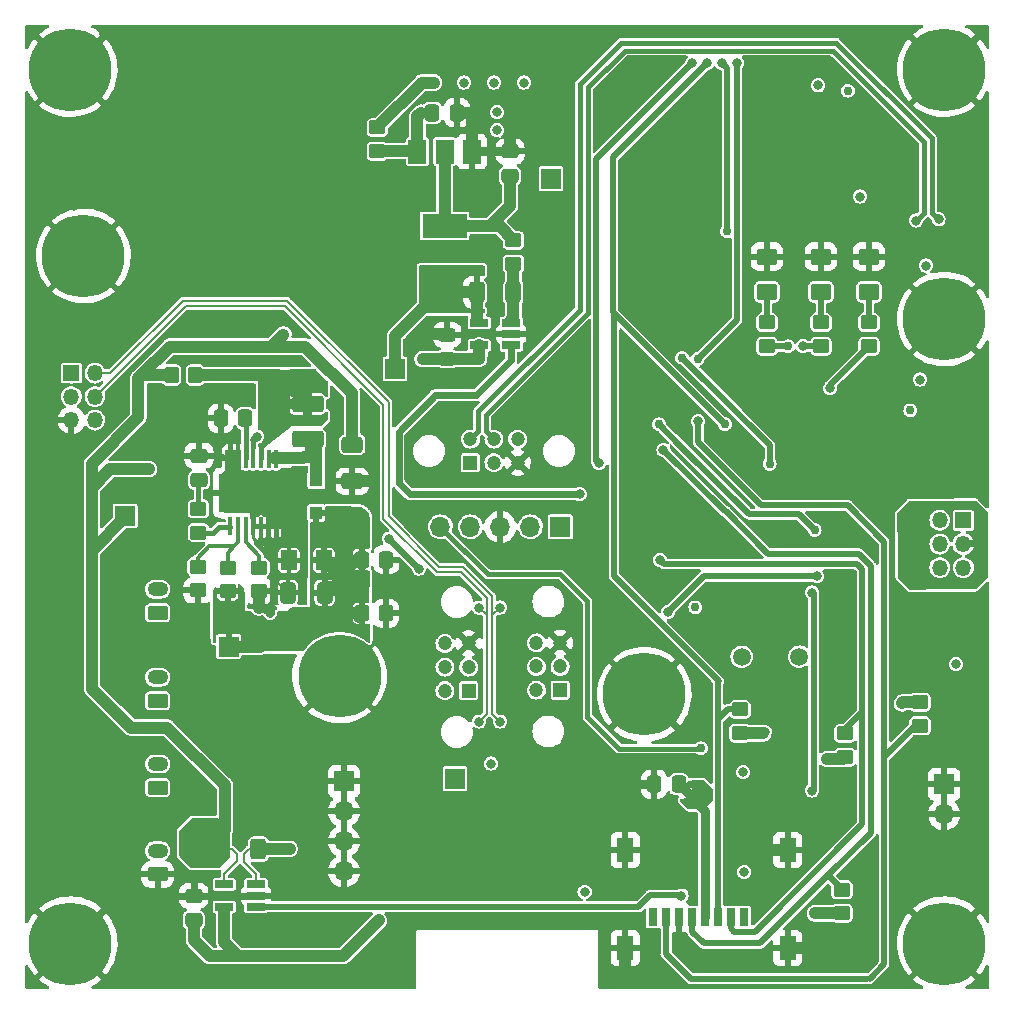
<source format=gtl>
G04 #@! TF.GenerationSoftware,KiCad,Pcbnew,(6.0.1)*
G04 #@! TF.CreationDate,2022-05-22T14:08:19-04:00*
G04 #@! TF.ProjectId,payload2020_papa_board,7061796c-6f61-4643-9230-32305f706170,rev?*
G04 #@! TF.SameCoordinates,Original*
G04 #@! TF.FileFunction,Copper,L1,Top*
G04 #@! TF.FilePolarity,Positive*
%FSLAX46Y46*%
G04 Gerber Fmt 4.6, Leading zero omitted, Abs format (unit mm)*
G04 Created by KiCad (PCBNEW (6.0.1)) date 2022-05-22 14:08:19*
%MOMM*%
%LPD*%
G01*
G04 APERTURE LIST*
G04 Aperture macros list*
%AMRoundRect*
0 Rectangle with rounded corners*
0 $1 Rounding radius*
0 $2 $3 $4 $5 $6 $7 $8 $9 X,Y pos of 4 corners*
0 Add a 4 corners polygon primitive as box body*
4,1,4,$2,$3,$4,$5,$6,$7,$8,$9,$2,$3,0*
0 Add four circle primitives for the rounded corners*
1,1,$1+$1,$2,$3*
1,1,$1+$1,$4,$5*
1,1,$1+$1,$6,$7*
1,1,$1+$1,$8,$9*
0 Add four rect primitives between the rounded corners*
20,1,$1+$1,$2,$3,$4,$5,0*
20,1,$1+$1,$4,$5,$6,$7,0*
20,1,$1+$1,$6,$7,$8,$9,0*
20,1,$1+$1,$8,$9,$2,$3,0*%
G04 Aperture macros list end*
G04 #@! TA.AperFunction,ComponentPad*
%ADD10R,1.700000X1.700000*%
G04 #@! TD*
G04 #@! TA.AperFunction,ComponentPad*
%ADD11O,1.700000X1.700000*%
G04 #@! TD*
G04 #@! TA.AperFunction,ComponentPad*
%ADD12R,1.200000X1.200000*%
G04 #@! TD*
G04 #@! TA.AperFunction,ComponentPad*
%ADD13C,1.200000*%
G04 #@! TD*
G04 #@! TA.AperFunction,SMDPad,CuDef*
%ADD14RoundRect,0.250000X0.475000X-0.337500X0.475000X0.337500X-0.475000X0.337500X-0.475000X-0.337500X0*%
G04 #@! TD*
G04 #@! TA.AperFunction,SMDPad,CuDef*
%ADD15R,1.100000X1.100000*%
G04 #@! TD*
G04 #@! TA.AperFunction,SMDPad,CuDef*
%ADD16RoundRect,0.250000X-1.075000X0.462500X-1.075000X-0.462500X1.075000X-0.462500X1.075000X0.462500X0*%
G04 #@! TD*
G04 #@! TA.AperFunction,SMDPad,CuDef*
%ADD17RoundRect,0.249999X-0.450001X0.350001X-0.450001X-0.350001X0.450001X-0.350001X0.450001X0.350001X0*%
G04 #@! TD*
G04 #@! TA.AperFunction,SMDPad,CuDef*
%ADD18RoundRect,0.249999X0.450001X-0.350001X0.450001X0.350001X-0.450001X0.350001X-0.450001X-0.350001X0*%
G04 #@! TD*
G04 #@! TA.AperFunction,SMDPad,CuDef*
%ADD19RoundRect,0.100000X-0.100000X0.687500X-0.100000X-0.687500X0.100000X-0.687500X0.100000X0.687500X0*%
G04 #@! TD*
G04 #@! TA.AperFunction,ComponentPad*
%ADD20C,0.600000*%
G04 #@! TD*
G04 #@! TA.AperFunction,SMDPad,CuDef*
%ADD21R,5.000000X3.400000*%
G04 #@! TD*
G04 #@! TA.AperFunction,SMDPad,CuDef*
%ADD22R,5.800000X3.200000*%
G04 #@! TD*
G04 #@! TA.AperFunction,SMDPad,CuDef*
%ADD23RoundRect,0.250000X-0.475000X0.337500X-0.475000X-0.337500X0.475000X-0.337500X0.475000X0.337500X0*%
G04 #@! TD*
G04 #@! TA.AperFunction,SMDPad,CuDef*
%ADD24R,1.560000X0.650000*%
G04 #@! TD*
G04 #@! TA.AperFunction,SMDPad,CuDef*
%ADD25RoundRect,0.250000X0.337500X0.475000X-0.337500X0.475000X-0.337500X-0.475000X0.337500X-0.475000X0*%
G04 #@! TD*
G04 #@! TA.AperFunction,SMDPad,CuDef*
%ADD26R,1.500000X2.000000*%
G04 #@! TD*
G04 #@! TA.AperFunction,SMDPad,CuDef*
%ADD27R,3.800000X2.000000*%
G04 #@! TD*
G04 #@! TA.AperFunction,SMDPad,CuDef*
%ADD28RoundRect,0.249999X-0.400001X-0.625001X0.400001X-0.625001X0.400001X0.625001X-0.400001X0.625001X0*%
G04 #@! TD*
G04 #@! TA.AperFunction,SMDPad,CuDef*
%ADD29RoundRect,0.249997X0.412503X0.650003X-0.412503X0.650003X-0.412503X-0.650003X0.412503X-0.650003X0*%
G04 #@! TD*
G04 #@! TA.AperFunction,SMDPad,CuDef*
%ADD30RoundRect,0.249997X-0.650003X0.412503X-0.650003X-0.412503X0.650003X-0.412503X0.650003X0.412503X0*%
G04 #@! TD*
G04 #@! TA.AperFunction,ComponentPad*
%ADD31R,1.350000X1.350000*%
G04 #@! TD*
G04 #@! TA.AperFunction,ComponentPad*
%ADD32O,1.350000X1.350000*%
G04 #@! TD*
G04 #@! TA.AperFunction,SMDPad,CuDef*
%ADD33RoundRect,0.250000X-0.625000X0.462500X-0.625000X-0.462500X0.625000X-0.462500X0.625000X0.462500X0*%
G04 #@! TD*
G04 #@! TA.AperFunction,SMDPad,CuDef*
%ADD34RoundRect,0.250000X-0.450000X0.325000X-0.450000X-0.325000X0.450000X-0.325000X0.450000X0.325000X0*%
G04 #@! TD*
G04 #@! TA.AperFunction,SMDPad,CuDef*
%ADD35RoundRect,0.250001X0.462499X0.624999X-0.462499X0.624999X-0.462499X-0.624999X0.462499X-0.624999X0*%
G04 #@! TD*
G04 #@! TA.AperFunction,SMDPad,CuDef*
%ADD36RoundRect,0.250000X0.450000X-0.350000X0.450000X0.350000X-0.450000X0.350000X-0.450000X-0.350000X0*%
G04 #@! TD*
G04 #@! TA.AperFunction,SMDPad,CuDef*
%ADD37RoundRect,0.250000X-0.350000X-0.450000X0.350000X-0.450000X0.350000X0.450000X-0.350000X0.450000X0*%
G04 #@! TD*
G04 #@! TA.AperFunction,SMDPad,CuDef*
%ADD38RoundRect,0.250000X-0.450000X0.350000X-0.450000X-0.350000X0.450000X-0.350000X0.450000X0.350000X0*%
G04 #@! TD*
G04 #@! TA.AperFunction,ComponentPad*
%ADD39C,0.800000*%
G04 #@! TD*
G04 #@! TA.AperFunction,ComponentPad*
%ADD40C,7.000000*%
G04 #@! TD*
G04 #@! TA.AperFunction,SMDPad,CuDef*
%ADD41RoundRect,0.250000X-0.337500X-0.475000X0.337500X-0.475000X0.337500X0.475000X-0.337500X0.475000X0*%
G04 #@! TD*
G04 #@! TA.AperFunction,SMDPad,CuDef*
%ADD42R,0.800000X1.500000*%
G04 #@! TD*
G04 #@! TA.AperFunction,SMDPad,CuDef*
%ADD43R,1.450000X2.000000*%
G04 #@! TD*
G04 #@! TA.AperFunction,ComponentPad*
%ADD44C,1.500000*%
G04 #@! TD*
G04 #@! TA.AperFunction,ComponentPad*
%ADD45RoundRect,0.250000X0.625000X-0.350000X0.625000X0.350000X-0.625000X0.350000X-0.625000X-0.350000X0*%
G04 #@! TD*
G04 #@! TA.AperFunction,ComponentPad*
%ADD46O,1.750000X1.200000*%
G04 #@! TD*
G04 #@! TA.AperFunction,ViaPad*
%ADD47C,0.800000*%
G04 #@! TD*
G04 #@! TA.AperFunction,ViaPad*
%ADD48C,0.762000*%
G04 #@! TD*
G04 #@! TA.AperFunction,Conductor*
%ADD49C,0.250000*%
G04 #@! TD*
G04 #@! TA.AperFunction,Conductor*
%ADD50C,0.800000*%
G04 #@! TD*
G04 #@! TA.AperFunction,Conductor*
%ADD51C,0.200000*%
G04 #@! TD*
G04 #@! TA.AperFunction,Conductor*
%ADD52C,0.500000*%
G04 #@! TD*
G04 #@! TA.AperFunction,Conductor*
%ADD53C,0.203200*%
G04 #@! TD*
G04 #@! TA.AperFunction,Conductor*
%ADD54C,0.420000*%
G04 #@! TD*
G04 #@! TA.AperFunction,Conductor*
%ADD55C,0.600000*%
G04 #@! TD*
G04 #@! TA.AperFunction,Conductor*
%ADD56C,1.000000*%
G04 #@! TD*
G04 #@! TA.AperFunction,Conductor*
%ADD57C,0.400000*%
G04 #@! TD*
G04 #@! TA.AperFunction,Conductor*
%ADD58C,0.370000*%
G04 #@! TD*
G04 APERTURE END LIST*
D10*
X45491400Y-42717400D03*
D11*
X42951400Y-42717400D03*
X40411400Y-42717400D03*
X37871400Y-42717400D03*
X35331400Y-42717400D03*
D12*
X45475400Y-56542000D03*
D13*
X45475400Y-54542000D03*
X45475400Y-52542000D03*
X43475400Y-56542000D03*
X43475400Y-54542000D03*
X43475400Y-52542000D03*
D12*
X37728400Y-56592800D03*
D13*
X37728400Y-54592800D03*
X37728400Y-52592800D03*
X35728400Y-56592800D03*
X35728400Y-54592800D03*
X35728400Y-52592800D03*
D14*
X14904083Y-38757210D03*
X14904083Y-36682210D03*
D15*
X24835483Y-41559010D03*
X24835483Y-38759010D03*
D16*
X24098883Y-32335610D03*
X24098883Y-35310610D03*
D17*
X19981543Y-46167330D03*
X19981543Y-48167330D03*
D18*
X17322163Y-48176730D03*
X17322163Y-46176730D03*
D19*
X21451483Y-36964230D03*
X20801483Y-36964230D03*
X20151483Y-36964230D03*
X19501483Y-36964230D03*
X18851483Y-36964230D03*
X18201483Y-36964230D03*
X17551483Y-36964230D03*
X17551483Y-42689230D03*
X18201483Y-42689230D03*
X18851483Y-42689230D03*
X19501483Y-42689230D03*
X20151483Y-42689230D03*
X20801483Y-42689230D03*
X21451483Y-42689230D03*
D20*
X18201483Y-39826730D03*
X22101483Y-39826730D03*
X19501483Y-41126730D03*
X16901483Y-39826730D03*
D21*
X19501483Y-39826730D03*
D20*
X22101483Y-41126730D03*
X18201483Y-38526730D03*
X19501483Y-38526730D03*
X16901483Y-38526730D03*
X20801483Y-39826730D03*
X20801483Y-41126730D03*
D22*
X19501483Y-39826730D03*
D20*
X22101483Y-38526730D03*
X16901483Y-41126730D03*
X20801483Y-38526730D03*
X19501483Y-39826730D03*
X18201483Y-41126730D03*
D23*
X14467840Y-73941620D03*
X14467840Y-76016620D03*
D24*
X19728180Y-74886540D03*
X19728180Y-73936540D03*
X19728180Y-72986540D03*
X17028180Y-72986540D03*
X17028180Y-74886540D03*
D12*
X37878000Y-37291200D03*
D13*
X39878000Y-37291200D03*
X41878000Y-37291200D03*
X37878000Y-35291200D03*
X39878000Y-35291200D03*
X41878000Y-35291200D03*
D25*
X36742400Y-7655640D03*
X34667400Y-7655640D03*
D24*
X41331860Y-27352900D03*
X41331860Y-26402900D03*
X41331860Y-25452900D03*
X38631860Y-25452900D03*
X38631860Y-27352900D03*
D26*
X38001000Y-10942000D03*
X35701000Y-10942000D03*
D27*
X35701000Y-17242000D03*
D26*
X33401000Y-10942000D03*
D23*
X41235660Y-10938680D03*
X41235660Y-13013680D03*
D28*
X16821820Y-69997000D03*
X19921820Y-69997000D03*
X38422960Y-22851940D03*
X41522960Y-22851940D03*
D29*
X25539863Y-48284930D03*
X22414863Y-48284930D03*
D30*
X27875863Y-35749630D03*
X27875863Y-38874630D03*
D31*
X79619000Y-42168000D03*
D32*
X79619000Y-44168000D03*
X79619000Y-46168000D03*
X77619000Y-42168000D03*
X77619000Y-44168000D03*
X77619000Y-46168000D03*
D25*
X18817500Y-33528000D03*
X16742500Y-33528000D03*
D33*
X67564000Y-19848500D03*
X67564000Y-22823500D03*
X71628000Y-19848500D03*
X71628000Y-22823500D03*
X62992000Y-19848500D03*
X62992000Y-22823500D03*
D18*
X67564000Y-27416000D03*
X67564000Y-25416000D03*
X71628000Y-27416000D03*
X71628000Y-25416000D03*
X62992000Y-27416000D03*
X62992000Y-25416000D03*
D34*
X35910640Y-26446440D03*
X35910640Y-28496440D03*
D35*
X25483923Y-45556210D03*
X22508923Y-45556210D03*
D17*
X14853283Y-41203410D03*
X14853283Y-43203410D03*
X14789783Y-46097990D03*
X14789783Y-48097990D03*
D36*
X69596000Y-62214000D03*
X69596000Y-60214000D03*
X69342000Y-75442000D03*
X69342000Y-73442000D03*
D37*
X28718000Y-50038000D03*
X30718000Y-50038000D03*
D38*
X75946000Y-57567000D03*
X75946000Y-59567000D03*
D39*
X75375000Y-78020000D03*
X79856155Y-79876155D03*
X78000000Y-80645000D03*
X78000000Y-75395000D03*
X79856155Y-76163845D03*
X80625000Y-78020000D03*
X76143845Y-76163845D03*
D40*
X78000000Y-78020000D03*
D39*
X76143845Y-79876155D03*
X2495000Y-19780000D03*
X7745000Y-19780000D03*
X5120000Y-22405000D03*
D40*
X5120000Y-19780000D03*
D39*
X6976155Y-17923845D03*
X6976155Y-21636155D03*
X5120000Y-17155000D03*
X3263845Y-21636155D03*
X3263845Y-17923845D03*
X76143845Y-27006155D03*
X79856155Y-27006155D03*
X78000000Y-27775000D03*
X75375000Y-25150000D03*
X80625000Y-25150000D03*
X79856155Y-23293845D03*
X78000000Y-22525000D03*
X76143845Y-23293845D03*
D40*
X78000000Y-25130000D03*
D39*
X4000000Y-75395000D03*
X6625000Y-78020000D03*
X4000000Y-80645000D03*
X5856155Y-76163845D03*
X2143845Y-76163845D03*
X5856155Y-79876155D03*
D40*
X4000000Y-78020000D03*
D39*
X2143845Y-79876155D03*
X1375000Y-78020000D03*
D10*
X78000000Y-64520000D03*
D11*
X78000000Y-67060000D03*
D39*
X54456155Y-58756155D03*
X52600000Y-54275000D03*
X50743845Y-58756155D03*
X52600000Y-59525000D03*
X54456155Y-55043845D03*
X50743845Y-55043845D03*
X55225000Y-56900000D03*
X49975000Y-56900000D03*
D40*
X52600000Y-56900000D03*
D41*
X28702000Y-45486000D03*
X30777000Y-45486000D03*
D39*
X76143845Y-2163845D03*
D40*
X78000000Y-4020000D03*
D39*
X76143845Y-5876155D03*
X79856155Y-5876155D03*
X78000000Y-1395000D03*
X75375000Y-4020000D03*
X78000000Y-6645000D03*
X79856155Y-2163845D03*
X80625000Y-4020000D03*
D10*
X27178000Y-64272000D03*
D11*
X27178000Y-66812000D03*
X27178000Y-69352000D03*
X27178000Y-71892000D03*
D10*
X17411063Y-52856930D03*
D36*
X60706000Y-60182000D03*
X60706000Y-58182000D03*
D25*
X55524152Y-64500000D03*
X53449152Y-64500000D03*
D42*
X61069159Y-75775096D03*
X59969159Y-75775096D03*
X58859159Y-75775096D03*
X57769159Y-75775096D03*
X56669159Y-75765096D03*
X55569159Y-75775096D03*
X54469159Y-75775096D03*
X53369159Y-75775096D03*
D43*
X64739159Y-70075096D03*
X50989159Y-78375096D03*
X64739159Y-78375096D03*
X50989159Y-70075096D03*
D10*
X31496000Y-29357000D03*
D38*
X30005460Y-8906000D03*
X30005460Y-10906000D03*
D39*
X5856155Y-2163845D03*
X4000000Y-1395000D03*
X4000000Y-6645000D03*
X2143845Y-5876155D03*
X2143845Y-2163845D03*
X6625000Y-4020000D03*
X1375000Y-4020000D03*
D40*
X4000000Y-4020000D03*
D39*
X5856155Y-5876155D03*
D37*
X12585063Y-29869930D03*
X14585063Y-29869930D03*
D38*
X41529000Y-18467000D03*
X41529000Y-20467000D03*
D39*
X24943845Y-53483845D03*
X26800000Y-52715000D03*
X24175000Y-55340000D03*
X28656155Y-53483845D03*
X24943845Y-57196155D03*
D40*
X26800000Y-55340000D03*
D39*
X26800000Y-57965000D03*
X28656155Y-57196155D03*
X29425000Y-55340000D03*
D44*
X65735200Y-53715600D03*
X60855200Y-53715600D03*
D10*
X8650000Y-41800000D03*
X44704000Y-13228000D03*
D45*
X11400000Y-64800000D03*
D46*
X11400000Y-62800000D03*
D45*
X11400000Y-50000000D03*
D46*
X11400000Y-48000000D03*
D45*
X11400000Y-72150000D03*
D46*
X11400000Y-70150000D03*
D31*
X4096000Y-29688000D03*
D32*
X4096000Y-31688000D03*
X4096000Y-33688000D03*
X6096000Y-29688000D03*
X6096000Y-31688000D03*
X6096000Y-33688000D03*
D10*
X36576000Y-64028000D03*
D45*
X11400000Y-57450000D03*
D46*
X11400000Y-55450000D03*
D47*
X14475460Y-72371900D03*
D48*
X48828100Y-5833300D03*
D47*
X30734000Y-51562000D03*
X75409200Y-19578000D03*
X78000000Y-11180000D03*
X39878000Y-3576000D03*
X1778000Y-15514000D03*
X4340000Y-72140000D03*
X68072000Y-49530000D03*
X1800000Y-69600000D03*
X48260000Y-43962000D03*
X4340000Y-64520000D03*
X9420000Y-77220000D03*
X31242000Y-5588000D03*
D48*
X52825742Y-17660517D03*
X50822000Y-17631600D03*
D47*
X11960000Y-1020000D03*
X17018000Y-3576000D03*
X80540000Y-69600000D03*
X4340000Y-59440000D03*
X78000000Y-31500000D03*
X1778000Y-29484000D03*
X1800000Y-49280000D03*
D48*
X57273600Y-17733200D03*
D47*
X1800000Y-72140000D03*
X26416000Y-4572000D03*
D48*
X57150000Y-58166000D03*
X58442000Y-17707800D03*
D47*
X29740000Y-1020000D03*
X1800000Y-8640000D03*
X4340000Y-49280000D03*
X32295500Y-14244000D03*
X1778000Y-32024000D03*
X32258000Y-3576000D03*
X39900000Y-1020000D03*
X78000000Y-13720000D03*
X32131000Y-76073000D03*
X4340000Y-46740000D03*
D48*
X67990000Y-56900000D03*
X38060660Y-7625160D03*
D47*
X78000000Y-34040000D03*
X17040000Y-1020000D03*
X80540000Y-31500000D03*
X9420000Y-79760000D03*
X4318000Y-26690000D03*
X1778000Y-13482000D03*
X14478000Y-3576000D03*
X80540000Y-16260000D03*
X19580000Y-1020000D03*
X70380000Y-79760000D03*
X31025500Y-14244000D03*
X32280000Y-1020000D03*
X29718000Y-38862000D03*
X78000000Y-8640000D03*
X4318000Y-15514000D03*
X14500000Y-1020000D03*
X4318000Y-24404000D03*
X4340000Y-11180000D03*
D48*
X22606000Y-42672000D03*
X53797200Y-46603600D03*
D47*
X32295500Y-15514000D03*
X80540000Y-13720000D03*
X80540000Y-11180000D03*
X52600000Y-79760000D03*
X80540000Y-67060000D03*
X52600000Y-77220000D03*
X1778000Y-26690000D03*
X11938000Y-3576000D03*
X14782800Y-49397600D03*
X9398000Y-3576000D03*
X22098000Y-3576000D03*
X78000000Y-69600000D03*
X4340000Y-67060000D03*
D48*
X74648060Y-9669460D03*
D47*
X80540000Y-8640000D03*
X37360000Y-1020000D03*
D48*
X63268000Y-42980800D03*
D47*
X1800000Y-34040000D03*
X21209000Y-4592000D03*
X4340000Y-56900000D03*
D48*
X19976463Y-49427930D03*
D47*
X1800000Y-59440000D03*
X4340000Y-51820000D03*
X80540000Y-36580000D03*
X1800000Y-46740000D03*
X66294000Y-78486000D03*
X70380000Y-1020000D03*
X4340000Y-61980000D03*
X1800000Y-39120000D03*
X54356000Y-32004000D03*
D48*
X63246000Y-70104000D03*
D47*
X80540000Y-59440000D03*
X80540000Y-72140000D03*
X4340000Y-69600000D03*
X30835600Y-47060800D03*
X29718000Y-3576000D03*
X1778000Y-24404000D03*
X60220000Y-79760000D03*
X80540000Y-18800000D03*
X78000000Y-72140000D03*
X1800000Y-44200000D03*
X37338000Y-3576000D03*
X4318000Y-36596000D03*
X32295500Y-16784000D03*
X24638000Y-3576000D03*
X1800000Y-56900000D03*
X27178000Y-3576000D03*
X32295500Y-12974000D03*
X9420000Y-1020000D03*
X32280000Y-79760000D03*
X1800000Y-61980000D03*
X34798000Y-3576000D03*
X80540000Y-39120000D03*
X1800000Y-54360000D03*
X31025500Y-12974000D03*
X67840000Y-77220000D03*
X1800000Y-64520000D03*
X57680000Y-79760000D03*
X32625700Y-22981600D03*
X42440000Y-1020000D03*
X67840000Y-79760000D03*
D48*
X48815400Y-6811200D03*
D47*
X42418000Y-3576000D03*
X80540000Y-28960000D03*
D48*
X78939800Y-51337400D03*
X12954000Y-73939080D03*
D47*
X19558000Y-3576000D03*
X1800000Y-51820000D03*
X22120000Y-1020000D03*
X1800000Y-11180000D03*
X29464000Y-5588000D03*
X78000000Y-36580000D03*
D48*
X41402000Y-9144000D03*
D47*
X70380000Y-77220000D03*
X78000000Y-61980000D03*
X34820000Y-1020000D03*
X61214000Y-69850000D03*
X80540000Y-61980000D03*
X29740000Y-79760000D03*
X31025500Y-15514000D03*
X4340000Y-54360000D03*
X51816000Y-63500000D03*
X1800000Y-41660000D03*
X27200000Y-1020000D03*
D48*
X34270660Y-26433340D03*
D47*
X1800000Y-36580000D03*
X78000000Y-18800000D03*
X24660000Y-1020000D03*
X4340000Y-44200000D03*
X72920000Y-1020000D03*
X4318000Y-13482000D03*
D48*
X51711000Y-17631600D03*
D47*
X60553600Y-30347600D03*
X4340000Y-8640000D03*
X19558000Y-5608000D03*
D48*
X49196400Y-69616000D03*
D47*
X4318000Y-39136000D03*
D48*
X14893063Y-35162530D03*
D47*
X31025500Y-16784000D03*
D48*
X50949000Y-80852200D03*
D47*
X11960000Y-79760000D03*
X4318000Y-41676000D03*
X38862000Y-69616000D03*
X51775000Y-64500000D03*
X1800000Y-67060000D03*
X80540000Y-21340000D03*
X80540000Y-64520000D03*
X20929600Y-50007200D03*
X8636000Y-26924000D03*
D48*
X67564000Y-8128000D03*
D47*
X25691500Y-21610000D03*
X62760000Y-79760000D03*
X6880000Y-1020000D03*
X11960000Y-77220000D03*
X80540000Y-34040000D03*
X19304000Y-24861200D03*
D48*
X57404000Y-61468000D03*
D47*
X10674000Y-37834000D03*
X22047200Y-26436000D03*
X67056000Y-75438000D03*
X57650000Y-65100000D03*
X35150000Y-22900000D03*
X61058200Y-71936800D03*
X67332000Y-5338000D03*
D48*
X36275000Y-22900000D03*
D47*
X68072000Y-62377000D03*
X70866000Y-14752000D03*
D48*
X56918000Y-49534000D03*
X69839840Y-5795960D03*
D47*
X74422000Y-57658000D03*
X36250000Y-21675000D03*
X62803500Y-60067000D03*
D48*
X75118847Y-32844667D03*
D47*
X78994000Y-54356000D03*
X35125000Y-21675000D03*
D48*
X22577200Y-69950520D03*
X27003783Y-48949650D03*
D47*
X26924000Y-46736000D03*
X26924000Y-50038000D03*
D48*
X26998703Y-47847290D03*
D47*
X39878000Y-5100000D03*
X33782000Y-28448000D03*
X60982000Y-63500000D03*
X47550000Y-73625000D03*
X40132000Y-7620000D03*
X30125000Y-76025000D03*
X42418000Y-5100000D03*
X76454000Y-20594000D03*
X75946000Y-30246000D03*
X37338000Y-5100000D03*
X34798000Y-5100000D03*
X40132000Y-9144000D03*
X66040000Y-27432000D03*
D48*
X64770000Y-27432000D03*
D47*
X68326000Y-30988000D03*
D48*
X57121200Y-28502800D03*
D47*
X60452000Y-3454080D03*
X66802000Y-48280000D03*
X66802000Y-65044000D03*
X55753000Y-73934000D03*
X47150000Y-39950000D03*
D48*
X55800400Y-28401200D03*
X63217200Y-37389040D03*
D47*
X59182000Y-3461700D03*
X57172000Y-33786000D03*
D48*
X59610400Y-17682400D03*
D47*
X53940000Y-45527900D03*
X77520800Y-16682400D03*
X75615800Y-16784000D03*
X57917080Y-3469320D03*
D48*
X59432600Y-34027300D03*
X53848000Y-34036000D03*
X67027200Y-42980800D03*
D47*
X48768000Y-37338000D03*
X54229000Y-36215000D03*
X56639460Y-3484560D03*
X67250000Y-46900000D03*
X33528000Y-46248000D03*
X30988000Y-43708000D03*
X54610000Y-49931000D03*
X19812000Y-35072000D03*
X39624000Y-62758000D03*
X40386000Y-59202000D03*
X40386000Y-49550000D03*
X38608000Y-49550000D03*
X38608000Y-59202000D03*
D49*
X19501483Y-42747730D02*
X19501483Y-43642350D01*
D50*
X41235660Y-10938680D02*
X38004320Y-10938680D01*
D49*
X19501483Y-43642350D02*
X19914963Y-44055830D01*
D51*
X66183096Y-78375096D02*
X66294000Y-78486000D01*
D52*
X18201460Y-37714533D02*
X17410063Y-38505930D01*
D53*
X21414103Y-42785144D02*
X21451517Y-42747730D01*
X22508923Y-45556210D02*
X21654543Y-45556210D01*
D50*
X53449152Y-64500000D02*
X51775000Y-64500000D01*
D54*
X19743420Y-73951780D02*
X19728180Y-73936540D01*
D52*
X14789783Y-49390617D02*
X14782800Y-49397600D01*
D55*
X14467840Y-73941620D02*
X12956540Y-73941620D01*
D52*
X21451517Y-41096556D02*
X21502143Y-41045930D01*
X14904083Y-36682210D02*
X16796383Y-36682210D01*
D56*
X38001000Y-7928720D02*
X38001000Y-10942000D01*
D53*
X14467840Y-72379520D02*
X14475460Y-72371900D01*
D56*
X34270660Y-26433340D02*
X35933180Y-26433340D01*
D52*
X17019903Y-36905730D02*
X17551449Y-36905730D01*
D53*
X21414103Y-47284170D02*
X22414863Y-48284930D01*
X20868003Y-42814227D02*
X20801506Y-42747730D01*
D56*
X50949000Y-78337600D02*
X50949000Y-80852200D01*
D53*
X20868003Y-44055830D02*
X20868003Y-42814227D01*
D52*
X16796383Y-36682210D02*
X17019903Y-36905730D01*
D53*
X21414103Y-45315770D02*
X21414103Y-47284170D01*
D56*
X64739159Y-70075096D02*
X63274904Y-70075096D01*
D53*
X19976463Y-48172410D02*
X19981543Y-48167330D01*
D56*
X36742400Y-7655640D02*
X37727920Y-7655640D01*
D55*
X14467840Y-73941620D02*
X19723100Y-73941620D01*
D52*
X18201460Y-36905730D02*
X18201460Y-37714533D01*
D55*
X41402000Y-9144000D02*
X41235660Y-9310340D01*
D56*
X64739159Y-78375096D02*
X66183096Y-78375096D01*
X41235660Y-9310340D02*
X41235660Y-10938680D01*
D53*
X21654543Y-45556210D02*
X21414103Y-45315770D01*
X19723100Y-73941620D02*
X19728180Y-73936540D01*
D56*
X27875863Y-38874630D02*
X29705370Y-38874630D01*
D52*
X14789783Y-48097990D02*
X14789783Y-49390617D01*
D49*
X19914963Y-44055830D02*
X20868003Y-44055830D01*
D56*
X19976463Y-49562550D02*
X19976463Y-48172410D01*
D53*
X19758660Y-73906060D02*
X19728180Y-73936540D01*
X13182600Y-73941620D02*
X13172440Y-73951780D01*
D57*
X21451517Y-42747730D02*
X21451517Y-41096556D01*
D53*
X20393023Y-44055830D02*
X20868003Y-44055830D01*
X21414103Y-44840690D02*
X21414103Y-45315770D01*
X14483080Y-73926380D02*
X14467840Y-73941620D01*
X20151494Y-43814301D02*
X20393023Y-44055830D01*
D52*
X17551449Y-36905730D02*
X17980263Y-36905730D01*
D50*
X37727920Y-7655640D02*
X38001000Y-7928720D01*
D53*
X21414103Y-44601930D02*
X21414103Y-44840690D01*
D55*
X14467840Y-73941620D02*
X14467840Y-72379520D01*
D53*
X21414103Y-44840690D02*
X21414103Y-42785144D01*
X20868003Y-44055830D02*
X21414103Y-44601930D01*
D51*
X63274904Y-70075096D02*
X63246000Y-70104000D01*
D53*
X12956540Y-73941620D02*
X12954000Y-73939080D01*
X20151494Y-42747730D02*
X20151494Y-43814301D01*
D51*
X29705370Y-38874630D02*
X29718000Y-38862000D01*
D57*
X57404000Y-61468000D02*
X57372000Y-61500000D01*
X39354000Y-46740000D02*
X35331400Y-42717400D01*
X50470000Y-61500000D02*
X47774000Y-58804000D01*
X47774000Y-58804000D02*
X47774000Y-49026000D01*
X57372000Y-61500000D02*
X50470000Y-61500000D01*
X47774000Y-49026000D02*
X45488000Y-46740000D01*
X45488000Y-46740000D02*
X39354000Y-46740000D01*
D56*
X10674000Y-37834000D02*
X7398000Y-37834000D01*
X9144000Y-59710000D02*
X5842000Y-56408000D01*
X7398000Y-37834000D02*
X5842000Y-39390000D01*
X5842000Y-39390000D02*
X5842000Y-37497000D01*
X24130000Y-27706000D02*
X27847063Y-31423063D01*
X5842000Y-56408000D02*
X5842000Y-44724000D01*
D50*
X15128000Y-69997000D02*
X14900000Y-70225000D01*
D53*
X17665700Y-69997000D02*
X18125440Y-70456740D01*
D56*
X17100000Y-68400000D02*
X17100000Y-64618000D01*
X12446000Y-27452000D02*
X20878800Y-27452000D01*
X5842000Y-44724000D02*
X5842000Y-39390000D01*
D52*
X8650000Y-41916000D02*
X8650000Y-41800000D01*
D56*
X20878800Y-27452000D02*
X23876000Y-27452000D01*
D52*
X10037930Y-29869930D02*
X10033000Y-29865000D01*
D53*
X14903000Y-69997000D02*
X14900000Y-70000000D01*
D56*
X27847063Y-31423063D02*
X27847063Y-32939930D01*
X12192000Y-59710000D02*
X9144000Y-59710000D01*
X27875863Y-35749630D02*
X27875863Y-34200730D01*
D53*
X27875863Y-34200730D02*
X27847063Y-34171930D01*
X16816740Y-69991920D02*
X16821820Y-69997000D01*
D56*
X5842000Y-37358000D02*
X9779000Y-33421000D01*
X27847063Y-32939930D02*
X27847063Y-34171930D01*
D50*
X16821820Y-69997000D02*
X15128000Y-69997000D01*
D53*
X17028180Y-72130580D02*
X17028180Y-72986540D01*
X18125440Y-71033320D02*
X17028180Y-72130580D01*
D56*
X5842000Y-44724000D02*
X8650000Y-41916000D01*
X9779000Y-30119000D02*
X10033000Y-29865000D01*
X12585063Y-29869930D02*
X10037930Y-29869930D01*
X21031200Y-27452000D02*
X22047200Y-26436000D01*
X17100000Y-64618000D02*
X12192000Y-59710000D01*
D52*
X5842000Y-37497000D02*
X5842000Y-37358000D01*
X20878800Y-27452000D02*
X21031200Y-27452000D01*
D56*
X10033000Y-29865000D02*
X12446000Y-27452000D01*
D53*
X16821820Y-69997000D02*
X17665700Y-69997000D01*
D56*
X23876000Y-27452000D02*
X24130000Y-27706000D01*
D53*
X18125440Y-70456740D02*
X18125440Y-71033320D01*
D56*
X9779000Y-33421000D02*
X9779000Y-30119000D01*
D50*
X57769159Y-66745007D02*
X55524152Y-64500000D01*
D56*
X74422000Y-57658000D02*
X74513000Y-57567000D01*
D52*
X35125000Y-21675000D02*
X35146120Y-21675000D01*
D56*
X74513000Y-57567000D02*
X75311000Y-57567000D01*
D52*
X35146120Y-21675000D02*
X36323060Y-22851940D01*
D56*
X69433000Y-62377000D02*
X68072000Y-62377000D01*
D52*
X36323060Y-22851940D02*
X36323060Y-21748060D01*
X36250000Y-21800000D02*
X35150000Y-22900000D01*
D56*
X60771500Y-60198000D02*
X62672500Y-60198000D01*
D52*
X36250000Y-21675000D02*
X36250000Y-21800000D01*
D50*
X57769159Y-72744159D02*
X57769159Y-75775096D01*
D52*
X35125000Y-22875000D02*
X35150000Y-22900000D01*
D56*
X38422960Y-22851940D02*
X38422960Y-25244000D01*
X38422960Y-22851940D02*
X36323060Y-22851940D01*
D52*
X36323060Y-21748060D02*
X36250000Y-21675000D01*
X35125000Y-21675000D02*
X36250000Y-21675000D01*
X38422960Y-25244000D02*
X38631860Y-25452900D01*
D51*
X67060000Y-75442000D02*
X67056000Y-75438000D01*
D56*
X35150000Y-22900000D02*
X31868000Y-26182000D01*
D52*
X35125000Y-21675000D02*
X35125000Y-22875000D01*
X35150000Y-22900000D02*
X36275000Y-22900000D01*
D56*
X31496000Y-26554000D02*
X31496000Y-29357000D01*
X69342000Y-75442000D02*
X67060000Y-75442000D01*
X69596000Y-62214000D02*
X69433000Y-62377000D01*
X31868000Y-26182000D02*
X31496000Y-26554000D01*
D50*
X57769159Y-72744159D02*
X57769159Y-66745007D01*
D52*
X36275000Y-22900000D02*
X36323060Y-22851940D01*
D57*
X18851472Y-33561972D02*
X18817500Y-33528000D01*
X18851472Y-36905730D02*
X18851472Y-33561972D01*
D54*
X14853283Y-41203410D02*
X14853283Y-38808010D01*
X14853283Y-38808010D02*
X14904083Y-38757210D01*
D53*
X21231223Y-36905730D02*
X21451517Y-36905730D01*
D52*
X24098883Y-35310610D02*
X24098883Y-36544883D01*
D58*
X24294463Y-36905730D02*
X23695023Y-36905730D01*
D51*
X24098883Y-35310610D02*
X24835483Y-36047210D01*
D56*
X24384000Y-36830000D02*
X23770753Y-36830000D01*
D58*
X24835483Y-37446750D02*
X24294463Y-36905730D01*
X24835483Y-38759010D02*
X24835483Y-37446750D01*
D56*
X23695023Y-36905730D02*
X21231223Y-36905730D01*
X24835483Y-36047210D02*
X24835483Y-38759010D01*
D52*
X24098883Y-36544883D02*
X24384000Y-36830000D01*
D58*
X20801506Y-36905730D02*
X21231223Y-36905730D01*
X23770753Y-36830000D02*
X23695023Y-36905730D01*
D56*
X22575520Y-69981760D02*
X19937060Y-69981760D01*
D53*
X19921820Y-69997000D02*
X19128740Y-69997000D01*
X19728180Y-72110280D02*
X19728180Y-72986540D01*
X18740120Y-71122220D02*
X19728180Y-72110280D01*
X18740120Y-70385620D02*
X18740120Y-71122220D01*
X19128740Y-69997000D02*
X18740120Y-70385620D01*
D56*
X26924000Y-46736000D02*
X26663713Y-46736000D01*
X28675210Y-49995210D02*
X27003783Y-49995210D01*
X26966790Y-49995210D02*
X26924000Y-50038000D01*
X28718000Y-50058000D02*
X28718000Y-50038000D01*
X17411063Y-52856930D02*
X20078063Y-52856930D01*
X25977503Y-47847290D02*
X25539863Y-48284930D01*
X27003783Y-49995210D02*
X26966790Y-49995210D01*
X26924000Y-46736000D02*
X28174000Y-45486000D01*
X28464000Y-50312000D02*
X28718000Y-50058000D01*
X28718000Y-50038000D02*
X28675210Y-49995210D01*
X28174000Y-45486000D02*
X28702000Y-45486000D01*
X22939783Y-49995210D02*
X27003783Y-49995210D01*
X20078063Y-52856930D02*
X22939783Y-49995210D01*
X26663713Y-46736000D02*
X25483923Y-45556210D01*
X27003783Y-48949650D02*
X27003783Y-49995210D01*
X26998703Y-47847290D02*
X25977503Y-47847290D01*
X33762000Y-5100000D02*
X30005460Y-8856540D01*
X38631860Y-28211320D02*
X38631860Y-27352900D01*
X27092820Y-79057180D02*
X30125000Y-76025000D01*
D51*
X33830440Y-28496440D02*
X33782000Y-28448000D01*
D56*
X35936900Y-28504620D02*
X38608000Y-28504620D01*
X34798000Y-5100000D02*
X33762000Y-5100000D01*
X15834360Y-79057180D02*
X18242280Y-79057180D01*
X17028180Y-77843080D02*
X18242280Y-79057180D01*
D55*
X17028180Y-75290380D02*
X17028180Y-74886540D01*
D56*
X14467840Y-76016620D02*
X14467840Y-77690660D01*
X17028180Y-77843080D02*
X17028180Y-75290380D01*
D52*
X30005460Y-8856540D02*
X30005460Y-8906000D01*
D56*
X35910640Y-28496440D02*
X33830440Y-28496440D01*
X18242280Y-79057180D02*
X27092820Y-79057180D01*
X14467840Y-77690660D02*
X15834360Y-79057180D01*
D52*
X66040000Y-27432000D02*
X67294000Y-27432000D01*
X67294000Y-27432000D02*
X67564000Y-27162000D01*
X64770000Y-27432000D02*
X63008000Y-27432000D01*
D51*
X63008000Y-27432000D02*
X62992000Y-27416000D01*
D58*
X19981543Y-45148030D02*
X19981543Y-46167330D01*
X18851472Y-44017959D02*
X19981543Y-45148030D01*
X18851472Y-42747730D02*
X18851472Y-44017959D01*
D51*
X68326000Y-30988000D02*
X68326000Y-30718000D01*
D52*
X68326000Y-30718000D02*
X71628000Y-27416000D01*
D54*
X16585563Y-42747730D02*
X16129883Y-43203410D01*
X16129883Y-43203410D02*
X14853283Y-43203410D01*
X17551449Y-42747730D02*
X16585563Y-42747730D01*
D58*
X18201460Y-44032513D02*
X18201460Y-42747730D01*
X17855563Y-44378410D02*
X18201460Y-44032513D01*
X15788003Y-44378410D02*
X17855563Y-44378410D01*
X14789783Y-45376630D02*
X15788003Y-44378410D01*
X17322163Y-44911810D02*
X17855563Y-44378410D01*
X17322163Y-46176730D02*
X17322163Y-44911810D01*
X14789783Y-46097990D02*
X14789783Y-45376630D01*
D52*
X60452000Y-23256840D02*
X60452000Y-3454080D01*
X60452000Y-25172000D02*
X57121200Y-28502800D01*
X60452000Y-23256840D02*
X60452000Y-25172000D01*
X66934711Y-64911289D02*
X66802000Y-65044000D01*
X53086000Y-73914000D02*
X52113460Y-74886540D01*
X66934711Y-48412711D02*
X66934711Y-64911289D01*
X52113460Y-74886540D02*
X19728180Y-74886540D01*
X66802000Y-48280000D02*
X66934711Y-48412711D01*
X55733000Y-73914000D02*
X53086000Y-73914000D01*
X55753000Y-73934000D02*
X55733000Y-73914000D01*
D55*
X32750000Y-39950000D02*
X31800000Y-39000000D01*
X47150000Y-39950000D02*
X32750000Y-39950000D01*
X34866580Y-31583420D02*
X38366580Y-31583420D01*
X38366580Y-31583420D02*
X41331860Y-28618140D01*
X41331860Y-28618140D02*
X41331860Y-27352900D01*
X31800000Y-34650000D02*
X34866580Y-31583420D01*
X31800000Y-39000000D02*
X31800000Y-34650000D01*
D51*
X63246000Y-37360240D02*
X63217200Y-37389040D01*
X55800400Y-28401200D02*
X55833200Y-28401200D01*
D52*
X55833200Y-28401200D02*
X63246000Y-35814000D01*
X63246000Y-35814000D02*
X63246000Y-37360240D01*
X59610400Y-17682400D02*
X59610400Y-3890100D01*
X72898000Y-43962000D02*
X72898000Y-62250000D01*
X62506000Y-40898000D02*
X69834000Y-40898000D01*
X72898000Y-62192400D02*
X72898000Y-62250000D01*
D51*
X71674800Y-80979200D02*
X71472200Y-80979200D01*
D52*
X54469159Y-78831041D02*
X54429000Y-78871200D01*
X75523400Y-59567000D02*
X72898000Y-62192400D01*
X71472200Y-80979200D02*
X56537000Y-80979200D01*
X57172000Y-33786000D02*
X57172000Y-35564000D01*
X69834000Y-40898000D02*
X72898000Y-43962000D01*
X54469159Y-75775096D02*
X54469159Y-78831041D01*
X72898000Y-79756000D02*
X72898000Y-62250000D01*
X75946000Y-59567000D02*
X75523400Y-59567000D01*
X59610400Y-3890100D02*
X59182000Y-3461700D01*
X56537000Y-80979200D02*
X54429000Y-78871200D01*
X72898000Y-79756000D02*
X71674800Y-80979200D01*
X57172000Y-35564000D02*
X62506000Y-40898000D01*
D56*
X35701000Y-10942000D02*
X35701000Y-17242000D01*
X41235660Y-15532180D02*
X39525840Y-17242000D01*
X41235660Y-13013680D02*
X41235660Y-15532180D01*
X40356000Y-17242000D02*
X38277000Y-17242000D01*
X38277000Y-17242000D02*
X35701000Y-17242000D01*
X41529000Y-18467000D02*
X41529000Y-18415000D01*
X41529000Y-18415000D02*
X40356000Y-17242000D01*
X39525840Y-17242000D02*
X38277000Y-17242000D01*
D52*
X59969159Y-76724118D02*
X60227041Y-76982000D01*
X61976000Y-76982000D02*
X71064365Y-67893635D01*
X71064365Y-57495365D02*
X71064365Y-46303635D01*
X71064365Y-67893635D02*
X71064365Y-57495365D01*
X69596000Y-59837000D02*
X71064365Y-58368635D01*
X54279100Y-45867000D02*
X53940000Y-45527900D01*
X71064365Y-46303635D02*
X70627730Y-45867000D01*
X70627730Y-45867000D02*
X54279100Y-45867000D01*
X59969159Y-75775096D02*
X59969159Y-76724118D01*
X71064365Y-58368635D02*
X71064365Y-57495365D01*
X60227041Y-76982000D02*
X61976000Y-76982000D01*
D54*
X50661238Y-1727160D02*
X68850842Y-1727160D01*
X47147760Y-24336358D02*
X38543000Y-32941118D01*
X68850842Y-1727160D02*
X76954100Y-9830418D01*
X38543000Y-34626200D02*
X37878000Y-35291200D01*
X47147760Y-5240638D02*
X50661238Y-1727160D01*
X38543000Y-32941118D02*
X38543000Y-34626200D01*
X47147760Y-24336358D02*
X47147760Y-5240638D01*
X76954100Y-16115700D02*
X77520800Y-16682400D01*
X76954100Y-9830418D02*
X76954100Y-16115700D01*
X47817760Y-24613882D02*
X39213000Y-33218642D01*
X68573318Y-2397160D02*
X76284100Y-10107942D01*
X76284100Y-16115700D02*
X75615800Y-16784000D01*
X39213000Y-34626200D02*
X39878000Y-35291200D01*
X47817760Y-24613882D02*
X47817760Y-5518162D01*
X39213000Y-33218642D02*
X39213000Y-34626200D01*
X50938762Y-2397160D02*
X68573318Y-2397160D01*
X76284100Y-10107942D02*
X76284100Y-16115700D01*
X47817760Y-5518162D02*
X50938762Y-2397160D01*
D52*
X52733350Y-27328050D02*
X51196650Y-25791350D01*
X58928000Y-55760400D02*
X50038000Y-46870400D01*
D51*
X50038000Y-24632700D02*
X49958400Y-24553100D01*
D52*
X59432600Y-34027300D02*
X52733350Y-27328050D01*
X51196650Y-25791350D02*
X49958400Y-24553100D01*
X49958400Y-24553100D02*
X49958400Y-24235600D01*
D51*
X58928000Y-55760400D02*
X58859159Y-55829241D01*
D52*
X49958400Y-24235600D02*
X49958400Y-11428000D01*
X59674000Y-58182000D02*
X58859159Y-58996841D01*
X58859159Y-55829241D02*
X58859159Y-58996841D01*
X50038000Y-46870400D02*
X50038000Y-24632700D01*
X51888800Y-9497600D02*
X57917080Y-3469320D01*
X49958400Y-11428000D02*
X51888800Y-9497600D01*
X58859159Y-58996841D02*
X58859159Y-75775096D01*
X60706000Y-58182000D02*
X59674000Y-58182000D01*
X65706400Y-41660000D02*
X67027200Y-42980800D01*
X55749600Y-35919600D02*
X53848000Y-34018000D01*
X55749600Y-35919600D02*
X61490000Y-41660000D01*
X61490000Y-41660000D02*
X65706400Y-41660000D01*
X48536000Y-11588020D02*
X56639460Y-3484560D01*
X57632063Y-77978000D02*
X62434578Y-77978000D01*
X62434578Y-77978000D02*
X68174289Y-72238289D01*
D51*
X69342000Y-73442000D02*
X69342000Y-73406000D01*
D52*
X70750000Y-45000000D02*
X71802400Y-46052400D01*
X48768000Y-37338000D02*
X48536000Y-37106000D01*
X59420000Y-41406000D02*
X59506000Y-41406000D01*
X54229000Y-36215000D02*
X59420000Y-41406000D01*
X59506000Y-41406000D02*
X63100000Y-45000000D01*
X56669159Y-75765096D02*
X56669159Y-77015096D01*
X48536000Y-37106000D02*
X48536000Y-11588020D01*
X56669159Y-77015096D02*
X57632063Y-77978000D01*
X69342000Y-73406000D02*
X68174289Y-72238289D01*
X71802400Y-46052400D02*
X71802400Y-68610178D01*
X63100000Y-45000000D02*
X70750000Y-45000000D01*
X71802400Y-68610178D02*
X68174289Y-72238289D01*
X71628000Y-22823500D02*
X71628000Y-25416000D01*
X67564000Y-22823500D02*
X67564000Y-25162000D01*
X62992000Y-25416000D02*
X62992000Y-22823500D01*
D57*
X19501483Y-35955770D02*
X19501483Y-35382517D01*
D52*
X57641000Y-46900000D02*
X54610000Y-49931000D01*
X30988000Y-43708000D02*
X33528000Y-46248000D01*
X67250000Y-46900000D02*
X57641000Y-46900000D01*
X19501483Y-35382517D02*
X19812000Y-35072000D01*
D58*
X19501483Y-36905730D02*
X19501483Y-35955770D01*
D56*
X33401000Y-7966820D02*
X33712180Y-7655640D01*
D50*
X33712180Y-7655640D02*
X34667400Y-7655640D01*
D52*
X33344760Y-10885760D02*
X33401000Y-10942000D01*
D56*
X33401000Y-8982820D02*
X33401000Y-7966820D01*
X33401000Y-10942000D02*
X33401000Y-8982820D01*
X30005460Y-10906000D02*
X30025700Y-10885760D01*
X30025700Y-10885760D02*
X33344760Y-10885760D01*
D57*
X22189133Y-33890058D02*
X22189133Y-30425860D01*
D56*
X22189133Y-30425860D02*
X24098883Y-32335610D01*
X14585063Y-29869930D02*
X21633203Y-29869930D01*
X21633203Y-29869930D02*
X22189133Y-30425860D01*
D57*
X20151494Y-36905730D02*
X20151494Y-35963619D01*
X20151494Y-35927697D02*
X22189133Y-33890058D01*
D56*
X41522960Y-25045040D02*
X41331860Y-25236140D01*
D52*
X41331860Y-25236140D02*
X41331860Y-25452900D01*
D56*
X41522960Y-24537040D02*
X41522960Y-25045040D01*
X41529000Y-20467000D02*
X41529000Y-22845900D01*
D52*
X41529000Y-22845900D02*
X41522960Y-22851940D01*
D56*
X41522960Y-24537040D02*
X41522960Y-22851940D01*
D51*
X37277207Y-46123007D02*
X35245207Y-46123007D01*
X39722001Y-50213999D02*
X39722001Y-48567801D01*
X39722001Y-48567801D02*
X37277207Y-46123007D01*
X39722001Y-50213999D02*
X39722001Y-58538001D01*
X39722001Y-58538001D02*
X40386000Y-59202000D01*
X30959000Y-32184800D02*
X22343600Y-23569400D01*
X13514600Y-23569400D02*
X7396000Y-29688000D01*
X39722001Y-50213999D02*
X40386000Y-49550000D01*
X30959000Y-41836800D02*
X30959000Y-32184800D01*
X22343600Y-23569400D02*
X13514600Y-23569400D01*
X35245207Y-46123007D02*
X30959000Y-41836800D01*
X7396000Y-29688000D02*
X6096000Y-29688000D01*
X37090807Y-46573007D02*
X35058807Y-46573007D01*
X13764600Y-24019400D02*
X6096000Y-31688000D01*
X39271999Y-48754199D02*
X37090807Y-46573007D01*
X39271999Y-58538001D02*
X38608000Y-59202000D01*
X39271999Y-50213999D02*
X39271999Y-48754199D01*
X35058807Y-46573007D02*
X30509000Y-42023200D01*
X39271999Y-50213999D02*
X39271999Y-58538001D01*
X22157200Y-24019400D02*
X13764600Y-24019400D01*
X30509000Y-32371200D02*
X22157200Y-24019400D01*
X30509000Y-42023200D02*
X30509000Y-32371200D01*
X39271999Y-50213999D02*
X38608000Y-49550000D01*
G04 #@! TA.AperFunction,Conductor*
G36*
X57695331Y-64210802D02*
G01*
X57716305Y-64227705D01*
X58371754Y-64883154D01*
X58405780Y-64945466D01*
X58408659Y-64972249D01*
X58408659Y-65858551D01*
X58388657Y-65926672D01*
X58371754Y-65947646D01*
X57716305Y-66603095D01*
X57653993Y-66637121D01*
X57627210Y-66640000D01*
X56402190Y-66640000D01*
X56334069Y-66619998D01*
X56313095Y-66603095D01*
X55650094Y-65940094D01*
X55616068Y-65877782D01*
X55621133Y-65806967D01*
X55663680Y-65750131D01*
X55730200Y-65725320D01*
X55739189Y-65724999D01*
X55908219Y-65724999D01*
X55914739Y-65724661D01*
X56009212Y-65714860D01*
X56022603Y-65711969D01*
X56175020Y-65661118D01*
X56188199Y-65654944D01*
X56324456Y-65570626D01*
X56335857Y-65561590D01*
X56449070Y-65448179D01*
X56458082Y-65436768D01*
X56542168Y-65300354D01*
X56548315Y-65287173D01*
X56598903Y-65134657D01*
X56601770Y-65121281D01*
X56611324Y-65028034D01*
X56611652Y-65021618D01*
X56611652Y-64818115D01*
X56607177Y-64802876D01*
X56605787Y-64801671D01*
X56598104Y-64800000D01*
X55740800Y-64800000D01*
X56340800Y-64200000D01*
X56593536Y-64200000D01*
X56607486Y-64195904D01*
X56642984Y-64190800D01*
X57627210Y-64190800D01*
X57695331Y-64210802D01*
G37*
G04 #@! TD.AperFunction*
G04 #@! TA.AperFunction,Conductor*
G36*
X80734219Y-40538303D02*
G01*
X80755572Y-40555536D01*
X81674761Y-41479759D01*
X81708616Y-41542164D01*
X81711420Y-41569465D01*
X81675077Y-46926500D01*
X81674896Y-46953126D01*
X81654432Y-47021109D01*
X81637841Y-47041520D01*
X80704469Y-47971687D01*
X80642098Y-48005604D01*
X80615948Y-48008437D01*
X77826096Y-48017768D01*
X75125267Y-48026802D01*
X75057081Y-48007028D01*
X75036143Y-47990288D01*
X75017379Y-47971687D01*
X74104756Y-47067024D01*
X74070458Y-47004861D01*
X74067462Y-46978221D01*
X74063074Y-46168000D01*
X76738678Y-46168000D01*
X76757915Y-46351029D01*
X76814786Y-46526059D01*
X76906805Y-46685440D01*
X77029950Y-46822207D01*
X77035292Y-46826088D01*
X77035294Y-46826090D01*
X77173497Y-46926500D01*
X77178839Y-46930381D01*
X77184867Y-46933065D01*
X77184869Y-46933066D01*
X77229925Y-46953126D01*
X77346966Y-47005236D01*
X77436974Y-47024368D01*
X77520524Y-47042128D01*
X77520529Y-47042128D01*
X77526981Y-47043500D01*
X77711019Y-47043500D01*
X77717471Y-47042128D01*
X77717476Y-47042128D01*
X77801026Y-47024368D01*
X77891034Y-47005236D01*
X78008075Y-46953126D01*
X78053131Y-46933066D01*
X78053133Y-46933065D01*
X78059161Y-46930381D01*
X78064503Y-46926500D01*
X78202706Y-46826090D01*
X78202708Y-46826088D01*
X78208050Y-46822207D01*
X78331195Y-46685440D01*
X78423214Y-46526059D01*
X78480085Y-46351029D01*
X78493690Y-46221586D01*
X78516420Y-46166339D01*
X78495056Y-46123911D01*
X78493690Y-46114414D01*
X78480775Y-45991536D01*
X78480775Y-45991535D01*
X78480085Y-45984971D01*
X78423214Y-45809941D01*
X78331195Y-45650560D01*
X78208050Y-45513793D01*
X78202708Y-45509912D01*
X78202706Y-45509910D01*
X78064503Y-45409500D01*
X78064502Y-45409499D01*
X78059161Y-45405619D01*
X78053133Y-45402935D01*
X78053131Y-45402934D01*
X77897065Y-45333449D01*
X77897064Y-45333449D01*
X77891034Y-45330764D01*
X77801026Y-45311632D01*
X77717476Y-45293872D01*
X77717471Y-45293872D01*
X77711019Y-45292500D01*
X77710155Y-45292500D01*
X77646467Y-45266298D01*
X77618622Y-45226398D01*
X77598786Y-45260013D01*
X77535375Y-45291944D01*
X77531509Y-45292500D01*
X77526981Y-45292500D01*
X77520529Y-45293872D01*
X77520524Y-45293872D01*
X77436973Y-45311632D01*
X77346966Y-45330764D01*
X77340936Y-45333449D01*
X77340935Y-45333449D01*
X77184869Y-45402934D01*
X77184867Y-45402935D01*
X77178839Y-45405619D01*
X77173498Y-45409499D01*
X77173497Y-45409500D01*
X77035294Y-45509910D01*
X77035292Y-45509912D01*
X77029950Y-45513793D01*
X76906805Y-45650560D01*
X76814786Y-45809941D01*
X76757915Y-45984971D01*
X76738678Y-46168000D01*
X74063074Y-46168000D01*
X74052241Y-44168000D01*
X76738678Y-44168000D01*
X76757915Y-44351029D01*
X76759955Y-44357306D01*
X76759955Y-44357308D01*
X76771988Y-44394342D01*
X76814786Y-44526059D01*
X76906805Y-44685440D01*
X77029950Y-44822207D01*
X77035292Y-44826088D01*
X77035294Y-44826090D01*
X77173497Y-44926500D01*
X77178839Y-44930381D01*
X77184867Y-44933065D01*
X77184869Y-44933066D01*
X77340935Y-45002551D01*
X77346966Y-45005236D01*
X77436974Y-45024368D01*
X77520524Y-45042128D01*
X77520529Y-45042128D01*
X77526981Y-45043500D01*
X77527845Y-45043500D01*
X77591533Y-45069702D01*
X77619378Y-45109602D01*
X77639214Y-45075987D01*
X77702625Y-45044056D01*
X77706491Y-45043500D01*
X77711019Y-45043500D01*
X77717471Y-45042128D01*
X77717476Y-45042128D01*
X77801026Y-45024368D01*
X77891034Y-45005236D01*
X77897065Y-45002551D01*
X78053131Y-44933066D01*
X78053133Y-44933065D01*
X78059161Y-44930381D01*
X78064503Y-44926500D01*
X78202706Y-44826090D01*
X78202708Y-44826088D01*
X78208050Y-44822207D01*
X78331195Y-44685440D01*
X78423214Y-44526059D01*
X78471041Y-44378864D01*
X78511113Y-44320259D01*
X78576510Y-44292622D01*
X78646467Y-44304729D01*
X78698773Y-44352735D01*
X78710706Y-44378865D01*
X78763600Y-44541655D01*
X78768946Y-44553663D01*
X78859980Y-44711339D01*
X78867702Y-44721968D01*
X78989539Y-44857281D01*
X78999293Y-44866063D01*
X79146599Y-44973088D01*
X79157971Y-44979654D01*
X79324311Y-45053713D01*
X79336808Y-45057773D01*
X79404217Y-45072102D01*
X79466691Y-45105830D01*
X79501012Y-45167980D01*
X79496284Y-45238819D01*
X79454008Y-45295856D01*
X79404218Y-45318594D01*
X79346966Y-45330764D01*
X79340936Y-45333449D01*
X79340935Y-45333449D01*
X79184869Y-45402934D01*
X79184867Y-45402935D01*
X79178839Y-45405619D01*
X79173498Y-45409499D01*
X79173497Y-45409500D01*
X79035294Y-45509910D01*
X79035292Y-45509912D01*
X79029950Y-45513793D01*
X78906805Y-45650560D01*
X78814786Y-45809941D01*
X78757915Y-45984971D01*
X78757225Y-45991535D01*
X78757225Y-45991536D01*
X78744310Y-46114414D01*
X78721580Y-46169661D01*
X78742944Y-46212089D01*
X78744310Y-46221586D01*
X78757915Y-46351029D01*
X78814786Y-46526059D01*
X78906805Y-46685440D01*
X79029950Y-46822207D01*
X79035292Y-46826088D01*
X79035294Y-46826090D01*
X79173497Y-46926500D01*
X79178839Y-46930381D01*
X79184867Y-46933065D01*
X79184869Y-46933066D01*
X79229925Y-46953126D01*
X79346966Y-47005236D01*
X79436974Y-47024368D01*
X79520524Y-47042128D01*
X79520529Y-47042128D01*
X79526981Y-47043500D01*
X79711019Y-47043500D01*
X79717471Y-47042128D01*
X79717476Y-47042128D01*
X79801026Y-47024368D01*
X79891034Y-47005236D01*
X80008075Y-46953126D01*
X80053131Y-46933066D01*
X80053133Y-46933065D01*
X80059161Y-46930381D01*
X80064503Y-46926500D01*
X80202706Y-46826090D01*
X80202708Y-46826088D01*
X80208050Y-46822207D01*
X80331195Y-46685440D01*
X80423214Y-46526059D01*
X80480085Y-46351029D01*
X80499322Y-46168000D01*
X80480085Y-45984971D01*
X80423214Y-45809941D01*
X80331195Y-45650560D01*
X80208050Y-45513793D01*
X80202708Y-45509912D01*
X80202706Y-45509910D01*
X80064503Y-45409500D01*
X80064502Y-45409499D01*
X80059161Y-45405619D01*
X80053133Y-45402935D01*
X80053131Y-45402934D01*
X79897065Y-45333449D01*
X79897064Y-45333449D01*
X79891034Y-45330764D01*
X79833782Y-45318595D01*
X79771310Y-45284867D01*
X79736988Y-45222717D01*
X79741716Y-45151878D01*
X79783992Y-45094840D01*
X79833783Y-45072102D01*
X79901192Y-45057773D01*
X79913689Y-45053713D01*
X80080029Y-44979654D01*
X80091401Y-44973088D01*
X80238707Y-44866063D01*
X80248461Y-44857281D01*
X80370298Y-44721968D01*
X80378020Y-44711339D01*
X80469054Y-44553663D01*
X80474400Y-44541655D01*
X80492733Y-44485231D01*
X80493136Y-44471133D01*
X80486764Y-44468000D01*
X79445000Y-44468000D01*
X79376879Y-44447998D01*
X79330386Y-44394342D01*
X79319000Y-44342000D01*
X79319000Y-43994000D01*
X79339002Y-43925879D01*
X79392658Y-43879386D01*
X79445000Y-43868000D01*
X80480217Y-43868000D01*
X80493748Y-43864027D01*
X80494758Y-43857000D01*
X80474400Y-43794345D01*
X80469054Y-43782337D01*
X80378020Y-43624661D01*
X80370298Y-43614032D01*
X80248461Y-43478719D01*
X80238707Y-43469937D01*
X80091401Y-43362912D01*
X80080029Y-43356346D01*
X79918899Y-43284607D01*
X79864804Y-43238627D01*
X79844154Y-43170700D01*
X79863506Y-43102392D01*
X79916717Y-43055390D01*
X79970148Y-43043500D01*
X80313748Y-43043500D01*
X80320646Y-43042128D01*
X80360061Y-43034288D01*
X80360062Y-43034288D01*
X80372231Y-43031867D01*
X80438552Y-42987552D01*
X80482867Y-42921231D01*
X80494500Y-42862748D01*
X80494500Y-41473252D01*
X80482867Y-41414769D01*
X80438552Y-41348448D01*
X80372231Y-41304133D01*
X80360062Y-41301712D01*
X80360061Y-41301712D01*
X80319816Y-41293707D01*
X80313748Y-41292500D01*
X78924252Y-41292500D01*
X78918184Y-41293707D01*
X78877939Y-41301712D01*
X78877938Y-41301712D01*
X78865769Y-41304133D01*
X78799448Y-41348448D01*
X78755133Y-41414769D01*
X78743500Y-41473252D01*
X78743500Y-42086972D01*
X78723498Y-42155093D01*
X78711008Y-42165916D01*
X78741444Y-42226361D01*
X78743500Y-42249028D01*
X78743500Y-42862748D01*
X78755133Y-42921231D01*
X78799448Y-42987552D01*
X78865769Y-43031867D01*
X78877938Y-43034288D01*
X78877939Y-43034288D01*
X78917354Y-43042128D01*
X78924252Y-43043500D01*
X79267852Y-43043500D01*
X79335973Y-43063502D01*
X79382466Y-43117158D01*
X79392570Y-43187432D01*
X79363076Y-43252012D01*
X79319101Y-43284607D01*
X79157972Y-43356346D01*
X79146600Y-43362912D01*
X78999293Y-43469937D01*
X78989539Y-43478719D01*
X78867702Y-43614032D01*
X78859980Y-43624661D01*
X78768946Y-43782337D01*
X78763600Y-43794345D01*
X78710706Y-43957135D01*
X78670632Y-44015741D01*
X78605236Y-44043378D01*
X78535279Y-44031271D01*
X78482973Y-43983265D01*
X78471040Y-43957135D01*
X78460885Y-43925879D01*
X78423214Y-43809941D01*
X78331195Y-43650560D01*
X78208050Y-43513793D01*
X78202708Y-43509912D01*
X78202706Y-43509910D01*
X78064503Y-43409500D01*
X78064502Y-43409499D01*
X78059161Y-43405619D01*
X78053133Y-43402935D01*
X78053131Y-43402934D01*
X77897065Y-43333449D01*
X77897064Y-43333449D01*
X77891034Y-43330764D01*
X77801026Y-43311632D01*
X77717476Y-43293872D01*
X77717471Y-43293872D01*
X77711019Y-43292500D01*
X77710155Y-43292500D01*
X77646467Y-43266298D01*
X77618622Y-43226398D01*
X77598786Y-43260013D01*
X77535375Y-43291944D01*
X77531509Y-43292500D01*
X77526981Y-43292500D01*
X77520529Y-43293872D01*
X77520524Y-43293872D01*
X77436974Y-43311632D01*
X77346966Y-43330764D01*
X77340936Y-43333449D01*
X77340935Y-43333449D01*
X77184869Y-43402934D01*
X77184867Y-43402935D01*
X77178839Y-43405619D01*
X77173498Y-43409499D01*
X77173497Y-43409500D01*
X77035294Y-43509910D01*
X77035292Y-43509912D01*
X77029950Y-43513793D01*
X76906805Y-43650560D01*
X76814786Y-43809941D01*
X76812744Y-43816226D01*
X76766960Y-43957135D01*
X76757915Y-43984971D01*
X76738678Y-44168000D01*
X74052241Y-44168000D01*
X74041408Y-42168000D01*
X76738678Y-42168000D01*
X76757915Y-42351029D01*
X76814786Y-42526059D01*
X76906805Y-42685440D01*
X77029950Y-42822207D01*
X77035292Y-42826088D01*
X77035294Y-42826090D01*
X77077234Y-42856561D01*
X77178839Y-42930381D01*
X77184867Y-42933065D01*
X77184869Y-42933066D01*
X77340935Y-43002551D01*
X77346966Y-43005236D01*
X77436974Y-43024368D01*
X77520524Y-43042128D01*
X77520529Y-43042128D01*
X77526981Y-43043500D01*
X77527845Y-43043500D01*
X77591533Y-43069702D01*
X77619378Y-43109602D01*
X77639214Y-43075987D01*
X77702625Y-43044056D01*
X77706491Y-43043500D01*
X77711019Y-43043500D01*
X77717471Y-43042128D01*
X77717476Y-43042128D01*
X77801026Y-43024368D01*
X77891034Y-43005236D01*
X77897065Y-43002551D01*
X78053131Y-42933066D01*
X78053133Y-42933065D01*
X78059161Y-42930381D01*
X78160766Y-42856561D01*
X78202706Y-42826090D01*
X78202708Y-42826088D01*
X78208050Y-42822207D01*
X78331195Y-42685440D01*
X78423214Y-42526059D01*
X78480085Y-42351029D01*
X78492190Y-42235857D01*
X78519203Y-42170201D01*
X78524779Y-42166310D01*
X78496604Y-42122470D01*
X78492190Y-42100143D01*
X78480775Y-41991535D01*
X78480775Y-41991534D01*
X78480085Y-41984971D01*
X78423214Y-41809941D01*
X78331195Y-41650560D01*
X78208050Y-41513793D01*
X78202708Y-41509912D01*
X78202706Y-41509910D01*
X78064503Y-41409500D01*
X78064502Y-41409499D01*
X78059161Y-41405619D01*
X78053133Y-41402935D01*
X78053131Y-41402934D01*
X77897065Y-41333449D01*
X77897064Y-41333449D01*
X77891034Y-41330764D01*
X77798176Y-41311026D01*
X77717476Y-41293872D01*
X77717471Y-41293872D01*
X77711019Y-41292500D01*
X77526981Y-41292500D01*
X77520529Y-41293872D01*
X77520524Y-41293872D01*
X77439824Y-41311026D01*
X77346966Y-41330764D01*
X77340936Y-41333449D01*
X77340935Y-41333449D01*
X77184869Y-41402934D01*
X77184867Y-41402935D01*
X77178839Y-41405619D01*
X77173498Y-41409499D01*
X77173497Y-41409500D01*
X77035294Y-41509910D01*
X77035292Y-41509912D01*
X77029950Y-41513793D01*
X76906805Y-41650560D01*
X76814786Y-41809941D01*
X76757915Y-41984971D01*
X76738678Y-42168000D01*
X74041408Y-42168000D01*
X74038220Y-41579486D01*
X74057853Y-41511258D01*
X74074823Y-41490009D01*
X74995633Y-40562974D01*
X75057830Y-40528739D01*
X75084861Y-40525769D01*
X76918424Y-40523345D01*
X80666072Y-40518391D01*
X80734219Y-40538303D01*
G37*
G04 #@! TD.AperFunction*
G04 #@! TA.AperFunction,Conductor*
G36*
X20880703Y-44406350D02*
G01*
X20885531Y-44575930D01*
X20760063Y-44575930D01*
X20761358Y-44401094D01*
X20880703Y-44406350D01*
G37*
G04 #@! TD.AperFunction*
G04 #@! TA.AperFunction,Conductor*
G36*
X18450972Y-36937249D02*
G01*
X18450979Y-36937295D01*
X18450983Y-36937388D01*
X18450983Y-37696376D01*
X18454101Y-37722576D01*
X18457939Y-37731216D01*
X18457939Y-37731217D01*
X18494623Y-37813804D01*
X18499544Y-37824883D01*
X18578770Y-37903971D01*
X18589407Y-37908674D01*
X18589409Y-37908675D01*
X18648945Y-37934995D01*
X18681156Y-37949236D01*
X18706837Y-37952230D01*
X18996129Y-37952230D01*
X18999833Y-37951789D01*
X18999836Y-37951789D01*
X19007229Y-37950909D01*
X19022329Y-37949112D01*
X19124636Y-37903669D01*
X19126351Y-37907531D01*
X19172629Y-37892377D01*
X19227571Y-37906684D01*
X19228770Y-37903971D01*
X19331156Y-37949236D01*
X19356837Y-37952230D01*
X19646129Y-37952230D01*
X19649833Y-37951789D01*
X19649836Y-37951789D01*
X19657229Y-37950909D01*
X19672329Y-37949112D01*
X19774636Y-37903669D01*
X19776351Y-37907531D01*
X19822629Y-37892377D01*
X19877571Y-37906684D01*
X19878770Y-37903971D01*
X19981156Y-37949236D01*
X20006837Y-37952230D01*
X20296129Y-37952230D01*
X20299833Y-37951789D01*
X20299836Y-37951789D01*
X20307229Y-37950909D01*
X20322329Y-37949112D01*
X20424636Y-37903669D01*
X20426351Y-37907531D01*
X20472629Y-37892377D01*
X20527571Y-37906684D01*
X20528770Y-37903971D01*
X20631156Y-37949236D01*
X20656837Y-37952230D01*
X20946129Y-37952230D01*
X20949833Y-37951789D01*
X20949836Y-37951789D01*
X20957229Y-37950909D01*
X20972329Y-37949112D01*
X21074636Y-37903669D01*
X21076351Y-37907531D01*
X21122629Y-37892377D01*
X21177571Y-37906684D01*
X21178770Y-37903971D01*
X21281156Y-37949236D01*
X21306837Y-37952230D01*
X21596129Y-37952230D01*
X21599833Y-37951789D01*
X21599836Y-37951789D01*
X21607229Y-37950909D01*
X21622329Y-37949112D01*
X21724636Y-37903669D01*
X21735909Y-37892377D01*
X21764341Y-37863895D01*
X21803724Y-37824443D01*
X21823934Y-37778730D01*
X23833863Y-37778730D01*
X23833863Y-42828204D01*
X20772902Y-42842732D01*
X20785063Y-41200930D01*
X17102863Y-41207730D01*
X17102863Y-36254730D01*
X18450972Y-36254730D01*
X18450972Y-36937249D01*
G37*
G04 #@! TD.AperFunction*
G04 #@! TA.AperFunction,Conductor*
G36*
X23876005Y-49294710D02*
G01*
X23355778Y-49294710D01*
X23287657Y-49274708D01*
X23241164Y-49221052D01*
X23231060Y-49150778D01*
X23236895Y-49126961D01*
X23271841Y-49027450D01*
X23275108Y-49012559D01*
X23277084Y-48991651D01*
X23277363Y-48985740D01*
X23277363Y-48488045D01*
X23272888Y-48472806D01*
X23271498Y-48471601D01*
X23263815Y-48469930D01*
X21570479Y-48469930D01*
X21555240Y-48474405D01*
X21554035Y-48475795D01*
X21552364Y-48483478D01*
X21552364Y-48985736D01*
X21552643Y-48991657D01*
X21554619Y-49012563D01*
X21557884Y-49027448D01*
X21597054Y-49138989D01*
X21605775Y-49155458D01*
X21674975Y-49249148D01*
X21688145Y-49262318D01*
X21773550Y-49325399D01*
X20889593Y-49337760D01*
X20892997Y-48081815D01*
X21552363Y-48081815D01*
X21556838Y-48097054D01*
X21558228Y-48098259D01*
X21565911Y-48099930D01*
X22211748Y-48099930D01*
X22226987Y-48095455D01*
X22228192Y-48094065D01*
X22229863Y-48086382D01*
X22229863Y-48081815D01*
X22599863Y-48081815D01*
X22604338Y-48097054D01*
X22605728Y-48098259D01*
X22613411Y-48099930D01*
X23259247Y-48099930D01*
X23274486Y-48095455D01*
X23275691Y-48094065D01*
X23277362Y-48086382D01*
X23277362Y-47584124D01*
X23277083Y-47578203D01*
X23275107Y-47557297D01*
X23271842Y-47542412D01*
X23232672Y-47430871D01*
X23223951Y-47414402D01*
X23154751Y-47320712D01*
X23141581Y-47307542D01*
X23047891Y-47238342D01*
X23031422Y-47229621D01*
X22919886Y-47190453D01*
X22904992Y-47187185D01*
X22884084Y-47185209D01*
X22878173Y-47184930D01*
X22617978Y-47184930D01*
X22602739Y-47189405D01*
X22601534Y-47190795D01*
X22599863Y-47198478D01*
X22599863Y-48081815D01*
X22229863Y-48081815D01*
X22229863Y-47203046D01*
X22225388Y-47187807D01*
X22223998Y-47186602D01*
X22216315Y-47184931D01*
X21951557Y-47184931D01*
X21945636Y-47185210D01*
X21924730Y-47187186D01*
X21909845Y-47190451D01*
X21798304Y-47229621D01*
X21781835Y-47238342D01*
X21688145Y-47307542D01*
X21674975Y-47320712D01*
X21605775Y-47414402D01*
X21597054Y-47430871D01*
X21557886Y-47542407D01*
X21554618Y-47557301D01*
X21552642Y-47578209D01*
X21552363Y-47584120D01*
X21552363Y-48081815D01*
X20892997Y-48081815D01*
X20898010Y-46232017D01*
X21596423Y-46232017D01*
X21596702Y-46237928D01*
X21598678Y-46258836D01*
X21601946Y-46273730D01*
X21641114Y-46385267D01*
X21649835Y-46401736D01*
X21719036Y-46495427D01*
X21732206Y-46508597D01*
X21825897Y-46577798D01*
X21842366Y-46586519D01*
X21953903Y-46625687D01*
X21968797Y-46628955D01*
X21989705Y-46630931D01*
X21995616Y-46631210D01*
X22305808Y-46631210D01*
X22321047Y-46626735D01*
X22322252Y-46625345D01*
X22323923Y-46617662D01*
X22323923Y-46613095D01*
X22693923Y-46613095D01*
X22698398Y-46628334D01*
X22699788Y-46629539D01*
X22707471Y-46631210D01*
X23022230Y-46631210D01*
X23028141Y-46630931D01*
X23049049Y-46628955D01*
X23063943Y-46625687D01*
X23175480Y-46586519D01*
X23191949Y-46577798D01*
X23285640Y-46508597D01*
X23298810Y-46495427D01*
X23368011Y-46401736D01*
X23376732Y-46385267D01*
X23415900Y-46273730D01*
X23419168Y-46258836D01*
X23421144Y-46237928D01*
X23421423Y-46232017D01*
X23421423Y-45759325D01*
X23416948Y-45744086D01*
X23415558Y-45742881D01*
X23407875Y-45741210D01*
X22712038Y-45741210D01*
X22696799Y-45745685D01*
X22695594Y-45747075D01*
X22693923Y-45754758D01*
X22693923Y-46613095D01*
X22323923Y-46613095D01*
X22323923Y-45759325D01*
X22319448Y-45744086D01*
X22318058Y-45742881D01*
X22310375Y-45741210D01*
X21614538Y-45741210D01*
X21599299Y-45745685D01*
X21598094Y-45747075D01*
X21596423Y-45754758D01*
X21596423Y-46232017D01*
X20898010Y-46232017D01*
X20900392Y-45353095D01*
X21596423Y-45353095D01*
X21600898Y-45368334D01*
X21602288Y-45369539D01*
X21609971Y-45371210D01*
X22305808Y-45371210D01*
X22321047Y-45366735D01*
X22322252Y-45365345D01*
X22323923Y-45357662D01*
X22323923Y-45353095D01*
X22693923Y-45353095D01*
X22698398Y-45368334D01*
X22699788Y-45369539D01*
X22707471Y-45371210D01*
X23403308Y-45371210D01*
X23418547Y-45366735D01*
X23419752Y-45365345D01*
X23421423Y-45357662D01*
X23421423Y-44880403D01*
X23421144Y-44874492D01*
X23419168Y-44853584D01*
X23415900Y-44838690D01*
X23376732Y-44727153D01*
X23368011Y-44710684D01*
X23298810Y-44616993D01*
X23285640Y-44603823D01*
X23191949Y-44534622D01*
X23175480Y-44525901D01*
X23063943Y-44486733D01*
X23049049Y-44483465D01*
X23028141Y-44481489D01*
X23022230Y-44481210D01*
X22712038Y-44481210D01*
X22696799Y-44485685D01*
X22695594Y-44487075D01*
X22693923Y-44494758D01*
X22693923Y-45353095D01*
X22323923Y-45353095D01*
X22323923Y-44499325D01*
X22319448Y-44484086D01*
X22318058Y-44482881D01*
X22310375Y-44481210D01*
X21995616Y-44481210D01*
X21989705Y-44481489D01*
X21968797Y-44483465D01*
X21953903Y-44486733D01*
X21842366Y-44525901D01*
X21825897Y-44534622D01*
X21732206Y-44603823D01*
X21719036Y-44616993D01*
X21649835Y-44710684D01*
X21641114Y-44727153D01*
X21601946Y-44838690D01*
X21598678Y-44853584D01*
X21596702Y-44874492D01*
X21596423Y-44880403D01*
X21596423Y-45353095D01*
X20900392Y-45353095D01*
X20901023Y-45120090D01*
X20880703Y-44406350D01*
X19900263Y-44363170D01*
X19908992Y-43641786D01*
X19949915Y-43659877D01*
X19963896Y-43661715D01*
X19966483Y-43657579D01*
X19966483Y-43649164D01*
X20336483Y-43649164D01*
X20340456Y-43662695D01*
X20345251Y-43663384D01*
X20424348Y-43628251D01*
X20426024Y-43632023D01*
X20472620Y-43616761D01*
X20527907Y-43631154D01*
X20529057Y-43628552D01*
X20599915Y-43659877D01*
X20613896Y-43661715D01*
X20616483Y-43657579D01*
X20616483Y-43649164D01*
X20986483Y-43649164D01*
X20990456Y-43662695D01*
X20995251Y-43663384D01*
X21074348Y-43628251D01*
X21076024Y-43632023D01*
X21122620Y-43616761D01*
X21177907Y-43631154D01*
X21179057Y-43628552D01*
X21249915Y-43659877D01*
X21263896Y-43661715D01*
X21266483Y-43657579D01*
X21266483Y-43649164D01*
X21636483Y-43649164D01*
X21640456Y-43662695D01*
X21645251Y-43663384D01*
X21713714Y-43632975D01*
X21732568Y-43620017D01*
X21795087Y-43557388D01*
X21808008Y-43538518D01*
X21844663Y-43455605D01*
X21849591Y-43437528D01*
X21851059Y-43424943D01*
X21851483Y-43417642D01*
X21851483Y-42892345D01*
X21847008Y-42877106D01*
X21845618Y-42875901D01*
X21837935Y-42874230D01*
X21654598Y-42874230D01*
X21639359Y-42878705D01*
X21638154Y-42880095D01*
X21636483Y-42887778D01*
X21636483Y-43649164D01*
X21266483Y-43649164D01*
X21266483Y-42892345D01*
X21262008Y-42877106D01*
X21260618Y-42875901D01*
X21252935Y-42874230D01*
X21004598Y-42874230D01*
X20989359Y-42878705D01*
X20988154Y-42880095D01*
X20986483Y-42887778D01*
X20986483Y-43649164D01*
X20616483Y-43649164D01*
X20616483Y-42892345D01*
X20612008Y-42877106D01*
X20610618Y-42875901D01*
X20602935Y-42874230D01*
X20354598Y-42874230D01*
X20339359Y-42878705D01*
X20338154Y-42880095D01*
X20336483Y-42887778D01*
X20336483Y-43649164D01*
X19966483Y-43649164D01*
X19966483Y-42892345D01*
X19962008Y-42877106D01*
X19960618Y-42875901D01*
X19952935Y-42874230D01*
X19918280Y-42874230D01*
X19918612Y-42846787D01*
X23900699Y-42827887D01*
X23876005Y-49294710D01*
G37*
G04 #@! TD.AperFunction*
G04 #@! TA.AperFunction,Conductor*
G36*
X2163568Y-240002D02*
G01*
X2210061Y-293658D01*
X2220165Y-363932D01*
X2190671Y-428512D01*
X2148295Y-460381D01*
X2143672Y-462517D01*
X2138213Y-465371D01*
X1805376Y-660646D01*
X1800228Y-664015D01*
X1488025Y-890843D01*
X1483247Y-894684D01*
X1364711Y-999926D01*
X1356334Y-1013314D01*
X1362084Y-1022874D01*
X3987188Y-3647978D01*
X4001132Y-3655592D01*
X4002965Y-3655461D01*
X4009580Y-3651210D01*
X6636463Y-1024327D01*
X6644077Y-1010383D01*
X6644055Y-1010072D01*
X6638204Y-1001406D01*
X6560143Y-930127D01*
X6555416Y-926217D01*
X6246419Y-695059D01*
X6241313Y-691614D01*
X5911235Y-491711D01*
X5905822Y-488784D01*
X5844974Y-459631D01*
X5792183Y-412158D01*
X5773438Y-343681D01*
X5794691Y-275940D01*
X5849193Y-230442D01*
X5899417Y-220000D01*
X76095447Y-220000D01*
X76163568Y-240002D01*
X76210061Y-293658D01*
X76220165Y-363932D01*
X76190671Y-428512D01*
X76148295Y-460381D01*
X76143672Y-462517D01*
X76138213Y-465371D01*
X75805376Y-660646D01*
X75800228Y-664015D01*
X75488025Y-890843D01*
X75483247Y-894684D01*
X75364711Y-999926D01*
X75356334Y-1013314D01*
X75362084Y-1022874D01*
X77987188Y-3647978D01*
X78001132Y-3655592D01*
X78002965Y-3655461D01*
X78009580Y-3651210D01*
X80636463Y-1024327D01*
X80644077Y-1010383D01*
X80644055Y-1010072D01*
X80638204Y-1001406D01*
X80560143Y-930127D01*
X80555416Y-926217D01*
X80246419Y-695059D01*
X80241313Y-691614D01*
X79911235Y-491711D01*
X79905822Y-488784D01*
X79844974Y-459631D01*
X79792183Y-412158D01*
X79773438Y-343681D01*
X79794691Y-275940D01*
X79849193Y-230442D01*
X79899417Y-220000D01*
X81147810Y-220000D01*
X81215931Y-240002D01*
X81236905Y-256905D01*
X81763095Y-783095D01*
X81797121Y-845407D01*
X81800000Y-872190D01*
X81800000Y-2118291D01*
X81779998Y-2186412D01*
X81726342Y-2232905D01*
X81656068Y-2243009D01*
X81591488Y-2213515D01*
X81559992Y-2171940D01*
X81544430Y-2138870D01*
X81541545Y-2133443D01*
X81343955Y-1801983D01*
X81340547Y-1796853D01*
X81111547Y-1486244D01*
X81107667Y-1481487D01*
X81020318Y-1384475D01*
X81006797Y-1376145D01*
X81006720Y-1376146D01*
X80997434Y-1381776D01*
X78372022Y-4007188D01*
X78364408Y-4021132D01*
X78364539Y-4022965D01*
X78368790Y-4029580D01*
X80997364Y-6658154D01*
X81011308Y-6665768D01*
X81012323Y-6665696D01*
X81020054Y-6660593D01*
X81035567Y-6644302D01*
X81039595Y-6639637D01*
X81277168Y-6335558D01*
X81280722Y-6330518D01*
X81487486Y-6004712D01*
X81490529Y-5999356D01*
X81561534Y-5858789D01*
X81610102Y-5807003D01*
X81678957Y-5789697D01*
X81746238Y-5812363D01*
X81790584Y-5867806D01*
X81800000Y-5915599D01*
X81800000Y-23228291D01*
X81779998Y-23296412D01*
X81726342Y-23342905D01*
X81656068Y-23353009D01*
X81591488Y-23323515D01*
X81559992Y-23281940D01*
X81544430Y-23248870D01*
X81541545Y-23243443D01*
X81343955Y-22911983D01*
X81340547Y-22906853D01*
X81111547Y-22596244D01*
X81107667Y-22591487D01*
X81020318Y-22494475D01*
X81006797Y-22486145D01*
X81006720Y-22486146D01*
X80997434Y-22491776D01*
X80708909Y-22780301D01*
X80693530Y-22808464D01*
X80672038Y-22837172D01*
X79404684Y-24104526D01*
X79377868Y-24119169D01*
X79379513Y-24121728D01*
X79345843Y-24143367D01*
X78372022Y-25117188D01*
X78364408Y-25131132D01*
X78364539Y-25132965D01*
X78368790Y-25139580D01*
X80997364Y-27768154D01*
X81011308Y-27775768D01*
X81012323Y-27775696D01*
X81020054Y-27770593D01*
X81035567Y-27754302D01*
X81039595Y-27749637D01*
X81277168Y-27445558D01*
X81280722Y-27440518D01*
X81487486Y-27114712D01*
X81490529Y-27109356D01*
X81561534Y-26968789D01*
X81610102Y-26917003D01*
X81678957Y-26899697D01*
X81746238Y-26922363D01*
X81790584Y-26977806D01*
X81800000Y-27025599D01*
X81800000Y-41016696D01*
X81779998Y-41084817D01*
X81726342Y-41131310D01*
X81656068Y-41141414D01*
X81591488Y-41111920D01*
X81584662Y-41105548D01*
X81562626Y-41083391D01*
X80897379Y-40414501D01*
X80881179Y-40399899D01*
X80859826Y-40382666D01*
X80809808Y-40356521D01*
X80795824Y-40349211D01*
X80795822Y-40349210D01*
X80790312Y-40346330D01*
X80741303Y-40332010D01*
X80726481Y-40327679D01*
X80726480Y-40327679D01*
X80722165Y-40326418D01*
X80693899Y-40322392D01*
X80670269Y-40319026D01*
X80670264Y-40319026D01*
X80665808Y-40318391D01*
X76918160Y-40323345D01*
X75084597Y-40325769D01*
X75082924Y-40325862D01*
X75082914Y-40325862D01*
X75076385Y-40326224D01*
X75063018Y-40326965D01*
X75061322Y-40327151D01*
X75061314Y-40327152D01*
X75052264Y-40328147D01*
X75035987Y-40329935D01*
X74961389Y-40353528D01*
X74955953Y-40356520D01*
X74955951Y-40356521D01*
X74910948Y-40381292D01*
X74899192Y-40387763D01*
X74895605Y-40390467D01*
X74895602Y-40390469D01*
X74879099Y-40402910D01*
X74853736Y-40422030D01*
X74850568Y-40425219D01*
X74850565Y-40425222D01*
X73934134Y-41347848D01*
X73934119Y-41347864D01*
X73932926Y-41349065D01*
X73918545Y-41365201D01*
X73901575Y-41386450D01*
X73898725Y-41391964D01*
X73898723Y-41391967D01*
X73868501Y-41450438D01*
X73868499Y-41450442D01*
X73865652Y-41455951D01*
X73846019Y-41524179D01*
X73845404Y-41528630D01*
X73845403Y-41528633D01*
X73843232Y-41544336D01*
X73838223Y-41580569D01*
X73838247Y-41585065D01*
X73838247Y-41585070D01*
X73841079Y-42107804D01*
X73841411Y-42169083D01*
X73863077Y-46169083D01*
X73867465Y-46979304D01*
X73868715Y-47000573D01*
X73871711Y-47027213D01*
X73873584Y-47033100D01*
X73873585Y-47033103D01*
X73891172Y-47088368D01*
X73895344Y-47101479D01*
X73929642Y-47163642D01*
X73932352Y-47167229D01*
X73959255Y-47202841D01*
X73963955Y-47209063D01*
X74876576Y-48113724D01*
X74895340Y-48132325D01*
X74911251Y-48146500D01*
X74912566Y-48147552D01*
X74923948Y-48156651D01*
X74932189Y-48163240D01*
X74937670Y-48166082D01*
X74955084Y-48175111D01*
X75001376Y-48199114D01*
X75007316Y-48200837D01*
X75007317Y-48200837D01*
X75065240Y-48217635D01*
X75065245Y-48217636D01*
X75069562Y-48218888D01*
X75098387Y-48222934D01*
X75121474Y-48226175D01*
X75121478Y-48226175D01*
X75125936Y-48226801D01*
X75130443Y-48226786D01*
X75130444Y-48226786D01*
X77826765Y-48217767D01*
X80614972Y-48208442D01*
X80614991Y-48208441D01*
X80616617Y-48208436D01*
X80618245Y-48208345D01*
X80618257Y-48208345D01*
X80627053Y-48207855D01*
X80637489Y-48207274D01*
X80651560Y-48205750D01*
X80657521Y-48205104D01*
X80657523Y-48205104D01*
X80663639Y-48204441D01*
X80669507Y-48202607D01*
X80669510Y-48202606D01*
X80729183Y-48183951D01*
X80737644Y-48181306D01*
X80777959Y-48159383D01*
X80796064Y-48149538D01*
X80796069Y-48149535D01*
X80800015Y-48147389D01*
X80821416Y-48131426D01*
X80842033Y-48116047D01*
X80842035Y-48116045D01*
X80845647Y-48113351D01*
X80955872Y-48003505D01*
X81585058Y-47376479D01*
X81647429Y-47342562D01*
X81718235Y-47347748D01*
X81774998Y-47390393D01*
X81799694Y-47456955D01*
X81800000Y-47465728D01*
X81800000Y-76118291D01*
X81779998Y-76186412D01*
X81726342Y-76232905D01*
X81656068Y-76243009D01*
X81591488Y-76213515D01*
X81559992Y-76171940D01*
X81544430Y-76138870D01*
X81541545Y-76133443D01*
X81343955Y-75801983D01*
X81340547Y-75796853D01*
X81111547Y-75486244D01*
X81107667Y-75481487D01*
X81020318Y-75384475D01*
X81006797Y-75376145D01*
X81006720Y-75376146D01*
X80997434Y-75381776D01*
X78372022Y-78007188D01*
X78364408Y-78021132D01*
X78364539Y-78022965D01*
X78368790Y-78029580D01*
X80997364Y-80658154D01*
X81011308Y-80665768D01*
X81012323Y-80665696D01*
X81020054Y-80660593D01*
X81035567Y-80644302D01*
X81039595Y-80639637D01*
X81277168Y-80335558D01*
X81280722Y-80330518D01*
X81487486Y-80004712D01*
X81490529Y-79999356D01*
X81561534Y-79858789D01*
X81610102Y-79807003D01*
X81678957Y-79789697D01*
X81746238Y-79812363D01*
X81790584Y-79867806D01*
X81800000Y-79915599D01*
X81800000Y-81167810D01*
X81779998Y-81235931D01*
X81763095Y-81256905D01*
X81236905Y-81783095D01*
X81174593Y-81817121D01*
X81147810Y-81820000D01*
X79902084Y-81820000D01*
X79833963Y-81799998D01*
X79787470Y-81746342D01*
X79777366Y-81676068D01*
X79806860Y-81611488D01*
X79839847Y-81584444D01*
X80147516Y-81409664D01*
X80152690Y-81406380D01*
X80468034Y-81183929D01*
X80472872Y-81180149D01*
X80635240Y-81039998D01*
X80643655Y-81026958D01*
X80637716Y-81016926D01*
X78012812Y-78392022D01*
X77998868Y-78384408D01*
X77997035Y-78384539D01*
X77990420Y-78388790D01*
X75362547Y-81016663D01*
X75354933Y-81030607D01*
X75354988Y-81031386D01*
X75360342Y-81039436D01*
X75396960Y-81073821D01*
X75401638Y-81077803D01*
X75707386Y-81313260D01*
X75712429Y-81316765D01*
X76039694Y-81521262D01*
X76045051Y-81524257D01*
X76159641Y-81581140D01*
X76211764Y-81629346D01*
X76229551Y-81698078D01*
X76207355Y-81765516D01*
X76152222Y-81810248D01*
X76103617Y-81820000D01*
X49352190Y-81820000D01*
X49284069Y-81799998D01*
X49263095Y-81783095D01*
X48736905Y-81256905D01*
X48702879Y-81194593D01*
X48700000Y-81167810D01*
X48700000Y-79419765D01*
X49756160Y-79419765D01*
X49756530Y-79426586D01*
X49762054Y-79477448D01*
X49765680Y-79492700D01*
X49810835Y-79613150D01*
X49819373Y-79628745D01*
X49895874Y-79730820D01*
X49908435Y-79743381D01*
X50010510Y-79819882D01*
X50026105Y-79828420D01*
X50146553Y-79873574D01*
X50161808Y-79877201D01*
X50212673Y-79882727D01*
X50219487Y-79883096D01*
X50717044Y-79883096D01*
X50732283Y-79878621D01*
X50733488Y-79877231D01*
X50735159Y-79869548D01*
X50735159Y-79864980D01*
X51243159Y-79864980D01*
X51247634Y-79880219D01*
X51249024Y-79881424D01*
X51256707Y-79883095D01*
X51758828Y-79883095D01*
X51765649Y-79882725D01*
X51816511Y-79877201D01*
X51831763Y-79873575D01*
X51952213Y-79828420D01*
X51967808Y-79819882D01*
X52069883Y-79743381D01*
X52082444Y-79730820D01*
X52158945Y-79628745D01*
X52167483Y-79613150D01*
X52212637Y-79492702D01*
X52216264Y-79477447D01*
X52221790Y-79426582D01*
X52222159Y-79419768D01*
X52222159Y-78647211D01*
X52217684Y-78631972D01*
X52216294Y-78630767D01*
X52208611Y-78629096D01*
X51261274Y-78629096D01*
X51246035Y-78633571D01*
X51244830Y-78634961D01*
X51243159Y-78642644D01*
X51243159Y-79864980D01*
X50735159Y-79864980D01*
X50735159Y-78647211D01*
X50730684Y-78631972D01*
X50729294Y-78630767D01*
X50721611Y-78629096D01*
X49774275Y-78629096D01*
X49759036Y-78633571D01*
X49757831Y-78634961D01*
X49756160Y-78642644D01*
X49756160Y-79419765D01*
X48700000Y-79419765D01*
X48700000Y-78102981D01*
X49756159Y-78102981D01*
X49760634Y-78118220D01*
X49762024Y-78119425D01*
X49769707Y-78121096D01*
X50717044Y-78121096D01*
X50732283Y-78116621D01*
X50733488Y-78115231D01*
X50735159Y-78107548D01*
X50735159Y-78102981D01*
X51243159Y-78102981D01*
X51247634Y-78118220D01*
X51249024Y-78119425D01*
X51256707Y-78121096D01*
X52204043Y-78121096D01*
X52219282Y-78116621D01*
X52220487Y-78115231D01*
X52222158Y-78107548D01*
X52222158Y-77330427D01*
X52221788Y-77323606D01*
X52216264Y-77272744D01*
X52212638Y-77257492D01*
X52167483Y-77137042D01*
X52158945Y-77121447D01*
X52082444Y-77019372D01*
X52069883Y-77006811D01*
X51967808Y-76930310D01*
X51952213Y-76921772D01*
X51831765Y-76876618D01*
X51816510Y-76872991D01*
X51765645Y-76867465D01*
X51758831Y-76867096D01*
X51261274Y-76867096D01*
X51246035Y-76871571D01*
X51244830Y-76872961D01*
X51243159Y-76880644D01*
X51243159Y-78102981D01*
X50735159Y-78102981D01*
X50735159Y-76885212D01*
X50730684Y-76869973D01*
X50729294Y-76868768D01*
X50721611Y-76867097D01*
X50219490Y-76867097D01*
X50212669Y-76867467D01*
X50161807Y-76872991D01*
X50146555Y-76876617D01*
X50026105Y-76921772D01*
X50010510Y-76930310D01*
X49908435Y-77006811D01*
X49895874Y-77019372D01*
X49819373Y-77121447D01*
X49810835Y-77137042D01*
X49765681Y-77257490D01*
X49762054Y-77272745D01*
X49756528Y-77323610D01*
X49756159Y-77330424D01*
X49756159Y-78102981D01*
X48700000Y-78102981D01*
X48700000Y-77025877D01*
X48700033Y-76988742D01*
X48700033Y-76988740D01*
X48700045Y-76974551D01*
X48693902Y-76961758D01*
X48692773Y-76956790D01*
X48690215Y-76949465D01*
X48688006Y-76944875D01*
X48684850Y-76931038D01*
X48676006Y-76919939D01*
X48673636Y-76915015D01*
X48670084Y-76909353D01*
X48666688Y-76905084D01*
X48660547Y-76892295D01*
X48649464Y-76883432D01*
X48646293Y-76879446D01*
X48640809Y-76873952D01*
X48636827Y-76870773D01*
X48627985Y-76859677D01*
X48615207Y-76853514D01*
X48610936Y-76850104D01*
X48605286Y-76846546D01*
X48600366Y-76844168D01*
X48589285Y-76835306D01*
X48575457Y-76832126D01*
X48570876Y-76829912D01*
X48563551Y-76827339D01*
X48558580Y-76826201D01*
X48545798Y-76820035D01*
X48522787Y-76820015D01*
X48522789Y-76818003D01*
X48522723Y-76817988D01*
X48522723Y-76820000D01*
X48505877Y-76820000D01*
X48454551Y-76819955D01*
X48454555Y-76815150D01*
X48454457Y-76815144D01*
X48454457Y-76820000D01*
X33505877Y-76820000D01*
X33468742Y-76819967D01*
X33468740Y-76819967D01*
X33454551Y-76819955D01*
X33441758Y-76826098D01*
X33436790Y-76827227D01*
X33429465Y-76829785D01*
X33424875Y-76831994D01*
X33411038Y-76835150D01*
X33399939Y-76843994D01*
X33395015Y-76846364D01*
X33389353Y-76849916D01*
X33385084Y-76853312D01*
X33372295Y-76859453D01*
X33363432Y-76870536D01*
X33359446Y-76873707D01*
X33353952Y-76879191D01*
X33350773Y-76883173D01*
X33339677Y-76892015D01*
X33333514Y-76904793D01*
X33330104Y-76909064D01*
X33326546Y-76914714D01*
X33324168Y-76919634D01*
X33315306Y-76930715D01*
X33312126Y-76944543D01*
X33309912Y-76949124D01*
X33307339Y-76956449D01*
X33306201Y-76961420D01*
X33300035Y-76974202D01*
X33300015Y-76997213D01*
X33298003Y-76997211D01*
X33297988Y-76997277D01*
X33300000Y-76997277D01*
X33300000Y-77014123D01*
X33299955Y-77065449D01*
X33295150Y-77065445D01*
X33295144Y-77065543D01*
X33300000Y-77065543D01*
X33300000Y-81167810D01*
X33279998Y-81235931D01*
X33263095Y-81256905D01*
X32736905Y-81783095D01*
X32674593Y-81817121D01*
X32647810Y-81820000D01*
X5902084Y-81820000D01*
X5833963Y-81799998D01*
X5787470Y-81746342D01*
X5777366Y-81676068D01*
X5806860Y-81611488D01*
X5839847Y-81584444D01*
X6147516Y-81409664D01*
X6152690Y-81406380D01*
X6468034Y-81183929D01*
X6472872Y-81180149D01*
X6635240Y-81039998D01*
X6643655Y-81026958D01*
X6637716Y-81016926D01*
X4012812Y-78392022D01*
X3998868Y-78384408D01*
X3997035Y-78384539D01*
X3990420Y-78388790D01*
X1362547Y-81016663D01*
X1354933Y-81030607D01*
X1354988Y-81031386D01*
X1360342Y-81039436D01*
X1396960Y-81073821D01*
X1401638Y-81077803D01*
X1707386Y-81313260D01*
X1712429Y-81316765D01*
X2039694Y-81521262D01*
X2045051Y-81524257D01*
X2159641Y-81581140D01*
X2211764Y-81629346D01*
X2229551Y-81698078D01*
X2207355Y-81765516D01*
X2152222Y-81810248D01*
X2103617Y-81820000D01*
X852190Y-81820000D01*
X784069Y-81799998D01*
X763095Y-81783095D01*
X236905Y-81256905D01*
X202879Y-81194593D01*
X200000Y-81167810D01*
X200000Y-79924531D01*
X220002Y-79856410D01*
X273658Y-79809917D01*
X343932Y-79799813D01*
X408512Y-79829307D01*
X435119Y-79861531D01*
X625407Y-80191119D01*
X628737Y-80196287D01*
X853375Y-80510059D01*
X857197Y-80514881D01*
X980033Y-80655195D01*
X993247Y-80663593D01*
X1003043Y-80657747D01*
X3627978Y-78032812D01*
X3634356Y-78021132D01*
X4364408Y-78021132D01*
X4364539Y-78022965D01*
X4368790Y-78029580D01*
X6997364Y-80658154D01*
X7011308Y-80665768D01*
X7012323Y-80665696D01*
X7020054Y-80660593D01*
X7035567Y-80644302D01*
X7039595Y-80639637D01*
X7277168Y-80335558D01*
X7280722Y-80330518D01*
X7487486Y-80004712D01*
X7490529Y-79999356D01*
X7664520Y-79654910D01*
X7667016Y-79649306D01*
X7806568Y-79289518D01*
X7808509Y-79283684D01*
X7912288Y-78911988D01*
X7913644Y-78906017D01*
X7980660Y-78525959D01*
X7981427Y-78519886D01*
X8011119Y-78134000D01*
X8011296Y-78130085D01*
X8012806Y-78021974D01*
X8012738Y-78018030D01*
X7993832Y-77631489D01*
X7993231Y-77625365D01*
X7936862Y-77243631D01*
X7935662Y-77237569D01*
X7842312Y-76863165D01*
X7840527Y-76857250D01*
X7711082Y-76493727D01*
X7708739Y-76488043D01*
X7544434Y-76138877D01*
X7541545Y-76133443D01*
X7343955Y-75801983D01*
X7340547Y-75796853D01*
X7111547Y-75486244D01*
X7107667Y-75481487D01*
X7020318Y-75384475D01*
X7006797Y-75376145D01*
X7006720Y-75376146D01*
X6997434Y-75381776D01*
X4372022Y-78007188D01*
X4364408Y-78021132D01*
X3634356Y-78021132D01*
X3635592Y-78018868D01*
X3635461Y-78017035D01*
X3631210Y-78010420D01*
X1003902Y-75383112D01*
X989958Y-75375498D01*
X989412Y-75375537D01*
X981055Y-75381136D01*
X928077Y-75438347D01*
X924132Y-75443049D01*
X690821Y-75750426D01*
X687343Y-75755504D01*
X485141Y-76084179D01*
X482176Y-76089572D01*
X439248Y-76177587D01*
X391408Y-76230045D01*
X322801Y-76248311D01*
X255210Y-76226586D01*
X210095Y-76171768D01*
X200000Y-76122352D01*
X200000Y-75013314D01*
X1356334Y-75013314D01*
X1362084Y-75022874D01*
X3987188Y-77647978D01*
X4001132Y-77655592D01*
X4002965Y-77655461D01*
X4009580Y-77651210D01*
X6636463Y-75024327D01*
X6644077Y-75010383D01*
X6644055Y-75010072D01*
X6638204Y-75001406D01*
X6560143Y-74930127D01*
X6555416Y-74926217D01*
X6246419Y-74695059D01*
X6241313Y-74691614D01*
X5911235Y-74491711D01*
X5905822Y-74488784D01*
X5557808Y-74322044D01*
X5552141Y-74319662D01*
X5189526Y-74187682D01*
X5183638Y-74185860D01*
X4809876Y-74089893D01*
X4803854Y-74088657D01*
X4422485Y-74029618D01*
X4416397Y-74028978D01*
X4031085Y-74007436D01*
X4024933Y-74007393D01*
X3639387Y-74023552D01*
X3633261Y-74024109D01*
X3251123Y-74077815D01*
X3245070Y-74078970D01*
X2870000Y-74169709D01*
X2864103Y-74171445D01*
X2499681Y-74298350D01*
X2493968Y-74300658D01*
X2143667Y-74462519D01*
X2138213Y-74465371D01*
X1805376Y-74660646D01*
X1800228Y-74664015D01*
X1488025Y-74890843D01*
X1483247Y-74894684D01*
X1364711Y-74999926D01*
X1356334Y-75013314D01*
X200000Y-75013314D01*
X200000Y-73669505D01*
X13234840Y-73669505D01*
X13239315Y-73684744D01*
X13240705Y-73685949D01*
X13248388Y-73687620D01*
X14195725Y-73687620D01*
X14210964Y-73683145D01*
X14212169Y-73681755D01*
X14213840Y-73674072D01*
X14213840Y-73669505D01*
X14721840Y-73669505D01*
X14726315Y-73684744D01*
X14727705Y-73685949D01*
X14735388Y-73687620D01*
X15682724Y-73687620D01*
X15697963Y-73683145D01*
X15699168Y-73681755D01*
X15700839Y-73674072D01*
X15700839Y-73557025D01*
X15700502Y-73550506D01*
X15690583Y-73454914D01*
X15687691Y-73441520D01*
X15636252Y-73287336D01*
X15630079Y-73274158D01*
X15544777Y-73136313D01*
X15535741Y-73124912D01*
X15421011Y-73010381D01*
X15409600Y-73001369D01*
X15271597Y-72916304D01*
X15258416Y-72910157D01*
X15104130Y-72858982D01*
X15090754Y-72856115D01*
X14996402Y-72846448D01*
X14989985Y-72846120D01*
X14739955Y-72846120D01*
X14724716Y-72850595D01*
X14723511Y-72851985D01*
X14721840Y-72859668D01*
X14721840Y-73669505D01*
X14213840Y-73669505D01*
X14213840Y-72864236D01*
X14209365Y-72848997D01*
X14207975Y-72847792D01*
X14200292Y-72846121D01*
X13945745Y-72846121D01*
X13939226Y-72846458D01*
X13843634Y-72856377D01*
X13830240Y-72859269D01*
X13676056Y-72910708D01*
X13662878Y-72916881D01*
X13525033Y-73002183D01*
X13513632Y-73011219D01*
X13399101Y-73125949D01*
X13390089Y-73137360D01*
X13305024Y-73275363D01*
X13298877Y-73288544D01*
X13247702Y-73442830D01*
X13244835Y-73456206D01*
X13235168Y-73550558D01*
X13234840Y-73556974D01*
X13234840Y-73669505D01*
X200000Y-73669505D01*
X200000Y-72547095D01*
X10017001Y-72547095D01*
X10017338Y-72553614D01*
X10027257Y-72649206D01*
X10030149Y-72662600D01*
X10081588Y-72816784D01*
X10087761Y-72829962D01*
X10173063Y-72967807D01*
X10182099Y-72979208D01*
X10296829Y-73093739D01*
X10308240Y-73102751D01*
X10446243Y-73187816D01*
X10459424Y-73193963D01*
X10613710Y-73245138D01*
X10627086Y-73248005D01*
X10721438Y-73257672D01*
X10727854Y-73258000D01*
X11127885Y-73258000D01*
X11143124Y-73253525D01*
X11144329Y-73252135D01*
X11146000Y-73244452D01*
X11146000Y-73239884D01*
X11654000Y-73239884D01*
X11658475Y-73255123D01*
X11659865Y-73256328D01*
X11667548Y-73257999D01*
X12072095Y-73257999D01*
X12078614Y-73257662D01*
X12174206Y-73247743D01*
X12187600Y-73244851D01*
X12341784Y-73193412D01*
X12354962Y-73187239D01*
X12492807Y-73101937D01*
X12504208Y-73092901D01*
X12618739Y-72978171D01*
X12627751Y-72966760D01*
X12712816Y-72828757D01*
X12718963Y-72815576D01*
X12770138Y-72661290D01*
X12773005Y-72647914D01*
X12782672Y-72553562D01*
X12783000Y-72547146D01*
X12783000Y-72422115D01*
X12778525Y-72406876D01*
X12777135Y-72405671D01*
X12769452Y-72404000D01*
X11672115Y-72404000D01*
X11656876Y-72408475D01*
X11655671Y-72409865D01*
X11654000Y-72417548D01*
X11654000Y-73239884D01*
X11146000Y-73239884D01*
X11146000Y-72422115D01*
X11141525Y-72406876D01*
X11140135Y-72405671D01*
X11132452Y-72404000D01*
X10035116Y-72404000D01*
X10019877Y-72408475D01*
X10018672Y-72409865D01*
X10017001Y-72417548D01*
X10017001Y-72547095D01*
X200000Y-72547095D01*
X200000Y-71877885D01*
X10017000Y-71877885D01*
X10021475Y-71893124D01*
X10022865Y-71894329D01*
X10030548Y-71896000D01*
X12764884Y-71896000D01*
X12780123Y-71891525D01*
X12781328Y-71890135D01*
X12782999Y-71882452D01*
X12782999Y-71752905D01*
X12782662Y-71746386D01*
X12772743Y-71650794D01*
X12769851Y-71637400D01*
X12718412Y-71483216D01*
X12712239Y-71470038D01*
X12626937Y-71332193D01*
X12617901Y-71320792D01*
X12503171Y-71206261D01*
X12491760Y-71197249D01*
X12353757Y-71112184D01*
X12340576Y-71106037D01*
X12186290Y-71054862D01*
X12172912Y-71051994D01*
X12168457Y-71051538D01*
X12102729Y-71024699D01*
X12061945Y-70966586D01*
X12059054Y-70895648D01*
X12094973Y-70834409D01*
X12114524Y-70819340D01*
X12169404Y-70785047D01*
X12169403Y-70785047D01*
X12175375Y-70781316D01*
X12249839Y-70707370D01*
X12297810Y-70659733D01*
X12297813Y-70659729D01*
X12302807Y-70654770D01*
X12399037Y-70503136D01*
X12433497Y-70406362D01*
X12456919Y-70340586D01*
X12456920Y-70340581D01*
X12459281Y-70333951D01*
X12460114Y-70326965D01*
X12460115Y-70326961D01*
X12479711Y-70162617D01*
X12480545Y-70155624D01*
X12478351Y-70134751D01*
X12462510Y-69984025D01*
X12462509Y-69984021D01*
X12461773Y-69977017D01*
X12433261Y-69893264D01*
X12406168Y-69813677D01*
X12406167Y-69813674D01*
X12403897Y-69807007D01*
X12394213Y-69791265D01*
X12341835Y-69706127D01*
X12309794Y-69654045D01*
X12304868Y-69649014D01*
X12304865Y-69649011D01*
X12236701Y-69579405D01*
X12184141Y-69525732D01*
X12167413Y-69514951D01*
X12039109Y-69432265D01*
X12033183Y-69428446D01*
X12026563Y-69426037D01*
X12026560Y-69426035D01*
X11871039Y-69369430D01*
X11871036Y-69369429D01*
X11864422Y-69367022D01*
X11785982Y-69357113D01*
X11729645Y-69349996D01*
X11729642Y-69349996D01*
X11725717Y-69349500D01*
X11079845Y-69349500D01*
X10946528Y-69364454D01*
X10939875Y-69366771D01*
X10939874Y-69366771D01*
X10871549Y-69390564D01*
X10776927Y-69423515D01*
X10770953Y-69427248D01*
X10770951Y-69427249D01*
X10762924Y-69432265D01*
X10624625Y-69518684D01*
X10563479Y-69579405D01*
X10502190Y-69640267D01*
X10502187Y-69640271D01*
X10497193Y-69645230D01*
X10400963Y-69796864D01*
X10393039Y-69819116D01*
X10343081Y-69959414D01*
X10343080Y-69959419D01*
X10340719Y-69966049D01*
X10339886Y-69973035D01*
X10339885Y-69973039D01*
X10330806Y-70049183D01*
X10319455Y-70144376D01*
X10320191Y-70151379D01*
X10320191Y-70151380D01*
X10335209Y-70294265D01*
X10338227Y-70322983D01*
X10340498Y-70329654D01*
X10392243Y-70481653D01*
X10396103Y-70492993D01*
X10399793Y-70498991D01*
X10399794Y-70498993D01*
X10407225Y-70511072D01*
X10490206Y-70645955D01*
X10495132Y-70650986D01*
X10495135Y-70650989D01*
X10526893Y-70683419D01*
X10615859Y-70774268D01*
X10687385Y-70820363D01*
X10733807Y-70874075D01*
X10743822Y-70944361D01*
X10714247Y-71008905D01*
X10654472Y-71047213D01*
X10632132Y-71051599D01*
X10625793Y-71052257D01*
X10612400Y-71055149D01*
X10458216Y-71106588D01*
X10445038Y-71112761D01*
X10307193Y-71198063D01*
X10295792Y-71207099D01*
X10181261Y-71321829D01*
X10172249Y-71333240D01*
X10087184Y-71471243D01*
X10081037Y-71484424D01*
X10029862Y-71638710D01*
X10026995Y-71652086D01*
X10017328Y-71746438D01*
X10017000Y-71752855D01*
X10017000Y-71877885D01*
X200000Y-71877885D01*
X200000Y-65203834D01*
X10324500Y-65203834D01*
X10327481Y-65235369D01*
X10372366Y-65363184D01*
X10377958Y-65370754D01*
X10377959Y-65370757D01*
X10430403Y-65441760D01*
X10452850Y-65472150D01*
X10460421Y-65477742D01*
X10554243Y-65547041D01*
X10554246Y-65547042D01*
X10561816Y-65552634D01*
X10689631Y-65597519D01*
X10697277Y-65598242D01*
X10697278Y-65598242D01*
X10703248Y-65598806D01*
X10721166Y-65600500D01*
X12078834Y-65600500D01*
X12096752Y-65598806D01*
X12102722Y-65598242D01*
X12102723Y-65598242D01*
X12110369Y-65597519D01*
X12238184Y-65552634D01*
X12245754Y-65547042D01*
X12245757Y-65547041D01*
X12339579Y-65477742D01*
X12347150Y-65472150D01*
X12369597Y-65441760D01*
X12422041Y-65370757D01*
X12422042Y-65370754D01*
X12427634Y-65363184D01*
X12472519Y-65235369D01*
X12475500Y-65203834D01*
X12475500Y-64396166D01*
X12472519Y-64364631D01*
X12427634Y-64236816D01*
X12422042Y-64229246D01*
X12422041Y-64229243D01*
X12352742Y-64135421D01*
X12347150Y-64127850D01*
X12292506Y-64087489D01*
X12245757Y-64052959D01*
X12245754Y-64052958D01*
X12238184Y-64047366D01*
X12110369Y-64002481D01*
X12102723Y-64001758D01*
X12102722Y-64001758D01*
X12096752Y-64001194D01*
X12078834Y-63999500D01*
X10721166Y-63999500D01*
X10703248Y-64001194D01*
X10697278Y-64001758D01*
X10697277Y-64001758D01*
X10689631Y-64002481D01*
X10561816Y-64047366D01*
X10554246Y-64052958D01*
X10554243Y-64052959D01*
X10507494Y-64087489D01*
X10452850Y-64127850D01*
X10447258Y-64135421D01*
X10377959Y-64229243D01*
X10377958Y-64229246D01*
X10372366Y-64236816D01*
X10327481Y-64364631D01*
X10324500Y-64396166D01*
X10324500Y-65203834D01*
X200000Y-65203834D01*
X200000Y-62794376D01*
X10319455Y-62794376D01*
X10320191Y-62801379D01*
X10320191Y-62801380D01*
X10336972Y-62961041D01*
X10338227Y-62972983D01*
X10340498Y-62979654D01*
X10377877Y-63089453D01*
X10396103Y-63142993D01*
X10399793Y-63148991D01*
X10399794Y-63148993D01*
X10413654Y-63171522D01*
X10490206Y-63295955D01*
X10495132Y-63300986D01*
X10495135Y-63300989D01*
X10525100Y-63331588D01*
X10615859Y-63424268D01*
X10621784Y-63428087D01*
X10621786Y-63428088D01*
X10733372Y-63500000D01*
X10766817Y-63521554D01*
X10773437Y-63523963D01*
X10773440Y-63523965D01*
X10928961Y-63580570D01*
X10928964Y-63580571D01*
X10935578Y-63582978D01*
X10962121Y-63586331D01*
X11070355Y-63600004D01*
X11070358Y-63600004D01*
X11074283Y-63600500D01*
X11720155Y-63600500D01*
X11853472Y-63585546D01*
X11860847Y-63582978D01*
X11948672Y-63552394D01*
X12023073Y-63526485D01*
X12030965Y-63521554D01*
X12169401Y-63435049D01*
X12175375Y-63431316D01*
X12244568Y-63362604D01*
X12297810Y-63309733D01*
X12297813Y-63309729D01*
X12302807Y-63304770D01*
X12320108Y-63277509D01*
X12374814Y-63191305D01*
X12399037Y-63153136D01*
X12418040Y-63099769D01*
X12456919Y-62990586D01*
X12456920Y-62990581D01*
X12459281Y-62983951D01*
X12460114Y-62976965D01*
X12460115Y-62976961D01*
X12479024Y-62818377D01*
X12480545Y-62805624D01*
X12477556Y-62777184D01*
X12462510Y-62634025D01*
X12462509Y-62634021D01*
X12461773Y-62627017D01*
X12450400Y-62593609D01*
X12406168Y-62463677D01*
X12406167Y-62463674D01*
X12403897Y-62457007D01*
X12309794Y-62304045D01*
X12304868Y-62299014D01*
X12304865Y-62299011D01*
X12237582Y-62230304D01*
X12184141Y-62175732D01*
X12167413Y-62164951D01*
X12039109Y-62082265D01*
X12033183Y-62078446D01*
X12026563Y-62076037D01*
X12026560Y-62076035D01*
X11871039Y-62019430D01*
X11871036Y-62019429D01*
X11864422Y-62017022D01*
X11807692Y-62009856D01*
X11729645Y-61999996D01*
X11729642Y-61999996D01*
X11725717Y-61999500D01*
X11079845Y-61999500D01*
X10946528Y-62014454D01*
X10939875Y-62016771D01*
X10939874Y-62016771D01*
X10897940Y-62031374D01*
X10776927Y-62073515D01*
X10770953Y-62077248D01*
X10770951Y-62077249D01*
X10762924Y-62082265D01*
X10624625Y-62168684D01*
X10610316Y-62182894D01*
X10502190Y-62290267D01*
X10502187Y-62290271D01*
X10497193Y-62295230D01*
X10400963Y-62446864D01*
X10398598Y-62453506D01*
X10343081Y-62609414D01*
X10343080Y-62609419D01*
X10340719Y-62616049D01*
X10339886Y-62623035D01*
X10339885Y-62623039D01*
X10324769Y-62749812D01*
X10319455Y-62794376D01*
X200000Y-62794376D01*
X200000Y-56444930D01*
X5137322Y-56444930D01*
X5138627Y-56452406D01*
X5138627Y-56452409D01*
X5148178Y-56507132D01*
X5149141Y-56513658D01*
X5154035Y-56554096D01*
X5156724Y-56576320D01*
X5159409Y-56583427D01*
X5160218Y-56586720D01*
X5164177Y-56601191D01*
X5165166Y-56604467D01*
X5166473Y-56611954D01*
X5169528Y-56618913D01*
X5169528Y-56618914D01*
X5191847Y-56669760D01*
X5194339Y-56675866D01*
X5216655Y-56734923D01*
X5220954Y-56741178D01*
X5222535Y-56744203D01*
X5229825Y-56757299D01*
X5231566Y-56760243D01*
X5234621Y-56767202D01*
X5239246Y-56773230D01*
X5239247Y-56773231D01*
X5273042Y-56817273D01*
X5276919Y-56822609D01*
X5308381Y-56868386D01*
X5308386Y-56868392D01*
X5312688Y-56874651D01*
X5342410Y-56901132D01*
X5358657Y-56915608D01*
X5363933Y-56920589D01*
X8628418Y-60185075D01*
X8634271Y-60191340D01*
X8671831Y-60234396D01*
X8723490Y-60270702D01*
X8728774Y-60274627D01*
X8743841Y-60286441D01*
X8778457Y-60313583D01*
X8785384Y-60316711D01*
X8788315Y-60318486D01*
X8801318Y-60325903D01*
X8804332Y-60327519D01*
X8810547Y-60331887D01*
X8817623Y-60334646D01*
X8817627Y-60334648D01*
X8869364Y-60354819D01*
X8875445Y-60357375D01*
X8894512Y-60365984D01*
X8932984Y-60383355D01*
X8940450Y-60384739D01*
X8943699Y-60385757D01*
X8958164Y-60389877D01*
X8961437Y-60390717D01*
X8968513Y-60393476D01*
X9013183Y-60399356D01*
X9031106Y-60401716D01*
X9037623Y-60402748D01*
X9079035Y-60410423D01*
X9099692Y-60414252D01*
X9107272Y-60413815D01*
X9107273Y-60413815D01*
X9161144Y-60410709D01*
X9168396Y-60410500D01*
X11849654Y-60410500D01*
X11917775Y-60430502D01*
X11938749Y-60447405D01*
X16362595Y-64871252D01*
X16396621Y-64933564D01*
X16399500Y-64960347D01*
X16399500Y-67074000D01*
X16379498Y-67142121D01*
X16325842Y-67188614D01*
X16273500Y-67200000D01*
X14302190Y-67200000D01*
X14280814Y-67201146D01*
X14254031Y-67204025D01*
X14179555Y-67227344D01*
X14174125Y-67230309D01*
X14174123Y-67230310D01*
X14121194Y-67259212D01*
X14121189Y-67259215D01*
X14117243Y-67261370D01*
X14071674Y-67295484D01*
X13145484Y-68221674D01*
X13131181Y-68237596D01*
X13114278Y-68258570D01*
X13078103Y-68327723D01*
X13076359Y-68333663D01*
X13063028Y-68379065D01*
X13058101Y-68395844D01*
X13057461Y-68400292D01*
X13057460Y-68400299D01*
X13050865Y-68446174D01*
X13050000Y-68452190D01*
X13050000Y-70547810D01*
X13051146Y-70569186D01*
X13054025Y-70595969D01*
X13077344Y-70670445D01*
X13080309Y-70675875D01*
X13080310Y-70675877D01*
X13109212Y-70728806D01*
X13109215Y-70728811D01*
X13111370Y-70732757D01*
X13114068Y-70736361D01*
X13114204Y-70736542D01*
X13145484Y-70778326D01*
X14071674Y-71704516D01*
X14087596Y-71718819D01*
X14108570Y-71735722D01*
X14145686Y-71755138D01*
X14159108Y-71762159D01*
X14177723Y-71771897D01*
X14183664Y-71773641D01*
X14183663Y-71773641D01*
X14241521Y-71790630D01*
X14241525Y-71790631D01*
X14245844Y-71791899D01*
X14250292Y-71792539D01*
X14250299Y-71792540D01*
X14297742Y-71799361D01*
X14297749Y-71799361D01*
X14302190Y-71800000D01*
X16497038Y-71800000D01*
X16516165Y-71798925D01*
X16517656Y-71798841D01*
X16517657Y-71798841D01*
X16519452Y-71798740D01*
X16521226Y-71798540D01*
X16521237Y-71798539D01*
X16541284Y-71796278D01*
X16541286Y-71796278D01*
X16547516Y-71795575D01*
X16553482Y-71793656D01*
X16553485Y-71793655D01*
X16589898Y-71781941D01*
X16622774Y-71771364D01*
X16623792Y-71770794D01*
X16692447Y-71762159D01*
X16756496Y-71792788D01*
X16793818Y-71853183D01*
X16792564Y-71924169D01*
X16778817Y-71953869D01*
X16776315Y-71957827D01*
X16768403Y-71966356D01*
X16764092Y-71977161D01*
X16761664Y-71981002D01*
X16755623Y-71992316D01*
X16753780Y-71996474D01*
X16747200Y-72006067D01*
X16743442Y-72021904D01*
X16741467Y-72030225D01*
X16735903Y-72047817D01*
X16726700Y-72070885D01*
X16726080Y-72077208D01*
X16726080Y-72080317D01*
X16726078Y-72080336D01*
X16725930Y-72083359D01*
X16725725Y-72083349D01*
X16724347Y-72095127D01*
X16723901Y-72104245D01*
X16721214Y-72115567D01*
X16722783Y-72127096D01*
X16722783Y-72127097D01*
X16724929Y-72142865D01*
X16726080Y-72159856D01*
X16726080Y-72335040D01*
X16706078Y-72403161D01*
X16652422Y-72449654D01*
X16600080Y-72461040D01*
X16228432Y-72461040D01*
X16222364Y-72462247D01*
X16182119Y-72470252D01*
X16182118Y-72470252D01*
X16169949Y-72472673D01*
X16103628Y-72516988D01*
X16059313Y-72583309D01*
X16047680Y-72641792D01*
X16047680Y-73331288D01*
X16048887Y-73337356D01*
X16056074Y-73373486D01*
X16059313Y-73389771D01*
X16103628Y-73456092D01*
X16169949Y-73500407D01*
X16182118Y-73502828D01*
X16182119Y-73502828D01*
X16214094Y-73509188D01*
X16228432Y-73512040D01*
X17827928Y-73512040D01*
X17842266Y-73509188D01*
X17874241Y-73502828D01*
X17874242Y-73502828D01*
X17886411Y-73500407D01*
X17952732Y-73456092D01*
X17997047Y-73389771D01*
X18000287Y-73373486D01*
X18007473Y-73337356D01*
X18008680Y-73331288D01*
X18008680Y-72641792D01*
X17997047Y-72583309D01*
X17952732Y-72516988D01*
X17886411Y-72472673D01*
X17874242Y-72470252D01*
X17874241Y-72470252D01*
X17833996Y-72462247D01*
X17827928Y-72461040D01*
X17456280Y-72461040D01*
X17388159Y-72441038D01*
X17341666Y-72387382D01*
X17330280Y-72335040D01*
X17330280Y-72307904D01*
X17350282Y-72239783D01*
X17367185Y-72218809D01*
X18299919Y-71286075D01*
X18362231Y-71252049D01*
X18433046Y-71257114D01*
X18484369Y-71293760D01*
X18484734Y-71293429D01*
X18486256Y-71295108D01*
X18486381Y-71295196D01*
X18488763Y-71298097D01*
X18490958Y-71300292D01*
X18490961Y-71300296D01*
X18493006Y-71302551D01*
X18492853Y-71302690D01*
X18500214Y-71312001D01*
X18506342Y-71318759D01*
X18512446Y-71328662D01*
X18521704Y-71335702D01*
X18534385Y-71345345D01*
X18547212Y-71356546D01*
X19389175Y-72198509D01*
X19423201Y-72260821D01*
X19426080Y-72287604D01*
X19426080Y-72335040D01*
X19406078Y-72403161D01*
X19352422Y-72449654D01*
X19300080Y-72461040D01*
X18928432Y-72461040D01*
X18922364Y-72462247D01*
X18882119Y-72470252D01*
X18882118Y-72470252D01*
X18869949Y-72472673D01*
X18803628Y-72516988D01*
X18759313Y-72583309D01*
X18747680Y-72641792D01*
X18747680Y-73063894D01*
X18727678Y-73132015D01*
X18697245Y-73164720D01*
X18592456Y-73243255D01*
X18579895Y-73255816D01*
X18503394Y-73357891D01*
X18494856Y-73373486D01*
X18449702Y-73493934D01*
X18446075Y-73509189D01*
X18440549Y-73560054D01*
X18440180Y-73566868D01*
X18440180Y-73664425D01*
X18444655Y-73679664D01*
X18446045Y-73680869D01*
X18453728Y-73682540D01*
X20998064Y-73682540D01*
X21013303Y-73678065D01*
X21014508Y-73676675D01*
X21016179Y-73668992D01*
X21016179Y-73566871D01*
X21015809Y-73560050D01*
X21010285Y-73509188D01*
X21006659Y-73493936D01*
X20961504Y-73373486D01*
X20952966Y-73357891D01*
X20876465Y-73255816D01*
X20863904Y-73243255D01*
X20759115Y-73164720D01*
X20716600Y-73107861D01*
X20708680Y-73063894D01*
X20708680Y-72641792D01*
X20697047Y-72583309D01*
X20652732Y-72516988D01*
X20586411Y-72472673D01*
X20574242Y-72470252D01*
X20574241Y-72470252D01*
X20533996Y-72462247D01*
X20527928Y-72461040D01*
X20156280Y-72461040D01*
X20088159Y-72441038D01*
X20041666Y-72387382D01*
X20030280Y-72335040D01*
X20030280Y-72162958D01*
X20030480Y-72160232D01*
X20030571Y-72159966D01*
X25846257Y-72159966D01*
X25876565Y-72294446D01*
X25879645Y-72304275D01*
X25959770Y-72501603D01*
X25964413Y-72510794D01*
X26075694Y-72692388D01*
X26081777Y-72700699D01*
X26221213Y-72861667D01*
X26228580Y-72868883D01*
X26392434Y-73004916D01*
X26400881Y-73010831D01*
X26584756Y-73118279D01*
X26594042Y-73122729D01*
X26793001Y-73198703D01*
X26802899Y-73201579D01*
X26906250Y-73222606D01*
X26920299Y-73221410D01*
X26924000Y-73211065D01*
X26924000Y-73210517D01*
X27432000Y-73210517D01*
X27436064Y-73224359D01*
X27449478Y-73226393D01*
X27456184Y-73225534D01*
X27466262Y-73223392D01*
X27670255Y-73162191D01*
X27679842Y-73158433D01*
X27871095Y-73064739D01*
X27879945Y-73059464D01*
X28053328Y-72935792D01*
X28061200Y-72929139D01*
X28212052Y-72778812D01*
X28218730Y-72770965D01*
X28343003Y-72598020D01*
X28348313Y-72589183D01*
X28442670Y-72398267D01*
X28446469Y-72388672D01*
X28508377Y-72184910D01*
X28510555Y-72174837D01*
X28511986Y-72163962D01*
X28509775Y-72149778D01*
X28496617Y-72146000D01*
X27450115Y-72146000D01*
X27434876Y-72150475D01*
X27433671Y-72151865D01*
X27432000Y-72159548D01*
X27432000Y-73210517D01*
X26924000Y-73210517D01*
X26924000Y-72164115D01*
X26919525Y-72148876D01*
X26918135Y-72147671D01*
X26910452Y-72146000D01*
X25861225Y-72146000D01*
X25847694Y-72149973D01*
X25846257Y-72159966D01*
X20030571Y-72159966D01*
X20032216Y-72155176D01*
X20030369Y-72105976D01*
X20030280Y-72101250D01*
X20030280Y-72082183D01*
X20029396Y-72077435D01*
X20029163Y-72073841D01*
X20028431Y-72054339D01*
X20028430Y-72054337D01*
X20027994Y-72042714D01*
X20023402Y-72032025D01*
X20022403Y-72027595D01*
X20018677Y-72015329D01*
X20017037Y-72011079D01*
X20014907Y-71999641D01*
X20008803Y-71989739D01*
X20008801Y-71989733D01*
X20001877Y-71978501D01*
X19993372Y-71962130D01*
X19983569Y-71939312D01*
X19979537Y-71934403D01*
X19977342Y-71932208D01*
X19977339Y-71932204D01*
X19975294Y-71929949D01*
X19975447Y-71929810D01*
X19968086Y-71920499D01*
X19961958Y-71913741D01*
X19955854Y-71903838D01*
X19933915Y-71887155D01*
X19921088Y-71875954D01*
X19671317Y-71626183D01*
X25842389Y-71626183D01*
X25843912Y-71634607D01*
X25856292Y-71638000D01*
X26905885Y-71638000D01*
X26921124Y-71633525D01*
X26922329Y-71632135D01*
X26924000Y-71624452D01*
X26924000Y-71619885D01*
X27432000Y-71619885D01*
X27436475Y-71635124D01*
X27437865Y-71636329D01*
X27445548Y-71638000D01*
X28496344Y-71638000D01*
X28509875Y-71634027D01*
X28511180Y-71624947D01*
X28469214Y-71457875D01*
X28465894Y-71448124D01*
X28380972Y-71252814D01*
X28376105Y-71243739D01*
X28295903Y-71119765D01*
X49756160Y-71119765D01*
X49756530Y-71126586D01*
X49762054Y-71177448D01*
X49765680Y-71192700D01*
X49810835Y-71313150D01*
X49819373Y-71328745D01*
X49895874Y-71430820D01*
X49908435Y-71443381D01*
X50010510Y-71519882D01*
X50026105Y-71528420D01*
X50146553Y-71573574D01*
X50161808Y-71577201D01*
X50212673Y-71582727D01*
X50219487Y-71583096D01*
X50717044Y-71583096D01*
X50732283Y-71578621D01*
X50733488Y-71577231D01*
X50735159Y-71569548D01*
X50735159Y-71564980D01*
X51243159Y-71564980D01*
X51247634Y-71580219D01*
X51249024Y-71581424D01*
X51256707Y-71583095D01*
X51758828Y-71583095D01*
X51765649Y-71582725D01*
X51816511Y-71577201D01*
X51831763Y-71573575D01*
X51952213Y-71528420D01*
X51967808Y-71519882D01*
X52069883Y-71443381D01*
X52082444Y-71430820D01*
X52158945Y-71328745D01*
X52167483Y-71313150D01*
X52212637Y-71192702D01*
X52216264Y-71177447D01*
X52221790Y-71126582D01*
X52222159Y-71119768D01*
X52222159Y-70347211D01*
X52217684Y-70331972D01*
X52216294Y-70330767D01*
X52208611Y-70329096D01*
X51261274Y-70329096D01*
X51246035Y-70333571D01*
X51244830Y-70334961D01*
X51243159Y-70342644D01*
X51243159Y-71564980D01*
X50735159Y-71564980D01*
X50735159Y-70347211D01*
X50730684Y-70331972D01*
X50729294Y-70330767D01*
X50721611Y-70329096D01*
X49774275Y-70329096D01*
X49759036Y-70333571D01*
X49757831Y-70334961D01*
X49756160Y-70342644D01*
X49756160Y-71119765D01*
X28295903Y-71119765D01*
X28260426Y-71064926D01*
X28254136Y-71056757D01*
X28110806Y-70899240D01*
X28103273Y-70892215D01*
X27936139Y-70760222D01*
X27927552Y-70754517D01*
X27890116Y-70733851D01*
X27840146Y-70683419D01*
X27825374Y-70613976D01*
X27850490Y-70547571D01*
X27877842Y-70520964D01*
X28053327Y-70395792D01*
X28061200Y-70389139D01*
X28212052Y-70238812D01*
X28218730Y-70230965D01*
X28343003Y-70058020D01*
X28348313Y-70049183D01*
X28442670Y-69858267D01*
X28446469Y-69848672D01*
X28460351Y-69802981D01*
X49756159Y-69802981D01*
X49760634Y-69818220D01*
X49762024Y-69819425D01*
X49769707Y-69821096D01*
X50717044Y-69821096D01*
X50732283Y-69816621D01*
X50733488Y-69815231D01*
X50735159Y-69807548D01*
X50735159Y-69802981D01*
X51243159Y-69802981D01*
X51247634Y-69818220D01*
X51249024Y-69819425D01*
X51256707Y-69821096D01*
X52204043Y-69821096D01*
X52219282Y-69816621D01*
X52220487Y-69815231D01*
X52222158Y-69807548D01*
X52222158Y-69030427D01*
X52221788Y-69023606D01*
X52216264Y-68972744D01*
X52212638Y-68957492D01*
X52167483Y-68837042D01*
X52158945Y-68821447D01*
X52082444Y-68719372D01*
X52069883Y-68706811D01*
X51967808Y-68630310D01*
X51952213Y-68621772D01*
X51831765Y-68576618D01*
X51816510Y-68572991D01*
X51765645Y-68567465D01*
X51758831Y-68567096D01*
X51261274Y-68567096D01*
X51246035Y-68571571D01*
X51244830Y-68572961D01*
X51243159Y-68580644D01*
X51243159Y-69802981D01*
X50735159Y-69802981D01*
X50735159Y-68585212D01*
X50730684Y-68569973D01*
X50729294Y-68568768D01*
X50721611Y-68567097D01*
X50219490Y-68567097D01*
X50212669Y-68567467D01*
X50161807Y-68572991D01*
X50146555Y-68576617D01*
X50026105Y-68621772D01*
X50010510Y-68630310D01*
X49908435Y-68706811D01*
X49895874Y-68719372D01*
X49819373Y-68821447D01*
X49810835Y-68837042D01*
X49765681Y-68957490D01*
X49762054Y-68972745D01*
X49756528Y-69023610D01*
X49756159Y-69030424D01*
X49756159Y-69802981D01*
X28460351Y-69802981D01*
X28508377Y-69644910D01*
X28510555Y-69634837D01*
X28511986Y-69623962D01*
X28509775Y-69609778D01*
X28496617Y-69606000D01*
X27450115Y-69606000D01*
X27434876Y-69610475D01*
X27433671Y-69611865D01*
X27432000Y-69619548D01*
X27432000Y-71619885D01*
X26924000Y-71619885D01*
X26924000Y-69624115D01*
X26919525Y-69608876D01*
X26918135Y-69607671D01*
X26910452Y-69606000D01*
X25861225Y-69606000D01*
X25847694Y-69609973D01*
X25846257Y-69619966D01*
X25876565Y-69754446D01*
X25879645Y-69764275D01*
X25959770Y-69961603D01*
X25964413Y-69970794D01*
X26075694Y-70152388D01*
X26081777Y-70160699D01*
X26221213Y-70321667D01*
X26228580Y-70328883D01*
X26392434Y-70464916D01*
X26400881Y-70470831D01*
X26470479Y-70511501D01*
X26519203Y-70563140D01*
X26532274Y-70632923D01*
X26505543Y-70698694D01*
X26465087Y-70732053D01*
X26456462Y-70736542D01*
X26447738Y-70742036D01*
X26277433Y-70869905D01*
X26269726Y-70876748D01*
X26122590Y-71030717D01*
X26116104Y-71038727D01*
X25996098Y-71214649D01*
X25991000Y-71223623D01*
X25901338Y-71416783D01*
X25897775Y-71426470D01*
X25842389Y-71626183D01*
X19671317Y-71626183D01*
X19327416Y-71282282D01*
X19293390Y-71219970D01*
X19298455Y-71149155D01*
X19341002Y-71092319D01*
X19407522Y-71067508D01*
X19436442Y-71069602D01*
X19436450Y-71069519D01*
X19440225Y-71069876D01*
X19440232Y-71069876D01*
X19444096Y-71070242D01*
X19444097Y-71070242D01*
X19450067Y-71070806D01*
X19467985Y-71072500D01*
X19921590Y-71072500D01*
X20375654Y-71072499D01*
X20378604Y-71072220D01*
X20378609Y-71072220D01*
X20399541Y-71070242D01*
X20399543Y-71070242D01*
X20407190Y-71069519D01*
X20471662Y-71046878D01*
X20526118Y-71027755D01*
X20526121Y-71027754D01*
X20535004Y-71024634D01*
X20643970Y-70944150D01*
X20724454Y-70835184D01*
X20727574Y-70826300D01*
X20727576Y-70826296D01*
X20748570Y-70766512D01*
X20790013Y-70708866D01*
X20856043Y-70682778D01*
X20867453Y-70682260D01*
X22618036Y-70682260D01*
X22743840Y-70667036D01*
X22902443Y-70607105D01*
X22910047Y-70601879D01*
X23035912Y-70515374D01*
X23035913Y-70515373D01*
X23042171Y-70511072D01*
X23049242Y-70503136D01*
X23149908Y-70390152D01*
X23149910Y-70390148D01*
X23154960Y-70384481D01*
X23163494Y-70368364D01*
X23226006Y-70250298D01*
X23234296Y-70234641D01*
X23275601Y-70070201D01*
X23276489Y-69900655D01*
X23266313Y-69858267D01*
X23238681Y-69743177D01*
X23236908Y-69735792D01*
X23231049Y-69724439D01*
X23162628Y-69591877D01*
X23162628Y-69591876D01*
X23159145Y-69585129D01*
X23047689Y-69457364D01*
X22989169Y-69416235D01*
X22915190Y-69364242D01*
X22915188Y-69364241D01*
X22908973Y-69359873D01*
X22751007Y-69298284D01*
X22743474Y-69297292D01*
X22743473Y-69297292D01*
X22625781Y-69281798D01*
X22625780Y-69281798D01*
X22621694Y-69281260D01*
X20856749Y-69281260D01*
X20788628Y-69261258D01*
X20742135Y-69207602D01*
X20737866Y-69197008D01*
X20737669Y-69196446D01*
X20724454Y-69158816D01*
X20718862Y-69151246D01*
X20718861Y-69151243D01*
X20670806Y-69086183D01*
X25842389Y-69086183D01*
X25843912Y-69094607D01*
X25856292Y-69098000D01*
X26905885Y-69098000D01*
X26921124Y-69093525D01*
X26922329Y-69092135D01*
X26924000Y-69084452D01*
X26924000Y-69079885D01*
X27432000Y-69079885D01*
X27436475Y-69095124D01*
X27437865Y-69096329D01*
X27445548Y-69098000D01*
X28496344Y-69098000D01*
X28509875Y-69094027D01*
X28511180Y-69084947D01*
X28469214Y-68917875D01*
X28465894Y-68908124D01*
X28380972Y-68712814D01*
X28376105Y-68703739D01*
X28260426Y-68524926D01*
X28254136Y-68516757D01*
X28110806Y-68359240D01*
X28103273Y-68352215D01*
X27936139Y-68220222D01*
X27927552Y-68214517D01*
X27890116Y-68193851D01*
X27840146Y-68143419D01*
X27825374Y-68073976D01*
X27850490Y-68007571D01*
X27877842Y-67980964D01*
X28053327Y-67855792D01*
X28061200Y-67849139D01*
X28212052Y-67698812D01*
X28218730Y-67690965D01*
X28343003Y-67518020D01*
X28348313Y-67509183D01*
X28442670Y-67318267D01*
X28446469Y-67308672D01*
X28508377Y-67104910D01*
X28510555Y-67094837D01*
X28511986Y-67083962D01*
X28509775Y-67069778D01*
X28496617Y-67066000D01*
X27450115Y-67066000D01*
X27434876Y-67070475D01*
X27433671Y-67071865D01*
X27432000Y-67079548D01*
X27432000Y-69079885D01*
X26924000Y-69079885D01*
X26924000Y-67084115D01*
X26919525Y-67068876D01*
X26918135Y-67067671D01*
X26910452Y-67066000D01*
X25861225Y-67066000D01*
X25847694Y-67069973D01*
X25846257Y-67079966D01*
X25876565Y-67214446D01*
X25879645Y-67224275D01*
X25959770Y-67421603D01*
X25964413Y-67430794D01*
X26075694Y-67612388D01*
X26081777Y-67620699D01*
X26221213Y-67781667D01*
X26228580Y-67788883D01*
X26392434Y-67924916D01*
X26400881Y-67930831D01*
X26470479Y-67971501D01*
X26519203Y-68023140D01*
X26532274Y-68092923D01*
X26505543Y-68158694D01*
X26465087Y-68192053D01*
X26456462Y-68196542D01*
X26447738Y-68202036D01*
X26277433Y-68329905D01*
X26269726Y-68336748D01*
X26122590Y-68490717D01*
X26116104Y-68498727D01*
X25996098Y-68674649D01*
X25991000Y-68683623D01*
X25901338Y-68876783D01*
X25897775Y-68886470D01*
X25842389Y-69086183D01*
X20670806Y-69086183D01*
X20649562Y-69057421D01*
X20643970Y-69049850D01*
X20535004Y-68969366D01*
X20526121Y-68966246D01*
X20526118Y-68966245D01*
X20414434Y-68927025D01*
X20414435Y-68927025D01*
X20407190Y-68924481D01*
X20399548Y-68923759D01*
X20399545Y-68923758D01*
X20389186Y-68922779D01*
X20375655Y-68921500D01*
X19922050Y-68921500D01*
X19467986Y-68921501D01*
X19465036Y-68921780D01*
X19465031Y-68921780D01*
X19444099Y-68923758D01*
X19444097Y-68923758D01*
X19436450Y-68924481D01*
X19383496Y-68943077D01*
X19317522Y-68966245D01*
X19317519Y-68966246D01*
X19308636Y-68969366D01*
X19199670Y-69049850D01*
X19119186Y-69158816D01*
X19116066Y-69167699D01*
X19116065Y-69167702D01*
X19083381Y-69260773D01*
X19074301Y-69286630D01*
X19071320Y-69318165D01*
X19071320Y-69607121D01*
X19051318Y-69675242D01*
X19011437Y-69714380D01*
X18996968Y-69723299D01*
X18980592Y-69731806D01*
X18957772Y-69741610D01*
X18952863Y-69745643D01*
X18950668Y-69747838D01*
X18950658Y-69747846D01*
X18948414Y-69749881D01*
X18948276Y-69749729D01*
X18938959Y-69757094D01*
X18932201Y-69763222D01*
X18922298Y-69769326D01*
X18915258Y-69778584D01*
X18905615Y-69791265D01*
X18894414Y-69804092D01*
X18563755Y-70134751D01*
X18561681Y-70136541D01*
X18556880Y-70138888D01*
X18548968Y-70147417D01*
X18548967Y-70147418D01*
X18523386Y-70174995D01*
X18520106Y-70178400D01*
X18506635Y-70191871D01*
X18503905Y-70195852D01*
X18501540Y-70198544D01*
X18490863Y-70210054D01*
X18429872Y-70246393D01*
X18358916Y-70243989D01*
X18309393Y-70213459D01*
X17916569Y-69820635D01*
X17914779Y-69818561D01*
X17912432Y-69813760D01*
X17887800Y-69790910D01*
X17876325Y-69780266D01*
X17872920Y-69776986D01*
X17859449Y-69763515D01*
X17855466Y-69760783D01*
X17852776Y-69758421D01*
X17838453Y-69745135D01*
X17829924Y-69737223D01*
X17819119Y-69732912D01*
X17815278Y-69730484D01*
X17803957Y-69724439D01*
X17799802Y-69722598D01*
X17790213Y-69716020D01*
X17781853Y-69714036D01*
X17729182Y-69669425D01*
X17708434Y-69602740D01*
X17703574Y-69369430D01*
X17700027Y-69199194D01*
X17700000Y-69196570D01*
X17700000Y-68803990D01*
X17714956Y-68744448D01*
X17717518Y-68739669D01*
X17721887Y-68733453D01*
X17783476Y-68575487D01*
X17793582Y-68498727D01*
X17799962Y-68450261D01*
X17799962Y-68450260D01*
X17800500Y-68446174D01*
X17800500Y-65166669D01*
X25820001Y-65166669D01*
X25820371Y-65173490D01*
X25825895Y-65224352D01*
X25829521Y-65239604D01*
X25874676Y-65360054D01*
X25883214Y-65375649D01*
X25959715Y-65477724D01*
X25972276Y-65490285D01*
X26074351Y-65566786D01*
X26089946Y-65575324D01*
X26199337Y-65616333D01*
X26256101Y-65658975D01*
X26280801Y-65725536D01*
X26265594Y-65794885D01*
X26246201Y-65821366D01*
X26122590Y-65950717D01*
X26116104Y-65958727D01*
X25996098Y-66134649D01*
X25991000Y-66143623D01*
X25901338Y-66336783D01*
X25897775Y-66346470D01*
X25842389Y-66546183D01*
X25843912Y-66554607D01*
X25856292Y-66558000D01*
X26905885Y-66558000D01*
X26921124Y-66553525D01*
X26922329Y-66552135D01*
X26924000Y-66544452D01*
X26924000Y-66539885D01*
X27432000Y-66539885D01*
X27436475Y-66555124D01*
X27437865Y-66556329D01*
X27445548Y-66558000D01*
X28496344Y-66558000D01*
X28509875Y-66554027D01*
X28511180Y-66544947D01*
X28469214Y-66377875D01*
X28465894Y-66368124D01*
X28380972Y-66172814D01*
X28376105Y-66163739D01*
X28260426Y-65984926D01*
X28254136Y-65976757D01*
X28109931Y-65818279D01*
X28078879Y-65754433D01*
X28087273Y-65683934D01*
X28132450Y-65629166D01*
X28158894Y-65615497D01*
X28266054Y-65575324D01*
X28281649Y-65566786D01*
X28383724Y-65490285D01*
X28396285Y-65477724D01*
X28472786Y-65375649D01*
X28481324Y-65360054D01*
X28526478Y-65239606D01*
X28530105Y-65224351D01*
X28535631Y-65173486D01*
X28536000Y-65166672D01*
X28536000Y-64897748D01*
X35525500Y-64897748D01*
X35537133Y-64956231D01*
X35581448Y-65022552D01*
X35647769Y-65066867D01*
X35659938Y-65069288D01*
X35659939Y-65069288D01*
X35700184Y-65077293D01*
X35706252Y-65078500D01*
X37445748Y-65078500D01*
X37451816Y-65077293D01*
X37492061Y-65069288D01*
X37492062Y-65069288D01*
X37504231Y-65066867D01*
X37570552Y-65022552D01*
X37570857Y-65022095D01*
X52353653Y-65022095D01*
X52353990Y-65028614D01*
X52363909Y-65124206D01*
X52366801Y-65137600D01*
X52418240Y-65291784D01*
X52424413Y-65304962D01*
X52509715Y-65442807D01*
X52518751Y-65454208D01*
X52633481Y-65568739D01*
X52644892Y-65577751D01*
X52782895Y-65662816D01*
X52796076Y-65668963D01*
X52950362Y-65720138D01*
X52963738Y-65723005D01*
X53058090Y-65732672D01*
X53064506Y-65733000D01*
X53177037Y-65733000D01*
X53192276Y-65728525D01*
X53193481Y-65727135D01*
X53195152Y-65719452D01*
X53195152Y-64772115D01*
X53190677Y-64756876D01*
X53189287Y-64755671D01*
X53181604Y-64754000D01*
X52371768Y-64754000D01*
X52356529Y-64758475D01*
X52355324Y-64759865D01*
X52353653Y-64767548D01*
X52353653Y-65022095D01*
X37570857Y-65022095D01*
X37614867Y-64956231D01*
X37626500Y-64897748D01*
X37626500Y-64227885D01*
X52353652Y-64227885D01*
X52358127Y-64243124D01*
X52359517Y-64244329D01*
X52367200Y-64246000D01*
X53177037Y-64246000D01*
X53192276Y-64241525D01*
X53193481Y-64240135D01*
X53195152Y-64232452D01*
X53195152Y-63285116D01*
X53190677Y-63269877D01*
X53189287Y-63268672D01*
X53181604Y-63267001D01*
X53064557Y-63267001D01*
X53058038Y-63267338D01*
X52962446Y-63277257D01*
X52949052Y-63280149D01*
X52794868Y-63331588D01*
X52781690Y-63337761D01*
X52643845Y-63423063D01*
X52632444Y-63432099D01*
X52517913Y-63546829D01*
X52508901Y-63558240D01*
X52423836Y-63696243D01*
X52417689Y-63709424D01*
X52366514Y-63863710D01*
X52363647Y-63877086D01*
X52353980Y-63971438D01*
X52353652Y-63977855D01*
X52353652Y-64227885D01*
X37626500Y-64227885D01*
X37626500Y-63158252D01*
X37614867Y-63099769D01*
X37570552Y-63033448D01*
X37504231Y-62989133D01*
X37492062Y-62986712D01*
X37492061Y-62986712D01*
X37451816Y-62978707D01*
X37445748Y-62977500D01*
X35706252Y-62977500D01*
X35700184Y-62978707D01*
X35659939Y-62986712D01*
X35659938Y-62986712D01*
X35647769Y-62989133D01*
X35581448Y-63033448D01*
X35537133Y-63099769D01*
X35525500Y-63158252D01*
X35525500Y-64897748D01*
X28536000Y-64897748D01*
X28536000Y-64544115D01*
X28531525Y-64528876D01*
X28530135Y-64527671D01*
X28522452Y-64526000D01*
X27450115Y-64526000D01*
X27434876Y-64530475D01*
X27433671Y-64531865D01*
X27432000Y-64539548D01*
X27432000Y-66539885D01*
X26924000Y-66539885D01*
X26924000Y-64544115D01*
X26919525Y-64528876D01*
X26918135Y-64527671D01*
X26910452Y-64526000D01*
X25838116Y-64526000D01*
X25822877Y-64530475D01*
X25821672Y-64531865D01*
X25820001Y-64539548D01*
X25820001Y-65166669D01*
X17800500Y-65166669D01*
X17800500Y-64646641D01*
X17800792Y-64638071D01*
X17804162Y-64588646D01*
X17804162Y-64588642D01*
X17804678Y-64581070D01*
X17803373Y-64573591D01*
X17793822Y-64518868D01*
X17792859Y-64512342D01*
X17786189Y-64457226D01*
X17785276Y-64449680D01*
X17782591Y-64442573D01*
X17781782Y-64439280D01*
X17777823Y-64424809D01*
X17776834Y-64421533D01*
X17775527Y-64414046D01*
X17772472Y-64407086D01*
X17750154Y-64356242D01*
X17747662Y-64350137D01*
X17741196Y-64333027D01*
X17725345Y-64291077D01*
X17721047Y-64284824D01*
X17719463Y-64281793D01*
X17712178Y-64268706D01*
X17710431Y-64265752D01*
X17707378Y-64258797D01*
X17702752Y-64252768D01*
X17668946Y-64208711D01*
X17665068Y-64203374D01*
X17633614Y-64157608D01*
X17633613Y-64157606D01*
X17629312Y-64151349D01*
X17602938Y-64127850D01*
X17583343Y-64110392D01*
X17578067Y-64105411D01*
X17472541Y-63999885D01*
X25820000Y-63999885D01*
X25824475Y-64015124D01*
X25825865Y-64016329D01*
X25833548Y-64018000D01*
X26905885Y-64018000D01*
X26921124Y-64013525D01*
X26922329Y-64012135D01*
X26924000Y-64004452D01*
X26924000Y-63999885D01*
X27432000Y-63999885D01*
X27436475Y-64015124D01*
X27437865Y-64016329D01*
X27445548Y-64018000D01*
X28517884Y-64018000D01*
X28533123Y-64013525D01*
X28534328Y-64012135D01*
X28535999Y-64004452D01*
X28535999Y-63377331D01*
X28535629Y-63370510D01*
X28530105Y-63319648D01*
X28526479Y-63304396D01*
X28481324Y-63183946D01*
X28472786Y-63168351D01*
X28396285Y-63066276D01*
X28383724Y-63053715D01*
X28281649Y-62977214D01*
X28266054Y-62968676D01*
X28145606Y-62923522D01*
X28130351Y-62919895D01*
X28079486Y-62914369D01*
X28072672Y-62914000D01*
X27450115Y-62914000D01*
X27434876Y-62918475D01*
X27433671Y-62919865D01*
X27432000Y-62927548D01*
X27432000Y-63999885D01*
X26924000Y-63999885D01*
X26924000Y-62932116D01*
X26919525Y-62916877D01*
X26918135Y-62915672D01*
X26910452Y-62914001D01*
X26283331Y-62914001D01*
X26276510Y-62914371D01*
X26225648Y-62919895D01*
X26210396Y-62923521D01*
X26089946Y-62968676D01*
X26074351Y-62977214D01*
X25972276Y-63053715D01*
X25959715Y-63066276D01*
X25883214Y-63168351D01*
X25874676Y-63183946D01*
X25829522Y-63304394D01*
X25825895Y-63319649D01*
X25820369Y-63370514D01*
X25820000Y-63377328D01*
X25820000Y-63999885D01*
X17472541Y-63999885D01*
X16230656Y-62758000D01*
X39018318Y-62758000D01*
X39019396Y-62766188D01*
X39036265Y-62894318D01*
X39038956Y-62914762D01*
X39042116Y-62922391D01*
X39044252Y-62927548D01*
X39099464Y-63060841D01*
X39138673Y-63111939D01*
X39187482Y-63175548D01*
X39195718Y-63186282D01*
X39321159Y-63282536D01*
X39467238Y-63343044D01*
X39624000Y-63363682D01*
X39632188Y-63362604D01*
X39772574Y-63344122D01*
X39780762Y-63343044D01*
X39926841Y-63282536D01*
X40052282Y-63186282D01*
X40060519Y-63175548D01*
X40109327Y-63111939D01*
X40148536Y-63060841D01*
X40203748Y-62927548D01*
X40205884Y-62922391D01*
X40209044Y-62914762D01*
X40211736Y-62894318D01*
X40228604Y-62766188D01*
X40229682Y-62758000D01*
X40209044Y-62601238D01*
X40148536Y-62455159D01*
X40077875Y-62363072D01*
X40057305Y-62336264D01*
X40052282Y-62329718D01*
X39926841Y-62233464D01*
X39780762Y-62172956D01*
X39624000Y-62152318D01*
X39467238Y-62172956D01*
X39321159Y-62233464D01*
X39195718Y-62329718D01*
X39190695Y-62336264D01*
X39170125Y-62363072D01*
X39099464Y-62455159D01*
X39038956Y-62601238D01*
X39018318Y-62758000D01*
X16230656Y-62758000D01*
X12707582Y-59234925D01*
X12701728Y-59228659D01*
X12669165Y-59191331D01*
X12664169Y-59185604D01*
X12612527Y-59149310D01*
X12607242Y-59145384D01*
X12563524Y-59111105D01*
X12563520Y-59111103D01*
X12557543Y-59106416D01*
X12550620Y-59103290D01*
X12547672Y-59101505D01*
X12534712Y-59094113D01*
X12531666Y-59092480D01*
X12525453Y-59088113D01*
X12466633Y-59065180D01*
X12460554Y-59062624D01*
X12440182Y-59053426D01*
X12403016Y-59036645D01*
X12395545Y-59035260D01*
X12392277Y-59034236D01*
X12377836Y-59030123D01*
X12374563Y-59029283D01*
X12367487Y-59026524D01*
X12322817Y-59020644D01*
X12304894Y-59018284D01*
X12298377Y-59017252D01*
X12243775Y-59007132D01*
X12236308Y-59005748D01*
X12228728Y-59006185D01*
X12228727Y-59006185D01*
X12174856Y-59009291D01*
X12167604Y-59009500D01*
X9486346Y-59009500D01*
X9418225Y-58989498D01*
X9397251Y-58972595D01*
X8775263Y-58350607D01*
X24154933Y-58350607D01*
X24154988Y-58351386D01*
X24160342Y-58359436D01*
X24196960Y-58393821D01*
X24201638Y-58397803D01*
X24507386Y-58633260D01*
X24512429Y-58636765D01*
X24839694Y-58841262D01*
X24845051Y-58844256D01*
X25190709Y-59015843D01*
X25196349Y-59018307D01*
X25557076Y-59155334D01*
X25562944Y-59157241D01*
X25935344Y-59258420D01*
X25941321Y-59259734D01*
X26321843Y-59324095D01*
X26327929Y-59324820D01*
X26712896Y-59351740D01*
X26719032Y-59351868D01*
X27104787Y-59341093D01*
X27110918Y-59340621D01*
X27493755Y-59292257D01*
X27499828Y-59291187D01*
X27876135Y-59205692D01*
X27882050Y-59204040D01*
X28248215Y-59082234D01*
X28253949Y-59080010D01*
X28606497Y-58923046D01*
X28611966Y-58920283D01*
X28947516Y-58729664D01*
X28952690Y-58726380D01*
X29268034Y-58503929D01*
X29272872Y-58500149D01*
X29435240Y-58359998D01*
X29443655Y-58346958D01*
X29437716Y-58336926D01*
X26812812Y-55712022D01*
X26798868Y-55704408D01*
X26797035Y-55704539D01*
X26790420Y-55708790D01*
X24162547Y-58336663D01*
X24154933Y-58350607D01*
X8775263Y-58350607D01*
X8278490Y-57853834D01*
X10324500Y-57853834D01*
X10327481Y-57885369D01*
X10372366Y-58013184D01*
X10377958Y-58020754D01*
X10377959Y-58020757D01*
X10429469Y-58090495D01*
X10452850Y-58122150D01*
X10460421Y-58127742D01*
X10554243Y-58197041D01*
X10554246Y-58197042D01*
X10561816Y-58202634D01*
X10689631Y-58247519D01*
X10697277Y-58248242D01*
X10697278Y-58248242D01*
X10703248Y-58248806D01*
X10721166Y-58250500D01*
X12078834Y-58250500D01*
X12096752Y-58248806D01*
X12102722Y-58248242D01*
X12102723Y-58248242D01*
X12110369Y-58247519D01*
X12238184Y-58202634D01*
X12245754Y-58197042D01*
X12245757Y-58197041D01*
X12339579Y-58127742D01*
X12347150Y-58122150D01*
X12370531Y-58090495D01*
X12422041Y-58020757D01*
X12422042Y-58020754D01*
X12427634Y-58013184D01*
X12472519Y-57885369D01*
X12475500Y-57853834D01*
X12475500Y-57046166D01*
X12472519Y-57014631D01*
X12427634Y-56886816D01*
X12422042Y-56879246D01*
X12422041Y-56879243D01*
X12352742Y-56785421D01*
X12347150Y-56777850D01*
X12289032Y-56734923D01*
X12245757Y-56702959D01*
X12245754Y-56702958D01*
X12238184Y-56697366D01*
X12110369Y-56652481D01*
X12102723Y-56651758D01*
X12102722Y-56651758D01*
X12096752Y-56651194D01*
X12078834Y-56649500D01*
X10721166Y-56649500D01*
X10703248Y-56651194D01*
X10697278Y-56651758D01*
X10697277Y-56651758D01*
X10689631Y-56652481D01*
X10561816Y-56697366D01*
X10554246Y-56702958D01*
X10554243Y-56702959D01*
X10510968Y-56734923D01*
X10452850Y-56777850D01*
X10447258Y-56785421D01*
X10377959Y-56879243D01*
X10377958Y-56879246D01*
X10372366Y-56886816D01*
X10327481Y-57014631D01*
X10324500Y-57046166D01*
X10324500Y-57853834D01*
X8278490Y-57853834D01*
X6579405Y-56154748D01*
X6545379Y-56092436D01*
X6542500Y-56065653D01*
X6542500Y-55444376D01*
X10319455Y-55444376D01*
X10320191Y-55451379D01*
X10320191Y-55451380D01*
X10337160Y-55612827D01*
X10338227Y-55622983D01*
X10340498Y-55629654D01*
X10384095Y-55757719D01*
X10396103Y-55792993D01*
X10399793Y-55798991D01*
X10399794Y-55798993D01*
X10424952Y-55839886D01*
X10490206Y-55945955D01*
X10495132Y-55950986D01*
X10495135Y-55950989D01*
X10516741Y-55973052D01*
X10615859Y-56074268D01*
X10621784Y-56078087D01*
X10621786Y-56078088D01*
X10644033Y-56092425D01*
X10766817Y-56171554D01*
X10773437Y-56173963D01*
X10773440Y-56173965D01*
X10928961Y-56230570D01*
X10928964Y-56230571D01*
X10935578Y-56232978D01*
X10992308Y-56240144D01*
X11070355Y-56250004D01*
X11070358Y-56250004D01*
X11074283Y-56250500D01*
X11720155Y-56250500D01*
X11853472Y-56235546D01*
X11860847Y-56232978D01*
X12002018Y-56183817D01*
X12023073Y-56176485D01*
X12030965Y-56171554D01*
X12169401Y-56085049D01*
X12175375Y-56081316D01*
X12239365Y-56017771D01*
X12297810Y-55959733D01*
X12297813Y-55959729D01*
X12302807Y-55954770D01*
X12327295Y-55916184D01*
X12352835Y-55875939D01*
X12399037Y-55803136D01*
X12434146Y-55704539D01*
X12456919Y-55640586D01*
X12456920Y-55640581D01*
X12459281Y-55633951D01*
X12460114Y-55626965D01*
X12460115Y-55626961D01*
X12476134Y-55492612D01*
X12480545Y-55455624D01*
X12478628Y-55437383D01*
X12462510Y-55284025D01*
X12462509Y-55284021D01*
X12461773Y-55277017D01*
X12440150Y-55213499D01*
X12406168Y-55113677D01*
X12406167Y-55113674D01*
X12403897Y-55107007D01*
X12393051Y-55089376D01*
X12313485Y-54960045D01*
X12309794Y-54954045D01*
X12304868Y-54949014D01*
X12304865Y-54949011D01*
X12232886Y-54875509D01*
X12184141Y-54825732D01*
X12167413Y-54814951D01*
X12039109Y-54732265D01*
X12033183Y-54728446D01*
X12026563Y-54726037D01*
X12026560Y-54726035D01*
X11871039Y-54669430D01*
X11871036Y-54669429D01*
X11864422Y-54667022D01*
X11782412Y-54656662D01*
X11729645Y-54649996D01*
X11729642Y-54649996D01*
X11725717Y-54649500D01*
X11079845Y-54649500D01*
X10946528Y-54664454D01*
X10939875Y-54666771D01*
X10939874Y-54666771D01*
X10896191Y-54681983D01*
X10776927Y-54723515D01*
X10770953Y-54727248D01*
X10770951Y-54727249D01*
X10676668Y-54786164D01*
X10624625Y-54818684D01*
X10569710Y-54873217D01*
X10502190Y-54940267D01*
X10502187Y-54940271D01*
X10497193Y-54945230D01*
X10493419Y-54951176D01*
X10493418Y-54951178D01*
X10483445Y-54966893D01*
X10400963Y-55096864D01*
X10398598Y-55103506D01*
X10343081Y-55259414D01*
X10343080Y-55259419D01*
X10340719Y-55266049D01*
X10339886Y-55273035D01*
X10339885Y-55273039D01*
X10328557Y-55368043D01*
X10319455Y-55444376D01*
X6542500Y-55444376D01*
X6542500Y-50403834D01*
X10324500Y-50403834D01*
X10327481Y-50435369D01*
X10372366Y-50563184D01*
X10377958Y-50570754D01*
X10377959Y-50570757D01*
X10435965Y-50649290D01*
X10452850Y-50672150D01*
X10460421Y-50677742D01*
X10554243Y-50747041D01*
X10554246Y-50747042D01*
X10561816Y-50752634D01*
X10689631Y-50797519D01*
X10697277Y-50798242D01*
X10697278Y-50798242D01*
X10703248Y-50798806D01*
X10721166Y-50800500D01*
X12078834Y-50800500D01*
X12096752Y-50798806D01*
X12102722Y-50798242D01*
X12102723Y-50798242D01*
X12110369Y-50797519D01*
X12238184Y-50752634D01*
X12245754Y-50747042D01*
X12245757Y-50747041D01*
X12339579Y-50677742D01*
X12347150Y-50672150D01*
X12364035Y-50649290D01*
X12422041Y-50570757D01*
X12422042Y-50570754D01*
X12427634Y-50563184D01*
X12472519Y-50435369D01*
X12475500Y-50403834D01*
X12475500Y-49596166D01*
X12472519Y-49564631D01*
X12427634Y-49436816D01*
X12422042Y-49429246D01*
X12422041Y-49429243D01*
X12352742Y-49335421D01*
X12347150Y-49327850D01*
X12317811Y-49306180D01*
X12245757Y-49252959D01*
X12245754Y-49252958D01*
X12238184Y-49247366D01*
X12110369Y-49202481D01*
X12102723Y-49201758D01*
X12102722Y-49201758D01*
X12096752Y-49201194D01*
X12078834Y-49199500D01*
X10721166Y-49199500D01*
X10703248Y-49201194D01*
X10697278Y-49201758D01*
X10697277Y-49201758D01*
X10689631Y-49202481D01*
X10561816Y-49247366D01*
X10554246Y-49252958D01*
X10554243Y-49252959D01*
X10482189Y-49306180D01*
X10452850Y-49327850D01*
X10447258Y-49335421D01*
X10377959Y-49429243D01*
X10377958Y-49429246D01*
X10372366Y-49436816D01*
X10327481Y-49564631D01*
X10324500Y-49596166D01*
X10324500Y-50403834D01*
X6542500Y-50403834D01*
X6542500Y-47994376D01*
X10319455Y-47994376D01*
X10320191Y-48001379D01*
X10320191Y-48001380D01*
X10336798Y-48159383D01*
X10338227Y-48172983D01*
X10340498Y-48179654D01*
X10393277Y-48334691D01*
X10396103Y-48342993D01*
X10399793Y-48348991D01*
X10399794Y-48348993D01*
X10429782Y-48397738D01*
X10490206Y-48495955D01*
X10495132Y-48500986D01*
X10495135Y-48500989D01*
X10550030Y-48557045D01*
X10615859Y-48624268D01*
X10621784Y-48628087D01*
X10621786Y-48628088D01*
X10746223Y-48708282D01*
X10766817Y-48721554D01*
X10773437Y-48723963D01*
X10773440Y-48723965D01*
X10928961Y-48780570D01*
X10928964Y-48780571D01*
X10935578Y-48782978D01*
X10992308Y-48790144D01*
X11070355Y-48800004D01*
X11070358Y-48800004D01*
X11074283Y-48800500D01*
X11720155Y-48800500D01*
X11853472Y-48785546D01*
X11860847Y-48782978D01*
X11964403Y-48746916D01*
X12023073Y-48726485D01*
X12030965Y-48721554D01*
X12169401Y-48635049D01*
X12175375Y-48631316D01*
X12239365Y-48567771D01*
X12297810Y-48509733D01*
X12297813Y-48509729D01*
X12302807Y-48504770D01*
X12308952Y-48495088D01*
X13581783Y-48495088D01*
X13582120Y-48501603D01*
X13592039Y-48597195D01*
X13594933Y-48610594D01*
X13646371Y-48764775D01*
X13652545Y-48777954D01*
X13737846Y-48915800D01*
X13746882Y-48927199D01*
X13861611Y-49041728D01*
X13873022Y-49050740D01*
X14011025Y-49135806D01*
X14024206Y-49141953D01*
X14178492Y-49193128D01*
X14191868Y-49195995D01*
X14286220Y-49205662D01*
X14292636Y-49205990D01*
X14517668Y-49205990D01*
X14532907Y-49201515D01*
X14534112Y-49200125D01*
X14535783Y-49192442D01*
X14535783Y-48370105D01*
X14531308Y-48354866D01*
X14529918Y-48353661D01*
X14522235Y-48351990D01*
X13599898Y-48351990D01*
X13584659Y-48356465D01*
X13583454Y-48357855D01*
X13581783Y-48365538D01*
X13581783Y-48495088D01*
X12308952Y-48495088D01*
X12343158Y-48441187D01*
X12399037Y-48353136D01*
X12413787Y-48311713D01*
X12456919Y-48190586D01*
X12456920Y-48190581D01*
X12459281Y-48183951D01*
X12460114Y-48176965D01*
X12460115Y-48176961D01*
X12479143Y-48017382D01*
X12480545Y-48005624D01*
X12472248Y-47926683D01*
X12462510Y-47834025D01*
X12462509Y-47834021D01*
X12461773Y-47827017D01*
X12438025Y-47757258D01*
X12406168Y-47663677D01*
X12406167Y-47663674D01*
X12403897Y-47657007D01*
X12395769Y-47643794D01*
X12313485Y-47510045D01*
X12309794Y-47504045D01*
X12304868Y-47499014D01*
X12304865Y-47499011D01*
X12231127Y-47423713D01*
X12184141Y-47375732D01*
X12167413Y-47364951D01*
X12039109Y-47282265D01*
X12033183Y-47278446D01*
X12026563Y-47276037D01*
X12026560Y-47276035D01*
X11871039Y-47219430D01*
X11871036Y-47219429D01*
X11864422Y-47217022D01*
X11801418Y-47209063D01*
X11729645Y-47199996D01*
X11729642Y-47199996D01*
X11725717Y-47199500D01*
X11079845Y-47199500D01*
X10946528Y-47214454D01*
X10939875Y-47216771D01*
X10939874Y-47216771D01*
X10900338Y-47230539D01*
X10776927Y-47273515D01*
X10770953Y-47277248D01*
X10770951Y-47277249D01*
X10644927Y-47355998D01*
X10624625Y-47368684D01*
X10581911Y-47411101D01*
X10502190Y-47490267D01*
X10502187Y-47490271D01*
X10497193Y-47495230D01*
X10493419Y-47501176D01*
X10493418Y-47501178D01*
X10483712Y-47516472D01*
X10400963Y-47646864D01*
X10398598Y-47653506D01*
X10343081Y-47809414D01*
X10343080Y-47809419D01*
X10340719Y-47816049D01*
X10339886Y-47823035D01*
X10339885Y-47823039D01*
X10329119Y-47913330D01*
X10319455Y-47994376D01*
X6542500Y-47994376D01*
X6542500Y-45066346D01*
X6562502Y-44998225D01*
X6579405Y-44977251D01*
X8669252Y-42887405D01*
X8731564Y-42853379D01*
X8758347Y-42850500D01*
X9519748Y-42850500D01*
X9538807Y-42846709D01*
X9566061Y-42841288D01*
X9566062Y-42841288D01*
X9578231Y-42838867D01*
X9644552Y-42794552D01*
X9688867Y-42728231D01*
X9695444Y-42695169D01*
X9699293Y-42675816D01*
X9700500Y-42669748D01*
X9700500Y-40930252D01*
X9694797Y-40901581D01*
X9691288Y-40883939D01*
X9691288Y-40883938D01*
X9688867Y-40871769D01*
X9644552Y-40805448D01*
X9578231Y-40761133D01*
X9566062Y-40758712D01*
X9566061Y-40758712D01*
X9525816Y-40750707D01*
X9519748Y-40749500D01*
X7780252Y-40749500D01*
X7774184Y-40750707D01*
X7733939Y-40758712D01*
X7733938Y-40758712D01*
X7721769Y-40761133D01*
X7655448Y-40805448D01*
X7611133Y-40871769D01*
X7608712Y-40883938D01*
X7608712Y-40883939D01*
X7605203Y-40901581D01*
X7599500Y-40930252D01*
X7599500Y-41923654D01*
X7579498Y-41991775D01*
X7562599Y-42012745D01*
X6757593Y-42817750D01*
X6695283Y-42851774D01*
X6624467Y-42846709D01*
X6567632Y-42804162D01*
X6542821Y-42737642D01*
X6542500Y-42728653D01*
X6542500Y-39732346D01*
X6562502Y-39664225D01*
X6579405Y-39643251D01*
X7651251Y-38571405D01*
X7713563Y-38537379D01*
X7740346Y-38534500D01*
X10716516Y-38534500D01*
X10842320Y-38519276D01*
X11000923Y-38459345D01*
X11032511Y-38437635D01*
X11134392Y-38367614D01*
X11134393Y-38367613D01*
X11140651Y-38363312D01*
X11145704Y-38357641D01*
X11248388Y-38242392D01*
X11248390Y-38242388D01*
X11253440Y-38236721D01*
X11261684Y-38221152D01*
X11301182Y-38146552D01*
X11332776Y-38086881D01*
X11374081Y-37922441D01*
X11374215Y-37896979D01*
X11374682Y-37807632D01*
X11374969Y-37752895D01*
X11371473Y-37738331D01*
X11337161Y-37595417D01*
X11335388Y-37588032D01*
X11331859Y-37581193D01*
X11261108Y-37444117D01*
X11261108Y-37444116D01*
X11257625Y-37437369D01*
X11239848Y-37416990D01*
X11170940Y-37338000D01*
X11146169Y-37309604D01*
X11058834Y-37248224D01*
X11013670Y-37216482D01*
X11013668Y-37216481D01*
X11007453Y-37212113D01*
X10849487Y-37150524D01*
X10841954Y-37149532D01*
X10841953Y-37149532D01*
X10724261Y-37134038D01*
X10724260Y-37134038D01*
X10720174Y-37133500D01*
X7426637Y-37133500D01*
X7418066Y-37133208D01*
X7361070Y-37129322D01*
X7361213Y-37127221D01*
X7302512Y-37113278D01*
X7257774Y-37066805D01*
X13671084Y-37066805D01*
X13671421Y-37073324D01*
X13681340Y-37168916D01*
X13684232Y-37182310D01*
X13735671Y-37336494D01*
X13741844Y-37349672D01*
X13827146Y-37487517D01*
X13836182Y-37498918D01*
X13950912Y-37613449D01*
X13962323Y-37622461D01*
X14100326Y-37707526D01*
X14113507Y-37713673D01*
X14260175Y-37762321D01*
X14318534Y-37802752D01*
X14345771Y-37868316D01*
X14333237Y-37938198D01*
X14284913Y-37990210D01*
X14262254Y-38000797D01*
X14215899Y-38017076D01*
X14208329Y-38022668D01*
X14208326Y-38022669D01*
X14131360Y-38079518D01*
X14106933Y-38097560D01*
X14101341Y-38105131D01*
X14032042Y-38198953D01*
X14032041Y-38198956D01*
X14026449Y-38206526D01*
X13981564Y-38334341D01*
X13978583Y-38365876D01*
X13978583Y-39148544D01*
X13981564Y-39180079D01*
X14026449Y-39307894D01*
X14032041Y-39315464D01*
X14032042Y-39315467D01*
X14094418Y-39399916D01*
X14106933Y-39416860D01*
X14114504Y-39422452D01*
X14208326Y-39491751D01*
X14208329Y-39491752D01*
X14215899Y-39497344D01*
X14285307Y-39521718D01*
X14336467Y-39539684D01*
X14343714Y-39542229D01*
X14345868Y-39542433D01*
X14406038Y-39575427D01*
X14439951Y-39637800D01*
X14442783Y-39664363D01*
X14442783Y-40279437D01*
X14422781Y-40347558D01*
X14369125Y-40394051D01*
X14328637Y-40404878D01*
X14317913Y-40405891D01*
X14271956Y-40422030D01*
X14198985Y-40447655D01*
X14198982Y-40447656D01*
X14190099Y-40450776D01*
X14081133Y-40531260D01*
X14000649Y-40640226D01*
X13955764Y-40768040D01*
X13955042Y-40775682D01*
X13955041Y-40775685D01*
X13954768Y-40778578D01*
X13952783Y-40799575D01*
X13952784Y-41607244D01*
X13955764Y-41638780D01*
X13971031Y-41682253D01*
X13997334Y-41757154D01*
X14000649Y-41766594D01*
X14081133Y-41875560D01*
X14190099Y-41956044D01*
X14198982Y-41959164D01*
X14198985Y-41959165D01*
X14287264Y-41990166D01*
X14317913Y-42000929D01*
X14325555Y-42001651D01*
X14325558Y-42001652D01*
X14335917Y-42002631D01*
X14349448Y-42003910D01*
X14853028Y-42003910D01*
X15357117Y-42003909D01*
X15360067Y-42003630D01*
X15360072Y-42003630D01*
X15381004Y-42001652D01*
X15381006Y-42001652D01*
X15388653Y-42000929D01*
X15452878Y-41978375D01*
X15507581Y-41959165D01*
X15507584Y-41959164D01*
X15516467Y-41956044D01*
X15625433Y-41875560D01*
X15705917Y-41766594D01*
X15709233Y-41757154D01*
X15748258Y-41646024D01*
X15750802Y-41638780D01*
X15753783Y-41607245D01*
X15753782Y-40799576D01*
X15753501Y-40796597D01*
X15751525Y-40775689D01*
X15751524Y-40775685D01*
X15750802Y-40768040D01*
X15705917Y-40640226D01*
X15625433Y-40531260D01*
X15516467Y-40450776D01*
X15507584Y-40447656D01*
X15507581Y-40447655D01*
X15402048Y-40410595D01*
X15388653Y-40405891D01*
X15381011Y-40405169D01*
X15381008Y-40405168D01*
X15377926Y-40404877D01*
X15375786Y-40404022D01*
X15373509Y-40403523D01*
X15373592Y-40403147D01*
X15311990Y-40378553D01*
X15270753Y-40320761D01*
X15263783Y-40279436D01*
X15263783Y-39671210D01*
X15283785Y-39603089D01*
X15337441Y-39556596D01*
X15389783Y-39545210D01*
X15432917Y-39545210D01*
X15450835Y-39543516D01*
X15456805Y-39542952D01*
X15456806Y-39542952D01*
X15464452Y-39542229D01*
X15592267Y-39497344D01*
X15599837Y-39491752D01*
X15599840Y-39491751D01*
X15693662Y-39422452D01*
X15701233Y-39416860D01*
X15713748Y-39399916D01*
X15776124Y-39315467D01*
X15776125Y-39315464D01*
X15781717Y-39307894D01*
X15826602Y-39180079D01*
X15829583Y-39148544D01*
X15829583Y-38365876D01*
X15826602Y-38334341D01*
X15781717Y-38206526D01*
X15776125Y-38198956D01*
X15776124Y-38198953D01*
X15706825Y-38105131D01*
X15701233Y-38097560D01*
X15676806Y-38079518D01*
X15599840Y-38022669D01*
X15599837Y-38022668D01*
X15592267Y-38017076D01*
X15546110Y-38000867D01*
X15488464Y-37959424D01*
X15462376Y-37893394D01*
X15476127Y-37823742D01*
X15525352Y-37772581D01*
X15547982Y-37762460D01*
X15695867Y-37713122D01*
X15709045Y-37706949D01*
X15846890Y-37621647D01*
X15858291Y-37612611D01*
X15972822Y-37497881D01*
X15981834Y-37486470D01*
X16066899Y-37348467D01*
X16073046Y-37335286D01*
X16124221Y-37181000D01*
X16127088Y-37167624D01*
X16136755Y-37073272D01*
X16137083Y-37066856D01*
X16137083Y-36954325D01*
X16132608Y-36939086D01*
X16131218Y-36937881D01*
X16123535Y-36936210D01*
X13689199Y-36936210D01*
X13673960Y-36940685D01*
X13672755Y-36942075D01*
X13671084Y-36949758D01*
X13671084Y-37066805D01*
X7257774Y-37066805D01*
X7253273Y-37062130D01*
X7239503Y-36992482D01*
X7265573Y-36926445D01*
X7275893Y-36914763D01*
X7780561Y-36410095D01*
X13671083Y-36410095D01*
X13675558Y-36425334D01*
X13676948Y-36426539D01*
X13684631Y-36428210D01*
X14631968Y-36428210D01*
X14647207Y-36423735D01*
X14648412Y-36422345D01*
X14650083Y-36414662D01*
X14650083Y-36410095D01*
X15158083Y-36410095D01*
X15162558Y-36425334D01*
X15163948Y-36426539D01*
X15171631Y-36428210D01*
X16118967Y-36428210D01*
X16134206Y-36423735D01*
X16135411Y-36422345D01*
X16137082Y-36414662D01*
X16137082Y-36297615D01*
X16136745Y-36291096D01*
X16126826Y-36195504D01*
X16123934Y-36182110D01*
X16072495Y-36027926D01*
X16066322Y-36014748D01*
X15981020Y-35876903D01*
X15971984Y-35865502D01*
X15857254Y-35750971D01*
X15845843Y-35741959D01*
X15707840Y-35656894D01*
X15694659Y-35650747D01*
X15540373Y-35599572D01*
X15526997Y-35596705D01*
X15432645Y-35587038D01*
X15426228Y-35586710D01*
X15176198Y-35586710D01*
X15160959Y-35591185D01*
X15159754Y-35592575D01*
X15158083Y-35600258D01*
X15158083Y-36410095D01*
X14650083Y-36410095D01*
X14650083Y-35604826D01*
X14645608Y-35589587D01*
X14644218Y-35588382D01*
X14636535Y-35586711D01*
X14381988Y-35586711D01*
X14375469Y-35587048D01*
X14279877Y-35596967D01*
X14266483Y-35599859D01*
X14112299Y-35651298D01*
X14099121Y-35657471D01*
X13961276Y-35742773D01*
X13949875Y-35751809D01*
X13835344Y-35866539D01*
X13826332Y-35877950D01*
X13741267Y-36015953D01*
X13735120Y-36029134D01*
X13683945Y-36183420D01*
X13681078Y-36196796D01*
X13671411Y-36291148D01*
X13671083Y-36297565D01*
X13671083Y-36410095D01*
X7780561Y-36410095D01*
X8400238Y-35790419D01*
X10140562Y-34050095D01*
X15647001Y-34050095D01*
X15647338Y-34056614D01*
X15657257Y-34152206D01*
X15660149Y-34165600D01*
X15711588Y-34319784D01*
X15717761Y-34332962D01*
X15803063Y-34470807D01*
X15812099Y-34482208D01*
X15926829Y-34596739D01*
X15938240Y-34605751D01*
X16076243Y-34690816D01*
X16089424Y-34696963D01*
X16243710Y-34748138D01*
X16257086Y-34751005D01*
X16351438Y-34760672D01*
X16357854Y-34761000D01*
X16470385Y-34761000D01*
X16485624Y-34756525D01*
X16486829Y-34755135D01*
X16488500Y-34747452D01*
X16488500Y-33800115D01*
X16484025Y-33784876D01*
X16482635Y-33783671D01*
X16474952Y-33782000D01*
X15665116Y-33782000D01*
X15649877Y-33786475D01*
X15648672Y-33787865D01*
X15647001Y-33795548D01*
X15647001Y-34050095D01*
X10140562Y-34050095D01*
X10254075Y-33936582D01*
X10260341Y-33930728D01*
X10297669Y-33898165D01*
X10303396Y-33893169D01*
X10339690Y-33841527D01*
X10343616Y-33836242D01*
X10377895Y-33792524D01*
X10377897Y-33792520D01*
X10382584Y-33786543D01*
X10385710Y-33779620D01*
X10387495Y-33776672D01*
X10394887Y-33763712D01*
X10396520Y-33760666D01*
X10400887Y-33754453D01*
X10423820Y-33695633D01*
X10426376Y-33689554D01*
X10449228Y-33638941D01*
X10452355Y-33632016D01*
X10453740Y-33624545D01*
X10454764Y-33621277D01*
X10458877Y-33606836D01*
X10459717Y-33603563D01*
X10462476Y-33596487D01*
X10470716Y-33533894D01*
X10471748Y-33527377D01*
X10481868Y-33472775D01*
X10483252Y-33465308D01*
X10481223Y-33430107D01*
X10479709Y-33403856D01*
X10479500Y-33396604D01*
X10479500Y-33255885D01*
X15647000Y-33255885D01*
X15651475Y-33271124D01*
X15652865Y-33272329D01*
X15660548Y-33274000D01*
X16470385Y-33274000D01*
X16485624Y-33269525D01*
X16486829Y-33268135D01*
X16488500Y-33260452D01*
X16488500Y-32313116D01*
X16484025Y-32297877D01*
X16482635Y-32296672D01*
X16474952Y-32295001D01*
X16357905Y-32295001D01*
X16351386Y-32295338D01*
X16255794Y-32305257D01*
X16242400Y-32308149D01*
X16088216Y-32359588D01*
X16075038Y-32365761D01*
X15937193Y-32451063D01*
X15925792Y-32460099D01*
X15811261Y-32574829D01*
X15802249Y-32586240D01*
X15717184Y-32724243D01*
X15711037Y-32737424D01*
X15659862Y-32891710D01*
X15656995Y-32905086D01*
X15647328Y-32999438D01*
X15647000Y-33005855D01*
X15647000Y-33255885D01*
X10479500Y-33255885D01*
X10479500Y-30696430D01*
X10499502Y-30628309D01*
X10553158Y-30581816D01*
X10605500Y-30570430D01*
X11796413Y-30570430D01*
X11864534Y-30590432D01*
X11897764Y-30621570D01*
X11912913Y-30642080D01*
X11920484Y-30647672D01*
X12014306Y-30716971D01*
X12014309Y-30716972D01*
X12021879Y-30722564D01*
X12149694Y-30767449D01*
X12157340Y-30768172D01*
X12157341Y-30768172D01*
X12162198Y-30768631D01*
X12181229Y-30770430D01*
X12988897Y-30770430D01*
X13007928Y-30768631D01*
X13012785Y-30768172D01*
X13012786Y-30768172D01*
X13020432Y-30767449D01*
X13148247Y-30722564D01*
X13155817Y-30716972D01*
X13155820Y-30716971D01*
X13249642Y-30647672D01*
X13257213Y-30642080D01*
X13314984Y-30563865D01*
X13332104Y-30540687D01*
X13332105Y-30540684D01*
X13337697Y-30533114D01*
X13382582Y-30405299D01*
X13385563Y-30373764D01*
X13385563Y-29366096D01*
X13382582Y-29334561D01*
X13337697Y-29206746D01*
X13332105Y-29199176D01*
X13332104Y-29199173D01*
X13262805Y-29105351D01*
X13257213Y-29097780D01*
X13195400Y-29052124D01*
X13155820Y-29022889D01*
X13155817Y-29022888D01*
X13148247Y-29017296D01*
X13020432Y-28972411D01*
X13012786Y-28971688D01*
X13012785Y-28971688D01*
X13006815Y-28971124D01*
X12988897Y-28969430D01*
X12223416Y-28969430D01*
X12155295Y-28949428D01*
X12108802Y-28895772D01*
X12098698Y-28825498D01*
X12128192Y-28760918D01*
X12134321Y-28754335D01*
X12699251Y-28189405D01*
X12761563Y-28155379D01*
X12788346Y-28152500D01*
X21002559Y-28152500D01*
X21011129Y-28152792D01*
X21060554Y-28156162D01*
X21060558Y-28156162D01*
X21068130Y-28156678D01*
X21081320Y-28154376D01*
X21102983Y-28152500D01*
X23533654Y-28152500D01*
X23601775Y-28172502D01*
X23622749Y-28189405D01*
X24384311Y-28950967D01*
X24418337Y-29013279D01*
X24413272Y-29084094D01*
X24370725Y-29140930D01*
X24304205Y-29165741D01*
X24296336Y-29166057D01*
X22098809Y-29185583D01*
X21828055Y-29187989D01*
X21808797Y-29185644D01*
X21808690Y-29186454D01*
X21746097Y-29178214D01*
X21739580Y-29177182D01*
X21684978Y-29167062D01*
X21677511Y-29165678D01*
X21669931Y-29166115D01*
X21669930Y-29166115D01*
X21616059Y-29169221D01*
X21608807Y-29169430D01*
X15373713Y-29169430D01*
X15305592Y-29149428D01*
X15272362Y-29118290D01*
X15269799Y-29114820D01*
X15257213Y-29097780D01*
X15195400Y-29052124D01*
X15155820Y-29022889D01*
X15155817Y-29022888D01*
X15148247Y-29017296D01*
X15020432Y-28972411D01*
X15012786Y-28971688D01*
X15012785Y-28971688D01*
X15006815Y-28971124D01*
X14988897Y-28969430D01*
X14181229Y-28969430D01*
X14163311Y-28971124D01*
X14157341Y-28971688D01*
X14157340Y-28971688D01*
X14149694Y-28972411D01*
X14021879Y-29017296D01*
X14014309Y-29022888D01*
X14014306Y-29022889D01*
X13974726Y-29052124D01*
X13912913Y-29097780D01*
X13907321Y-29105351D01*
X13838022Y-29199173D01*
X13838021Y-29199176D01*
X13832429Y-29206746D01*
X13787544Y-29334561D01*
X13784563Y-29366096D01*
X13784563Y-30373764D01*
X13787544Y-30405299D01*
X13832429Y-30533114D01*
X13838021Y-30540684D01*
X13838022Y-30540687D01*
X13855142Y-30563865D01*
X13912913Y-30642080D01*
X13920484Y-30647672D01*
X14014306Y-30716971D01*
X14014309Y-30716972D01*
X14021879Y-30722564D01*
X14149694Y-30767449D01*
X14157340Y-30768172D01*
X14157341Y-30768172D01*
X14162198Y-30768631D01*
X14181229Y-30770430D01*
X14988897Y-30770430D01*
X15007928Y-30768631D01*
X15012785Y-30768172D01*
X15012786Y-30768172D01*
X15020432Y-30767449D01*
X15148247Y-30722564D01*
X15155817Y-30716972D01*
X15155820Y-30716971D01*
X15249642Y-30647672D01*
X15257213Y-30642080D01*
X15272362Y-30621570D01*
X15328923Y-30578660D01*
X15373713Y-30570430D01*
X19577604Y-30570430D01*
X19645725Y-30590432D01*
X19692218Y-30644088D01*
X19703604Y-30696672D01*
X19701460Y-31810880D01*
X19701256Y-31917110D01*
X19700043Y-32547861D01*
X19699843Y-32651574D01*
X19679710Y-32719657D01*
X19625965Y-32766046D01*
X19555671Y-32776015D01*
X19491147Y-32746398D01*
X19484748Y-32740427D01*
X19482742Y-32738421D01*
X19477150Y-32730850D01*
X19425723Y-32692865D01*
X19375757Y-32655959D01*
X19375754Y-32655958D01*
X19368184Y-32650366D01*
X19240369Y-32605481D01*
X19232723Y-32604758D01*
X19232722Y-32604758D01*
X19226752Y-32604194D01*
X19208834Y-32602500D01*
X18426166Y-32602500D01*
X18408248Y-32604194D01*
X18402278Y-32604758D01*
X18402277Y-32604758D01*
X18394631Y-32605481D01*
X18266816Y-32650366D01*
X18259246Y-32655958D01*
X18259243Y-32655959D01*
X18209277Y-32692865D01*
X18157850Y-32730850D01*
X18152258Y-32738421D01*
X18082959Y-32832243D01*
X18082958Y-32832246D01*
X18077366Y-32839816D01*
X18061814Y-32884101D01*
X18061157Y-32885973D01*
X18019714Y-32943619D01*
X17953684Y-32969707D01*
X17884032Y-32955956D01*
X17832871Y-32906731D01*
X17822750Y-32884101D01*
X17773412Y-32736216D01*
X17767239Y-32723038D01*
X17681937Y-32585193D01*
X17672901Y-32573792D01*
X17558171Y-32459261D01*
X17546760Y-32450249D01*
X17408757Y-32365184D01*
X17395576Y-32359037D01*
X17241290Y-32307862D01*
X17227914Y-32304995D01*
X17133562Y-32295328D01*
X17127145Y-32295000D01*
X17014615Y-32295000D01*
X16999376Y-32299475D01*
X16998171Y-32300865D01*
X16996500Y-32308548D01*
X16996500Y-34742884D01*
X17000975Y-34758123D01*
X17002365Y-34759328D01*
X17010048Y-34760999D01*
X17127095Y-34760999D01*
X17133614Y-34760662D01*
X17229206Y-34750743D01*
X17242600Y-34747851D01*
X17396784Y-34696412D01*
X17409962Y-34690239D01*
X17547807Y-34604937D01*
X17559208Y-34595901D01*
X17673739Y-34481171D01*
X17682751Y-34469760D01*
X17767816Y-34331757D01*
X17773963Y-34318576D01*
X17822611Y-34171908D01*
X17863042Y-34113549D01*
X17928606Y-34086312D01*
X17998488Y-34098846D01*
X18050500Y-34147170D01*
X18061087Y-34169828D01*
X18062904Y-34175002D01*
X18077366Y-34216184D01*
X18082958Y-34223754D01*
X18082959Y-34223757D01*
X18129487Y-34286750D01*
X18157850Y-34325150D01*
X18165421Y-34330742D01*
X18259243Y-34400041D01*
X18259246Y-34400042D01*
X18266816Y-34405634D01*
X18366721Y-34440718D01*
X18424365Y-34482160D01*
X18450454Y-34548189D01*
X18450972Y-34559600D01*
X18450972Y-35582911D01*
X18430970Y-35651032D01*
X18408610Y-35677149D01*
X18405688Y-35679743D01*
X18401483Y-35694383D01*
X18401483Y-36254730D01*
X18001483Y-36254730D01*
X18001483Y-35694765D01*
X17997439Y-35680994D01*
X17983900Y-35678965D01*
X17950950Y-35683302D01*
X17935138Y-35687539D01*
X17924704Y-35691861D01*
X17854114Y-35699452D01*
X17828262Y-35691861D01*
X17817831Y-35687540D01*
X17802014Y-35683302D01*
X17769443Y-35679014D01*
X17755261Y-35681225D01*
X17751483Y-35694382D01*
X17751483Y-36254730D01*
X17351483Y-36254730D01*
X17351483Y-35694765D01*
X17347439Y-35680994D01*
X17333900Y-35678965D01*
X17300950Y-35683302D01*
X17285135Y-35687540D01*
X17152490Y-35742483D01*
X17138307Y-35750671D01*
X17024403Y-35838074D01*
X17012827Y-35849650D01*
X16925424Y-35963554D01*
X16917236Y-35977737D01*
X16862293Y-36110380D01*
X16858055Y-36126198D01*
X16844021Y-36232796D01*
X16843483Y-36241005D01*
X16843483Y-36746115D01*
X16847958Y-36761354D01*
X16849348Y-36762559D01*
X16857031Y-36764230D01*
X17102863Y-36764230D01*
X17102863Y-37164230D01*
X16861599Y-37164230D01*
X16846360Y-37168705D01*
X16845155Y-37170095D01*
X16843484Y-37177778D01*
X16843484Y-37556067D01*
X16823482Y-37624188D01*
X16769826Y-37670681D01*
X16763950Y-37673120D01*
X16747838Y-37681941D01*
X16732339Y-37693557D01*
X16665833Y-37718405D01*
X16656774Y-37718731D01*
X16556814Y-37718731D01*
X16549993Y-37719101D01*
X16499131Y-37724625D01*
X16483879Y-37728251D01*
X16363429Y-37773406D01*
X16347834Y-37781944D01*
X16245759Y-37858445D01*
X16233198Y-37871006D01*
X16156697Y-37973081D01*
X16148159Y-37988676D01*
X16103005Y-38109124D01*
X16099378Y-38124379D01*
X16093852Y-38175244D01*
X16093483Y-38182058D01*
X16093483Y-38467605D01*
X16092489Y-38483397D01*
X16089333Y-38508383D01*
X16089137Y-38522390D01*
X16092882Y-38560590D01*
X16093483Y-38572885D01*
X16093483Y-39554615D01*
X16097958Y-39569854D01*
X16099348Y-39571059D01*
X16107031Y-39572730D01*
X17102863Y-39572730D01*
X17102863Y-40080730D01*
X16111599Y-40080730D01*
X16096360Y-40085205D01*
X16095155Y-40086595D01*
X16093484Y-40094278D01*
X16093484Y-41067598D01*
X16092490Y-41083391D01*
X16089333Y-41108383D01*
X16089137Y-41122390D01*
X16092883Y-41160599D01*
X16093484Y-41172894D01*
X16093484Y-41471399D01*
X16093854Y-41478220D01*
X16099378Y-41529082D01*
X16103004Y-41544334D01*
X16148159Y-41664784D01*
X16156697Y-41680379D01*
X16233198Y-41782454D01*
X16245759Y-41795015D01*
X16347834Y-41871516D01*
X16363429Y-41880054D01*
X16483877Y-41925208D01*
X16499132Y-41928835D01*
X16549997Y-41934361D01*
X16556811Y-41934730D01*
X16656776Y-41934730D01*
X16724897Y-41954732D01*
X16732342Y-41959904D01*
X16747839Y-41971518D01*
X16763429Y-41980054D01*
X16883877Y-42025208D01*
X16899132Y-42028835D01*
X16949997Y-42034361D01*
X16956811Y-42034730D01*
X17024983Y-42034730D01*
X17093104Y-42054732D01*
X17139597Y-42108388D01*
X17150983Y-42160730D01*
X17150983Y-42211230D01*
X17130981Y-42279351D01*
X17077325Y-42325844D01*
X17024983Y-42337230D01*
X16520547Y-42337230D01*
X16501216Y-42343511D01*
X16498870Y-42344273D01*
X16479650Y-42348887D01*
X16466926Y-42350903D01*
X16466923Y-42350904D01*
X16457130Y-42352455D01*
X16436823Y-42362802D01*
X16418560Y-42370367D01*
X16396877Y-42377412D01*
X16388854Y-42383241D01*
X16388852Y-42383242D01*
X16378435Y-42390811D01*
X16361582Y-42401139D01*
X16341269Y-42411489D01*
X15996753Y-42756005D01*
X15934441Y-42790031D01*
X15907658Y-42792910D01*
X15848832Y-42792910D01*
X15780711Y-42772908D01*
X15734218Y-42719252D01*
X15729949Y-42708659D01*
X15709038Y-42649113D01*
X15709038Y-42649112D01*
X15705917Y-42640226D01*
X15625433Y-42531260D01*
X15516467Y-42450776D01*
X15507584Y-42447656D01*
X15507581Y-42447655D01*
X15395897Y-42408435D01*
X15395898Y-42408435D01*
X15388653Y-42405891D01*
X15381011Y-42405169D01*
X15381008Y-42405168D01*
X15370649Y-42404189D01*
X15357118Y-42402910D01*
X14853538Y-42402910D01*
X14349449Y-42402911D01*
X14346499Y-42403190D01*
X14346494Y-42403190D01*
X14325562Y-42405168D01*
X14325560Y-42405168D01*
X14317913Y-42405891D01*
X14259661Y-42426348D01*
X14198985Y-42447655D01*
X14198982Y-42447656D01*
X14190099Y-42450776D01*
X14081133Y-42531260D01*
X14000649Y-42640226D01*
X13997529Y-42649109D01*
X13997528Y-42649112D01*
X13984033Y-42687541D01*
X13955764Y-42768040D01*
X13952783Y-42799575D01*
X13952784Y-43607244D01*
X13953063Y-43610194D01*
X13953063Y-43610199D01*
X13954837Y-43628971D01*
X13955764Y-43638780D01*
X13969267Y-43677230D01*
X13997427Y-43757418D01*
X14000649Y-43766594D01*
X14081133Y-43875560D01*
X14190099Y-43956044D01*
X14198982Y-43959164D01*
X14198985Y-43959165D01*
X14271326Y-43984569D01*
X14317913Y-44000929D01*
X14325555Y-44001651D01*
X14325558Y-44001652D01*
X14335917Y-44002631D01*
X14349448Y-44003910D01*
X14413048Y-44003910D01*
X15313135Y-44003909D01*
X15381256Y-44023911D01*
X15427749Y-44077567D01*
X15437853Y-44147841D01*
X15408360Y-44212421D01*
X15402230Y-44219004D01*
X14555776Y-45065458D01*
X14536246Y-45081231D01*
X14535498Y-45081911D01*
X14526750Y-45087560D01*
X14520303Y-45095738D01*
X14505557Y-45114443D01*
X14501516Y-45118990D01*
X14501583Y-45119047D01*
X14498229Y-45123005D01*
X14494550Y-45126684D01*
X14491530Y-45130910D01*
X14491520Y-45130922D01*
X14483117Y-45142681D01*
X14479552Y-45147429D01*
X14453748Y-45180161D01*
X14453746Y-45180164D01*
X14447296Y-45188346D01*
X14444215Y-45197120D01*
X14438806Y-45204689D01*
X14435822Y-45214666D01*
X14431241Y-45224018D01*
X14428225Y-45222540D01*
X14399262Y-45267122D01*
X14334536Y-45296296D01*
X14317221Y-45297491D01*
X14285949Y-45297491D01*
X14282999Y-45297770D01*
X14282994Y-45297770D01*
X14262062Y-45299748D01*
X14262060Y-45299748D01*
X14254413Y-45300471D01*
X14196161Y-45320928D01*
X14135485Y-45342235D01*
X14135482Y-45342236D01*
X14126599Y-45345356D01*
X14017633Y-45425840D01*
X13937149Y-45534806D01*
X13934029Y-45543689D01*
X13934028Y-45543692D01*
X13906377Y-45622432D01*
X13892264Y-45662620D01*
X13889283Y-45694155D01*
X13889284Y-46501824D01*
X13892264Y-46533360D01*
X13909879Y-46583519D01*
X13932880Y-46649017D01*
X13937149Y-46661174D01*
X14017633Y-46770140D01*
X14025204Y-46775732D01*
X14089468Y-46823199D01*
X14132379Y-46879761D01*
X14137898Y-46950542D01*
X14104273Y-47013072D01*
X14054483Y-47044074D01*
X14023000Y-47054577D01*
X14009819Y-47060752D01*
X13871973Y-47146053D01*
X13860574Y-47155089D01*
X13746045Y-47269818D01*
X13737033Y-47281229D01*
X13651967Y-47419232D01*
X13645820Y-47432413D01*
X13594645Y-47586699D01*
X13591778Y-47600075D01*
X13582111Y-47694427D01*
X13581783Y-47700844D01*
X13581783Y-47825875D01*
X13586258Y-47841114D01*
X13587648Y-47842319D01*
X13595331Y-47843990D01*
X14917783Y-47843990D01*
X14985904Y-47863992D01*
X15032397Y-47917648D01*
X15043783Y-47969990D01*
X15043783Y-49187875D01*
X15048258Y-49203114D01*
X15049648Y-49204319D01*
X15057331Y-49205990D01*
X15286881Y-49205990D01*
X15293396Y-49205653D01*
X15388988Y-49195734D01*
X15402387Y-49192840D01*
X15556568Y-49141402D01*
X15569747Y-49135228D01*
X15674285Y-49070538D01*
X15742737Y-49051700D01*
X15810507Y-49072861D01*
X15856078Y-49127302D01*
X15866587Y-49177268D01*
X15868806Y-49852841D01*
X15876578Y-52219778D01*
X15876598Y-52220489D01*
X15876598Y-52220509D01*
X15876695Y-52224010D01*
X15876848Y-52229522D01*
X15877487Y-52241793D01*
X15878232Y-52251527D01*
X15878308Y-52252282D01*
X15878310Y-52252300D01*
X15882396Y-52292678D01*
X15895986Y-52426980D01*
X15898895Y-52446275D01*
X15903735Y-52470343D01*
X15908508Y-52489252D01*
X15908955Y-52490719D01*
X15908959Y-52490732D01*
X15919033Y-52523766D01*
X15923241Y-52537564D01*
X15925102Y-52541557D01*
X15925105Y-52541564D01*
X15940489Y-52574566D01*
X15946857Y-52588226D01*
X15949266Y-52591932D01*
X15978532Y-52636954D01*
X15984865Y-52646697D01*
X15985950Y-52648169D01*
X15985953Y-52648174D01*
X15988928Y-52652211D01*
X15998759Y-52665555D01*
X16005851Y-52670978D01*
X16005853Y-52670980D01*
X16026660Y-52686890D01*
X16069465Y-52719621D01*
X16075902Y-52722561D01*
X16075904Y-52722562D01*
X16103257Y-52735054D01*
X16134045Y-52749115D01*
X16156882Y-52757899D01*
X16218967Y-52762976D01*
X16244834Y-52765092D01*
X16311097Y-52790580D01*
X16353062Y-52847847D01*
X16360563Y-52890673D01*
X16360563Y-53726678D01*
X16361770Y-53732746D01*
X16366572Y-53756885D01*
X16372196Y-53785161D01*
X16379089Y-53795477D01*
X16392299Y-53815247D01*
X16416511Y-53851482D01*
X16482832Y-53895797D01*
X16495001Y-53898218D01*
X16495002Y-53898218D01*
X16521633Y-53903515D01*
X16541315Y-53907430D01*
X18280811Y-53907430D01*
X18300493Y-53903515D01*
X18327124Y-53898218D01*
X18327125Y-53898218D01*
X18339294Y-53895797D01*
X18405615Y-53851482D01*
X18429827Y-53815247D01*
X18443037Y-53795477D01*
X18449930Y-53785161D01*
X18455555Y-53756885D01*
X18460356Y-53732746D01*
X18461563Y-53726678D01*
X18461563Y-53683430D01*
X18481565Y-53615309D01*
X18535221Y-53568816D01*
X18587563Y-53557430D01*
X20049422Y-53557430D01*
X20057992Y-53557722D01*
X20107417Y-53561092D01*
X20107421Y-53561092D01*
X20114993Y-53561608D01*
X20122469Y-53560303D01*
X20122472Y-53560303D01*
X20177195Y-53550752D01*
X20183721Y-53549789D01*
X20225789Y-53544698D01*
X20246383Y-53542206D01*
X20253490Y-53539521D01*
X20256783Y-53538712D01*
X20271254Y-53534753D01*
X20274530Y-53533764D01*
X20282017Y-53532457D01*
X20288977Y-53529402D01*
X20339823Y-53507083D01*
X20345929Y-53504591D01*
X20397881Y-53484960D01*
X20397883Y-53484959D01*
X20404986Y-53482275D01*
X20411241Y-53477976D01*
X20414266Y-53476395D01*
X20427373Y-53469099D01*
X20430309Y-53467363D01*
X20437265Y-53464309D01*
X20441202Y-53461288D01*
X20505009Y-53444051D01*
X22254622Y-53455294D01*
X23056533Y-53460447D01*
X23124522Y-53480886D01*
X23170670Y-53534839D01*
X23180322Y-53605177D01*
X23168970Y-53641679D01*
X23113014Y-53756406D01*
X23110588Y-53762064D01*
X22976076Y-54123758D01*
X22974218Y-54129615D01*
X22875640Y-54502718D01*
X22874365Y-54508718D01*
X22812667Y-54889648D01*
X22811980Y-54895776D01*
X22787751Y-55280886D01*
X22787665Y-55287061D01*
X22801132Y-55672706D01*
X22801647Y-55678838D01*
X22852685Y-56061347D01*
X22853792Y-56067383D01*
X22941913Y-56443090D01*
X22943608Y-56449000D01*
X23067968Y-56814306D01*
X23070235Y-56820031D01*
X23229643Y-57171444D01*
X23232465Y-57176934D01*
X23425407Y-57511119D01*
X23428737Y-57516287D01*
X23653375Y-57830059D01*
X23657197Y-57834881D01*
X23780033Y-57975195D01*
X23793247Y-57983593D01*
X23803043Y-57977747D01*
X26439658Y-55341132D01*
X27164408Y-55341132D01*
X27164539Y-55342965D01*
X27168790Y-55349580D01*
X29797364Y-57978154D01*
X29811308Y-57985768D01*
X29812323Y-57985696D01*
X29820054Y-57980593D01*
X29835567Y-57964302D01*
X29839595Y-57959637D01*
X30077168Y-57655558D01*
X30080722Y-57650518D01*
X30287486Y-57324712D01*
X30290529Y-57319356D01*
X30464520Y-56974910D01*
X30467016Y-56969306D01*
X30606568Y-56609518D01*
X30608509Y-56603684D01*
X30614688Y-56581553D01*
X34922914Y-56581553D01*
X34923601Y-56588560D01*
X34923601Y-56588563D01*
X34925084Y-56603684D01*
X34940439Y-56760286D01*
X34942662Y-56766968D01*
X34942662Y-56766969D01*
X34992960Y-56918171D01*
X34997126Y-56930696D01*
X35000773Y-56936718D01*
X35071763Y-57053936D01*
X35090159Y-57084312D01*
X35214914Y-57213499D01*
X35365189Y-57311836D01*
X35533516Y-57374436D01*
X35540497Y-57375367D01*
X35540499Y-57375368D01*
X35704549Y-57397257D01*
X35704553Y-57397257D01*
X35711530Y-57398188D01*
X35718542Y-57397550D01*
X35718546Y-57397550D01*
X35883360Y-57382551D01*
X35883361Y-57382551D01*
X35890381Y-57381912D01*
X36061182Y-57326415D01*
X36092114Y-57307976D01*
X36209392Y-57238065D01*
X36209394Y-57238064D01*
X36215444Y-57234457D01*
X36238451Y-57212548D01*
X36927900Y-57212548D01*
X36939533Y-57271031D01*
X36983848Y-57337352D01*
X37050169Y-57381667D01*
X37062338Y-57384088D01*
X37062339Y-57384088D01*
X37077110Y-57387026D01*
X37108652Y-57393300D01*
X38348148Y-57393300D01*
X38379690Y-57387026D01*
X38394461Y-57384088D01*
X38394462Y-57384088D01*
X38406631Y-57381667D01*
X38472952Y-57337352D01*
X38517267Y-57271031D01*
X38528900Y-57212548D01*
X38528900Y-55973052D01*
X38525907Y-55958006D01*
X38519688Y-55926739D01*
X38519688Y-55926738D01*
X38517267Y-55914569D01*
X38472952Y-55848248D01*
X38406631Y-55803933D01*
X38394462Y-55801512D01*
X38394461Y-55801512D01*
X38354216Y-55793507D01*
X38348148Y-55792300D01*
X37108652Y-55792300D01*
X37102584Y-55793507D01*
X37062339Y-55801512D01*
X37062338Y-55801512D01*
X37050169Y-55803933D01*
X36983848Y-55848248D01*
X36939533Y-55914569D01*
X36937112Y-55926738D01*
X36937112Y-55926739D01*
X36930893Y-55958006D01*
X36927900Y-55973052D01*
X36927900Y-57212548D01*
X36238451Y-57212548D01*
X36345499Y-57110607D01*
X36362970Y-57084312D01*
X36409265Y-57014631D01*
X36444883Y-56961022D01*
X36466937Y-56902965D01*
X36506157Y-56799719D01*
X36506158Y-56799714D01*
X36508657Y-56793136D01*
X36510805Y-56777850D01*
X36533100Y-56619216D01*
X36533100Y-56619211D01*
X36533651Y-56615293D01*
X36533965Y-56592800D01*
X36513946Y-56414328D01*
X36507827Y-56396755D01*
X36457203Y-56251384D01*
X36454885Y-56244727D01*
X36447544Y-56232978D01*
X36363449Y-56098399D01*
X36359716Y-56092425D01*
X36275861Y-56007983D01*
X36238133Y-55969990D01*
X36238129Y-55969987D01*
X36233170Y-55964993D01*
X36222161Y-55958006D01*
X36156259Y-55916184D01*
X36081536Y-55868763D01*
X36051752Y-55858157D01*
X35918986Y-55810881D01*
X35918981Y-55810880D01*
X35912351Y-55808519D01*
X35905365Y-55807686D01*
X35905361Y-55807685D01*
X35776333Y-55792300D01*
X35734024Y-55787255D01*
X35727021Y-55787991D01*
X35727020Y-55787991D01*
X35562425Y-55805290D01*
X35562421Y-55805291D01*
X35555417Y-55806027D01*
X35548746Y-55808298D01*
X35392077Y-55861632D01*
X35392074Y-55861633D01*
X35385407Y-55863903D01*
X35379409Y-55867593D01*
X35379407Y-55867594D01*
X35362229Y-55878162D01*
X35232445Y-55958006D01*
X35227414Y-55962932D01*
X35227411Y-55962935D01*
X35184949Y-56004517D01*
X35104132Y-56083659D01*
X35100313Y-56089584D01*
X35100312Y-56089586D01*
X35043403Y-56177891D01*
X35006846Y-56234617D01*
X35004437Y-56241237D01*
X35004435Y-56241240D01*
X35001208Y-56250107D01*
X34945422Y-56403378D01*
X34922914Y-56581553D01*
X30614688Y-56581553D01*
X30712288Y-56231988D01*
X30713644Y-56226017D01*
X30780660Y-55845959D01*
X30781427Y-55839886D01*
X30811119Y-55454000D01*
X30811296Y-55450085D01*
X30812806Y-55341974D01*
X30812738Y-55338030D01*
X30793832Y-54951489D01*
X30793231Y-54945365D01*
X30739508Y-54581553D01*
X34922914Y-54581553D01*
X34923601Y-54588560D01*
X34923601Y-54588563D01*
X34931208Y-54666140D01*
X34940439Y-54760286D01*
X34942662Y-54766968D01*
X34942662Y-54766969D01*
X34982231Y-54885918D01*
X34997126Y-54930696D01*
X35000773Y-54936718D01*
X35071763Y-55053936D01*
X35090159Y-55084312D01*
X35095048Y-55089375D01*
X35095049Y-55089376D01*
X35120244Y-55115466D01*
X35214914Y-55213499D01*
X35365189Y-55311836D01*
X35533516Y-55374436D01*
X35540497Y-55375367D01*
X35540499Y-55375368D01*
X35704549Y-55397257D01*
X35704553Y-55397257D01*
X35711530Y-55398188D01*
X35718542Y-55397550D01*
X35718546Y-55397550D01*
X35883360Y-55382551D01*
X35883361Y-55382551D01*
X35890381Y-55381912D01*
X36061182Y-55326415D01*
X36069962Y-55321181D01*
X36209392Y-55238065D01*
X36209394Y-55238064D01*
X36215444Y-55234457D01*
X36345499Y-55110607D01*
X36351878Y-55101007D01*
X36406444Y-55018877D01*
X36444883Y-54961022D01*
X36469668Y-54895776D01*
X36506157Y-54799719D01*
X36506158Y-54799714D01*
X36508657Y-54793136D01*
X36514871Y-54748919D01*
X36533100Y-54619216D01*
X36533100Y-54619211D01*
X36533651Y-54615293D01*
X36533965Y-54592800D01*
X36532703Y-54581553D01*
X36922914Y-54581553D01*
X36923601Y-54588560D01*
X36923601Y-54588563D01*
X36931208Y-54666140D01*
X36940439Y-54760286D01*
X36942662Y-54766968D01*
X36942662Y-54766969D01*
X36982231Y-54885918D01*
X36997126Y-54930696D01*
X37000773Y-54936718D01*
X37071763Y-55053936D01*
X37090159Y-55084312D01*
X37095048Y-55089375D01*
X37095049Y-55089376D01*
X37120244Y-55115466D01*
X37214914Y-55213499D01*
X37365189Y-55311836D01*
X37533516Y-55374436D01*
X37540497Y-55375367D01*
X37540499Y-55375368D01*
X37704549Y-55397257D01*
X37704553Y-55397257D01*
X37711530Y-55398188D01*
X37718542Y-55397550D01*
X37718546Y-55397550D01*
X37883360Y-55382551D01*
X37883361Y-55382551D01*
X37890381Y-55381912D01*
X38061182Y-55326415D01*
X38069962Y-55321181D01*
X38209392Y-55238065D01*
X38209394Y-55238064D01*
X38215444Y-55234457D01*
X38345499Y-55110607D01*
X38351878Y-55101007D01*
X38406444Y-55018877D01*
X38444883Y-54961022D01*
X38469668Y-54895776D01*
X38506157Y-54799719D01*
X38506158Y-54799714D01*
X38508657Y-54793136D01*
X38514871Y-54748919D01*
X38533100Y-54619216D01*
X38533100Y-54619211D01*
X38533651Y-54615293D01*
X38533965Y-54592800D01*
X38513946Y-54414328D01*
X38509859Y-54402590D01*
X38457203Y-54251384D01*
X38454885Y-54244727D01*
X38427302Y-54200584D01*
X38363449Y-54098399D01*
X38359716Y-54092425D01*
X38286413Y-54018609D01*
X38238133Y-53969990D01*
X38238129Y-53969987D01*
X38233170Y-53964993D01*
X38222161Y-53958006D01*
X38087489Y-53872541D01*
X38087490Y-53872541D01*
X38081536Y-53868763D01*
X38080911Y-53868541D01*
X38030321Y-53822401D01*
X38012057Y-53753794D01*
X38033783Y-53686204D01*
X38088603Y-53641089D01*
X38097515Y-53637683D01*
X38175528Y-53611201D01*
X38186028Y-53606526D01*
X38296432Y-53544698D01*
X38306295Y-53534621D01*
X38303340Y-53526951D01*
X37741211Y-52964821D01*
X37727268Y-52957208D01*
X37725434Y-52957339D01*
X37718820Y-52961590D01*
X37157659Y-53522752D01*
X37151466Y-53534094D01*
X37161348Y-53546583D01*
X37192639Y-53567491D01*
X37202753Y-53572983D01*
X37365635Y-53642962D01*
X37420329Y-53688230D01*
X37441866Y-53755881D01*
X37423409Y-53824437D01*
X37381920Y-53866047D01*
X37238451Y-53954310D01*
X37238445Y-53954315D01*
X37232445Y-53958006D01*
X37227414Y-53962932D01*
X37227411Y-53962935D01*
X37220207Y-53969990D01*
X37104132Y-54083659D01*
X37100313Y-54089584D01*
X37100312Y-54089586D01*
X37039584Y-54183817D01*
X37006846Y-54234617D01*
X37004437Y-54241237D01*
X37004435Y-54241240D01*
X36976371Y-54318347D01*
X36945422Y-54403378D01*
X36922914Y-54581553D01*
X36532703Y-54581553D01*
X36513946Y-54414328D01*
X36509859Y-54402590D01*
X36457203Y-54251384D01*
X36454885Y-54244727D01*
X36427302Y-54200584D01*
X36363449Y-54098399D01*
X36359716Y-54092425D01*
X36286413Y-54018609D01*
X36238133Y-53969990D01*
X36238129Y-53969987D01*
X36233170Y-53964993D01*
X36222161Y-53958006D01*
X36149879Y-53912135D01*
X36081536Y-53868763D01*
X36051752Y-53858157D01*
X35918986Y-53810881D01*
X35918981Y-53810880D01*
X35912351Y-53808519D01*
X35905365Y-53807686D01*
X35905361Y-53807685D01*
X35777577Y-53792448D01*
X35734024Y-53787255D01*
X35727021Y-53787991D01*
X35727020Y-53787991D01*
X35562425Y-53805290D01*
X35562421Y-53805291D01*
X35555417Y-53806027D01*
X35548746Y-53808298D01*
X35392077Y-53861632D01*
X35392074Y-53861633D01*
X35385407Y-53863903D01*
X35379409Y-53867593D01*
X35379407Y-53867594D01*
X35342870Y-53890072D01*
X35232445Y-53958006D01*
X35227414Y-53962932D01*
X35227411Y-53962935D01*
X35220207Y-53969990D01*
X35104132Y-54083659D01*
X35100313Y-54089584D01*
X35100312Y-54089586D01*
X35039584Y-54183817D01*
X35006846Y-54234617D01*
X35004437Y-54241237D01*
X35004435Y-54241240D01*
X34976371Y-54318347D01*
X34945422Y-54403378D01*
X34922914Y-54581553D01*
X30739508Y-54581553D01*
X30736862Y-54563631D01*
X30735662Y-54557569D01*
X30642312Y-54183165D01*
X30640527Y-54177250D01*
X30511082Y-53813727D01*
X30508739Y-53808043D01*
X30344434Y-53458877D01*
X30341545Y-53453443D01*
X30143955Y-53121983D01*
X30140547Y-53116853D01*
X29911547Y-52806244D01*
X29907667Y-52801487D01*
X29820318Y-52704475D01*
X29806797Y-52696145D01*
X29806720Y-52696146D01*
X29797434Y-52701776D01*
X27172022Y-55327188D01*
X27164408Y-55341132D01*
X26439658Y-55341132D01*
X29032589Y-52748201D01*
X29094901Y-52714175D01*
X29152091Y-52716896D01*
X29152286Y-52715845D01*
X29160091Y-52717293D01*
X29160092Y-52717293D01*
X29192275Y-52723262D01*
X29239801Y-52732077D01*
X29246871Y-52731787D01*
X29246873Y-52731787D01*
X29308795Y-52729246D01*
X29308805Y-52729245D01*
X29310737Y-52729166D01*
X29313493Y-52728883D01*
X29326105Y-52727590D01*
X29326107Y-52727590D01*
X29335072Y-52726670D01*
X29345129Y-52722562D01*
X29410919Y-52695688D01*
X29410923Y-52695686D01*
X29417471Y-52693011D01*
X29423261Y-52688945D01*
X29423265Y-52688943D01*
X29473992Y-52653322D01*
X29473995Y-52653320D01*
X29475574Y-52652211D01*
X29494698Y-52636954D01*
X29499872Y-52629580D01*
X29533568Y-52581553D01*
X34922914Y-52581553D01*
X34923601Y-52588560D01*
X34923601Y-52588563D01*
X34931676Y-52670919D01*
X34940439Y-52760286D01*
X34942662Y-52766968D01*
X34942662Y-52766969D01*
X34994828Y-52923787D01*
X34997126Y-52930696D01*
X35000773Y-52936718D01*
X35080088Y-53067682D01*
X35090159Y-53084312D01*
X35095048Y-53089375D01*
X35095049Y-53089376D01*
X35137633Y-53133473D01*
X35214914Y-53213499D01*
X35365189Y-53311836D01*
X35533516Y-53374436D01*
X35540497Y-53375367D01*
X35540499Y-53375368D01*
X35704549Y-53397257D01*
X35704553Y-53397257D01*
X35711530Y-53398188D01*
X35718542Y-53397550D01*
X35718546Y-53397550D01*
X35883360Y-53382551D01*
X35883361Y-53382551D01*
X35890381Y-53381912D01*
X36061182Y-53326415D01*
X36069962Y-53321181D01*
X36209392Y-53238065D01*
X36209394Y-53238064D01*
X36215444Y-53234457D01*
X36345499Y-53110607D01*
X36362970Y-53084312D01*
X36419233Y-52999628D01*
X36444883Y-52961022D01*
X36447385Y-52954435D01*
X36449661Y-52950007D01*
X36498589Y-52898563D01*
X36567563Y-52881737D01*
X36634684Y-52904873D01*
X36680499Y-52965541D01*
X36681896Y-52969486D01*
X36762316Y-53143930D01*
X36768064Y-53153886D01*
X36774188Y-53162551D01*
X36784777Y-53170940D01*
X36798076Y-53163913D01*
X37356379Y-52605611D01*
X37363992Y-52591668D01*
X37363861Y-52589834D01*
X37359610Y-52583220D01*
X36796938Y-52020549D01*
X36784563Y-52013792D01*
X36778597Y-52018258D01*
X36703045Y-52161858D01*
X36698643Y-52172488D01*
X36684056Y-52219465D01*
X36644753Y-52278590D01*
X36579724Y-52307080D01*
X36509615Y-52295890D01*
X36456685Y-52248573D01*
X36455421Y-52246266D01*
X36454885Y-52244727D01*
X36438822Y-52219020D01*
X36363449Y-52098399D01*
X36359716Y-52092425D01*
X36274148Y-52006258D01*
X36238133Y-51969990D01*
X36238129Y-51969987D01*
X36233170Y-51964993D01*
X36222161Y-51958006D01*
X36148559Y-51911297D01*
X36081536Y-51868763D01*
X36039793Y-51853899D01*
X35918986Y-51810881D01*
X35918981Y-51810880D01*
X35912351Y-51808519D01*
X35905365Y-51807686D01*
X35905361Y-51807685D01*
X35777577Y-51792448D01*
X35734024Y-51787255D01*
X35727021Y-51787991D01*
X35727020Y-51787991D01*
X35562425Y-51805290D01*
X35562421Y-51805291D01*
X35555417Y-51806027D01*
X35548746Y-51808298D01*
X35392077Y-51861632D01*
X35392074Y-51861633D01*
X35385407Y-51863903D01*
X35379409Y-51867593D01*
X35379407Y-51867594D01*
X35358130Y-51880684D01*
X35232445Y-51958006D01*
X35227414Y-51962932D01*
X35227411Y-51962935D01*
X35170910Y-52018265D01*
X35104132Y-52083659D01*
X35100313Y-52089584D01*
X35100312Y-52089586D01*
X35033069Y-52193927D01*
X35006846Y-52234617D01*
X35004437Y-52241237D01*
X35004435Y-52241240D01*
X34985433Y-52293449D01*
X34945422Y-52403378D01*
X34922914Y-52581553D01*
X29533568Y-52581553D01*
X29541758Y-52569879D01*
X29541760Y-52569876D01*
X29545819Y-52564090D01*
X29562272Y-52523766D01*
X29570941Y-52502520D01*
X29570943Y-52502515D01*
X29572640Y-52498355D01*
X29586426Y-52443123D01*
X29598524Y-52324686D01*
X29599283Y-52314872D01*
X29599934Y-52302501D01*
X29600209Y-52292678D01*
X29600258Y-52278590D01*
X29602413Y-51651475D01*
X37151188Y-51651475D01*
X37154675Y-51659864D01*
X37715589Y-52220779D01*
X37729532Y-52228392D01*
X37731366Y-52228261D01*
X37737980Y-52224010D01*
X38298685Y-51663304D01*
X38305442Y-51650929D01*
X38299412Y-51642873D01*
X38238461Y-51604416D01*
X38228213Y-51599195D01*
X38049801Y-51528016D01*
X38038773Y-51524749D01*
X37850382Y-51487276D01*
X37838935Y-51486073D01*
X37646877Y-51483559D01*
X37635397Y-51484462D01*
X37446097Y-51516990D01*
X37434977Y-51519970D01*
X37254765Y-51586453D01*
X37244391Y-51591401D01*
X37160785Y-51641142D01*
X37151188Y-51651475D01*
X29602413Y-51651475D01*
X29602977Y-51487276D01*
X29604308Y-51100097D01*
X29624544Y-51032046D01*
X29678359Y-50985738D01*
X29748667Y-50975876D01*
X29813146Y-51005591D01*
X29819325Y-51011358D01*
X29889829Y-51081739D01*
X29901240Y-51090751D01*
X30039243Y-51175816D01*
X30052424Y-51181963D01*
X30206710Y-51233138D01*
X30220086Y-51236005D01*
X30314438Y-51245672D01*
X30320854Y-51246000D01*
X30445885Y-51246000D01*
X30461124Y-51241525D01*
X30462329Y-51240135D01*
X30464000Y-51232452D01*
X30464000Y-51227884D01*
X30972000Y-51227884D01*
X30976475Y-51243123D01*
X30977865Y-51244328D01*
X30985548Y-51245999D01*
X31115095Y-51245999D01*
X31121614Y-51245662D01*
X31217206Y-51235743D01*
X31230600Y-51232851D01*
X31384784Y-51181412D01*
X31397962Y-51175239D01*
X31535807Y-51089937D01*
X31547208Y-51080901D01*
X31661739Y-50966171D01*
X31670751Y-50954760D01*
X31755816Y-50816757D01*
X31761963Y-50803576D01*
X31813138Y-50649290D01*
X31816005Y-50635914D01*
X31825672Y-50541562D01*
X31826000Y-50535146D01*
X31826000Y-50310115D01*
X31821525Y-50294876D01*
X31820135Y-50293671D01*
X31812452Y-50292000D01*
X30990115Y-50292000D01*
X30974876Y-50296475D01*
X30973671Y-50297865D01*
X30972000Y-50305548D01*
X30972000Y-51227884D01*
X30464000Y-51227884D01*
X30464000Y-49765885D01*
X30972000Y-49765885D01*
X30976475Y-49781124D01*
X30977865Y-49782329D01*
X30985548Y-49784000D01*
X31807884Y-49784000D01*
X31823123Y-49779525D01*
X31824328Y-49778135D01*
X31825999Y-49770452D01*
X31825999Y-49540905D01*
X31825662Y-49534386D01*
X31815743Y-49438794D01*
X31812851Y-49425400D01*
X31761412Y-49271216D01*
X31755239Y-49258038D01*
X31669937Y-49120193D01*
X31660901Y-49108792D01*
X31546171Y-48994261D01*
X31534760Y-48985249D01*
X31396757Y-48900184D01*
X31383576Y-48894037D01*
X31229290Y-48842862D01*
X31215914Y-48839995D01*
X31121562Y-48830328D01*
X31115145Y-48830000D01*
X30990115Y-48830000D01*
X30974876Y-48834475D01*
X30973671Y-48835865D01*
X30972000Y-48843548D01*
X30972000Y-49765885D01*
X30464000Y-49765885D01*
X30464000Y-48848116D01*
X30459525Y-48832877D01*
X30458135Y-48831672D01*
X30450452Y-48830001D01*
X30320905Y-48830001D01*
X30314386Y-48830338D01*
X30218794Y-48840257D01*
X30205400Y-48843149D01*
X30051216Y-48894588D01*
X30038038Y-48900761D01*
X29900193Y-48986063D01*
X29888792Y-48995099D01*
X29774261Y-49109829D01*
X29760712Y-49126985D01*
X29758923Y-49125572D01*
X29714358Y-49165677D01*
X29644286Y-49177098D01*
X29579163Y-49148822D01*
X29539665Y-49089827D01*
X29535450Y-49037042D01*
X29535060Y-49037013D01*
X29535246Y-49034490D01*
X29535196Y-49033864D01*
X29535390Y-49032533D01*
X29536041Y-49028075D01*
X29536113Y-48995099D01*
X29541249Y-46625778D01*
X29541496Y-46511953D01*
X29541496Y-46511939D01*
X29541499Y-46510410D01*
X29540570Y-46490727D01*
X29538184Y-46466052D01*
X29516465Y-46392856D01*
X29483648Y-46329899D01*
X29476187Y-46317500D01*
X29475682Y-46316661D01*
X29475681Y-46316660D01*
X29471033Y-46308936D01*
X29464397Y-46302834D01*
X29461470Y-46299248D01*
X29433894Y-46233826D01*
X29444979Y-46175183D01*
X29442134Y-46174184D01*
X29458343Y-46128027D01*
X29499786Y-46070381D01*
X29565816Y-46044293D01*
X29635468Y-46058044D01*
X29686629Y-46107269D01*
X29696750Y-46129899D01*
X29746088Y-46277784D01*
X29752261Y-46290962D01*
X29837563Y-46428807D01*
X29846599Y-46440208D01*
X29961329Y-46554739D01*
X29972740Y-46563751D01*
X30110743Y-46648816D01*
X30123924Y-46654963D01*
X30278210Y-46706138D01*
X30291586Y-46709005D01*
X30385938Y-46718672D01*
X30392354Y-46719000D01*
X30504885Y-46719000D01*
X30520124Y-46714525D01*
X30521329Y-46713135D01*
X30523000Y-46705452D01*
X30523000Y-46700884D01*
X31031000Y-46700884D01*
X31035475Y-46716123D01*
X31036865Y-46717328D01*
X31044548Y-46718999D01*
X31161595Y-46718999D01*
X31168114Y-46718662D01*
X31263706Y-46708743D01*
X31277100Y-46705851D01*
X31431284Y-46654412D01*
X31444462Y-46648239D01*
X31582307Y-46562937D01*
X31593708Y-46553901D01*
X31708239Y-46439171D01*
X31717251Y-46427760D01*
X31802316Y-46289757D01*
X31808463Y-46276576D01*
X31859638Y-46122290D01*
X31862505Y-46108914D01*
X31872172Y-46014562D01*
X31872500Y-46008146D01*
X31872500Y-45758115D01*
X31868025Y-45742876D01*
X31866635Y-45741671D01*
X31858952Y-45740000D01*
X31049115Y-45740000D01*
X31033876Y-45744475D01*
X31032671Y-45745865D01*
X31031000Y-45753548D01*
X31031000Y-46700884D01*
X30523000Y-46700884D01*
X30523000Y-45358000D01*
X30543002Y-45289879D01*
X30596658Y-45243386D01*
X30649000Y-45232000D01*
X31822707Y-45232000D01*
X31890828Y-45252002D01*
X31911802Y-45268905D01*
X32896838Y-46253941D01*
X32930864Y-46316253D01*
X32932664Y-46326585D01*
X32942956Y-46404762D01*
X33003464Y-46550841D01*
X33099718Y-46676282D01*
X33225159Y-46772536D01*
X33371238Y-46833044D01*
X33379426Y-46834122D01*
X33422213Y-46839755D01*
X33528000Y-46853682D01*
X33536188Y-46852604D01*
X33676574Y-46834122D01*
X33684762Y-46833044D01*
X33830841Y-46772536D01*
X33956282Y-46676282D01*
X34052536Y-46550841D01*
X34113044Y-46404762D01*
X34120708Y-46346545D01*
X34149430Y-46281618D01*
X34208695Y-46242526D01*
X34279686Y-46241681D01*
X34334725Y-46273896D01*
X34809288Y-46748459D01*
X34811044Y-46750493D01*
X34813382Y-46755276D01*
X34821911Y-46763188D01*
X34821912Y-46763189D01*
X34849284Y-46788580D01*
X34852689Y-46791860D01*
X34866084Y-46805255D01*
X34870054Y-46807979D01*
X34872702Y-46810304D01*
X34895453Y-46831408D01*
X34906260Y-46835720D01*
X34910245Y-46838239D01*
X34921054Y-46844011D01*
X34925359Y-46845918D01*
X34934953Y-46852500D01*
X34958906Y-46858184D01*
X34958943Y-46858193D01*
X34976539Y-46863758D01*
X34999429Y-46872890D01*
X35005722Y-46873507D01*
X35008804Y-46873507D01*
X35011874Y-46873657D01*
X35011863Y-46873873D01*
X35023238Y-46875205D01*
X35032552Y-46875660D01*
X35043873Y-46878347D01*
X35055402Y-46876778D01*
X35055403Y-46876778D01*
X35070980Y-46874658D01*
X35087971Y-46873507D01*
X36914146Y-46873507D01*
X36982267Y-46893509D01*
X37003241Y-46910412D01*
X38839744Y-48746916D01*
X38873770Y-48809228D01*
X38868705Y-48880044D01*
X38826158Y-48936879D01*
X38759638Y-48961690D01*
X38734204Y-48960933D01*
X38608000Y-48944318D01*
X38451238Y-48964956D01*
X38305159Y-49025464D01*
X38298608Y-49030491D01*
X38298603Y-49030494D01*
X38274656Y-49048869D01*
X38208436Y-49074470D01*
X38138887Y-49060206D01*
X38088091Y-49010605D01*
X38072432Y-48959889D01*
X38063945Y-48862884D01*
X38063942Y-48862867D01*
X38063463Y-48857392D01*
X38057695Y-48835865D01*
X38003726Y-48634447D01*
X38003725Y-48634445D01*
X38002303Y-48629137D01*
X37997684Y-48619231D01*
X37904758Y-48419952D01*
X37904756Y-48419949D01*
X37902435Y-48414971D01*
X37766895Y-48221399D01*
X37599801Y-48054305D01*
X37406229Y-47918765D01*
X37401251Y-47916444D01*
X37401248Y-47916442D01*
X37197045Y-47821220D01*
X37197043Y-47821219D01*
X37192063Y-47818897D01*
X37186755Y-47817475D01*
X37186753Y-47817474D01*
X36969123Y-47759161D01*
X36969122Y-47759161D01*
X36963808Y-47757737D01*
X36860718Y-47748718D01*
X36790090Y-47742538D01*
X36790083Y-47742538D01*
X36787366Y-47742300D01*
X36669434Y-47742300D01*
X36666717Y-47742538D01*
X36666710Y-47742538D01*
X36596082Y-47748718D01*
X36492992Y-47757737D01*
X36487678Y-47759161D01*
X36487677Y-47759161D01*
X36270047Y-47817474D01*
X36270045Y-47817475D01*
X36264737Y-47818897D01*
X36259757Y-47821219D01*
X36259755Y-47821220D01*
X36055552Y-47916442D01*
X36055549Y-47916444D01*
X36050571Y-47918765D01*
X35856999Y-48054305D01*
X35689905Y-48221399D01*
X35686748Y-48225907D01*
X35686746Y-48225910D01*
X35570368Y-48392115D01*
X35554365Y-48414970D01*
X35552042Y-48419952D01*
X35552039Y-48419957D01*
X35459116Y-48619231D01*
X35454497Y-48629137D01*
X35453075Y-48634445D01*
X35453074Y-48634447D01*
X35399105Y-48835865D01*
X35393337Y-48857392D01*
X35372741Y-49092800D01*
X35393337Y-49328208D01*
X35394761Y-49333522D01*
X35394761Y-49333523D01*
X35448582Y-49534386D01*
X35454497Y-49556463D01*
X35456819Y-49561443D01*
X35456820Y-49561445D01*
X35536418Y-49732141D01*
X35554365Y-49770629D01*
X35689905Y-49964201D01*
X35856999Y-50131295D01*
X36050571Y-50266835D01*
X36055549Y-50269156D01*
X36055552Y-50269158D01*
X36259755Y-50364380D01*
X36264737Y-50366703D01*
X36270045Y-50368125D01*
X36270047Y-50368126D01*
X36487677Y-50426439D01*
X36492992Y-50427863D01*
X36596082Y-50436882D01*
X36666710Y-50443062D01*
X36666717Y-50443062D01*
X36669434Y-50443300D01*
X36787366Y-50443300D01*
X36790083Y-50443062D01*
X36790090Y-50443062D01*
X36860718Y-50436882D01*
X36963808Y-50427863D01*
X36969123Y-50426439D01*
X37186753Y-50368126D01*
X37186755Y-50368125D01*
X37192063Y-50366703D01*
X37197045Y-50364380D01*
X37401248Y-50269158D01*
X37401251Y-50269156D01*
X37406229Y-50266835D01*
X37599801Y-50131295D01*
X37766895Y-49964201D01*
X37770053Y-49959691D01*
X37770058Y-49959685D01*
X37863050Y-49826878D01*
X37918507Y-49782549D01*
X37989126Y-49775240D01*
X38052487Y-49807270D01*
X38074462Y-49839049D01*
X38076175Y-49838060D01*
X38080303Y-49845211D01*
X38083464Y-49852841D01*
X38143437Y-49931000D01*
X38171904Y-49968098D01*
X38179718Y-49978282D01*
X38186264Y-49983305D01*
X38191351Y-49987208D01*
X38305159Y-50074536D01*
X38451238Y-50135044D01*
X38459426Y-50136122D01*
X38523596Y-50144570D01*
X38608000Y-50155682D01*
X38706084Y-50142769D01*
X38776231Y-50153708D01*
X38811625Y-50178596D01*
X38934595Y-50301567D01*
X38968620Y-50363879D01*
X38971499Y-50390662D01*
X38971499Y-52067841D01*
X38951497Y-52135962D01*
X38897841Y-52182455D01*
X38827567Y-52192559D01*
X38762987Y-52163065D01*
X38732493Y-52123569D01*
X38680563Y-52018265D01*
X38673269Y-52012790D01*
X38660849Y-52019562D01*
X38100421Y-52579989D01*
X38092808Y-52593932D01*
X38092939Y-52595766D01*
X38097190Y-52602380D01*
X38658639Y-53163828D01*
X38671014Y-53170585D01*
X38677594Y-53165659D01*
X38735564Y-53062146D01*
X38786301Y-53012484D01*
X38855833Y-52998136D01*
X38922084Y-53023658D01*
X38964019Y-53080946D01*
X38971499Y-53123712D01*
X38971499Y-58361340D01*
X38951497Y-58429461D01*
X38934594Y-58450435D01*
X38811625Y-58573404D01*
X38749313Y-58607430D01*
X38706084Y-58609231D01*
X38616188Y-58597396D01*
X38608000Y-58596318D01*
X38599812Y-58597396D01*
X38509916Y-58609231D01*
X38451238Y-58616956D01*
X38305159Y-58677464D01*
X38234811Y-58731444D01*
X38198816Y-58759064D01*
X38179718Y-58773718D01*
X38083464Y-58899159D01*
X38022956Y-59045238D01*
X38021878Y-59053426D01*
X38005201Y-59180101D01*
X37976479Y-59245028D01*
X37917213Y-59284120D01*
X37846222Y-59284965D01*
X37786043Y-59247295D01*
X37777075Y-59235938D01*
X37766895Y-59221399D01*
X37599801Y-59054305D01*
X37406229Y-58918765D01*
X37401251Y-58916444D01*
X37401248Y-58916442D01*
X37197045Y-58821220D01*
X37197043Y-58821219D01*
X37192063Y-58818897D01*
X37186755Y-58817475D01*
X37186753Y-58817474D01*
X36969123Y-58759161D01*
X36969122Y-58759161D01*
X36963808Y-58757737D01*
X36860718Y-58748718D01*
X36790090Y-58742538D01*
X36790083Y-58742538D01*
X36787366Y-58742300D01*
X36669434Y-58742300D01*
X36666717Y-58742538D01*
X36666710Y-58742538D01*
X36596082Y-58748718D01*
X36492992Y-58757737D01*
X36487678Y-58759161D01*
X36487677Y-58759161D01*
X36270047Y-58817474D01*
X36270045Y-58817475D01*
X36264737Y-58818897D01*
X36259757Y-58821219D01*
X36259755Y-58821220D01*
X36055552Y-58916442D01*
X36055549Y-58916444D01*
X36050571Y-58918765D01*
X35856999Y-59054305D01*
X35689905Y-59221399D01*
X35686748Y-59225907D01*
X35686746Y-59225910D01*
X35557522Y-59410461D01*
X35554365Y-59414970D01*
X35552042Y-59419952D01*
X35552039Y-59419957D01*
X35456820Y-59624155D01*
X35454497Y-59629137D01*
X35453075Y-59634445D01*
X35453074Y-59634447D01*
X35394762Y-59852074D01*
X35393337Y-59857392D01*
X35372741Y-60092800D01*
X35393337Y-60328208D01*
X35394761Y-60333522D01*
X35394761Y-60333523D01*
X35439463Y-60500353D01*
X35454497Y-60556463D01*
X35456819Y-60561443D01*
X35456820Y-60561445D01*
X35542500Y-60745184D01*
X35554365Y-60770629D01*
X35689905Y-60964201D01*
X35856999Y-61131295D01*
X36050571Y-61266835D01*
X36055549Y-61269156D01*
X36055552Y-61269158D01*
X36156429Y-61316198D01*
X36264737Y-61366703D01*
X36270045Y-61368125D01*
X36270047Y-61368126D01*
X36450513Y-61416481D01*
X36492992Y-61427863D01*
X36596082Y-61436882D01*
X36666710Y-61443062D01*
X36666717Y-61443062D01*
X36669434Y-61443300D01*
X36787366Y-61443300D01*
X36790083Y-61443062D01*
X36790090Y-61443062D01*
X36860718Y-61436882D01*
X36963808Y-61427863D01*
X37006287Y-61416481D01*
X37186753Y-61368126D01*
X37186755Y-61368125D01*
X37192063Y-61366703D01*
X37300371Y-61316198D01*
X37401248Y-61269158D01*
X37401251Y-61269156D01*
X37406229Y-61266835D01*
X37599801Y-61131295D01*
X37766895Y-60964201D01*
X37770055Y-60959689D01*
X37899278Y-60775139D01*
X37899281Y-60775134D01*
X37902435Y-60770630D01*
X37904758Y-60765648D01*
X37904761Y-60765643D01*
X37999980Y-60561445D01*
X37999981Y-60561444D01*
X38002303Y-60556463D01*
X38017338Y-60500353D01*
X38062039Y-60333523D01*
X38062039Y-60333522D01*
X38063463Y-60328208D01*
X38084059Y-60092800D01*
X38079614Y-60042000D01*
X43119741Y-60042000D01*
X43140337Y-60277408D01*
X43141761Y-60282722D01*
X43141761Y-60282723D01*
X43194697Y-60480283D01*
X43201497Y-60505663D01*
X43203819Y-60510643D01*
X43203820Y-60510645D01*
X43268509Y-60649369D01*
X43301365Y-60719829D01*
X43436905Y-60913401D01*
X43603999Y-61080495D01*
X43797571Y-61216035D01*
X43802549Y-61218356D01*
X43802552Y-61218358D01*
X44006755Y-61313580D01*
X44011737Y-61315903D01*
X44017045Y-61317325D01*
X44017047Y-61317326D01*
X44201327Y-61366703D01*
X44239992Y-61377063D01*
X44343082Y-61386082D01*
X44413710Y-61392262D01*
X44413717Y-61392262D01*
X44416434Y-61392500D01*
X44534366Y-61392500D01*
X44537083Y-61392262D01*
X44537090Y-61392262D01*
X44607718Y-61386082D01*
X44710808Y-61377063D01*
X44749473Y-61366703D01*
X44933753Y-61317326D01*
X44933755Y-61317325D01*
X44939063Y-61315903D01*
X44944045Y-61313580D01*
X45148248Y-61218358D01*
X45148251Y-61218356D01*
X45153229Y-61216035D01*
X45346801Y-61080495D01*
X45513895Y-60913401D01*
X45517055Y-60908889D01*
X45646278Y-60724339D01*
X45646281Y-60724334D01*
X45649435Y-60719830D01*
X45651758Y-60714848D01*
X45651761Y-60714843D01*
X45746980Y-60510645D01*
X45746981Y-60510644D01*
X45749303Y-60505663D01*
X45756104Y-60480283D01*
X45809039Y-60282723D01*
X45809039Y-60282722D01*
X45810463Y-60277408D01*
X45831059Y-60042000D01*
X45810463Y-59806592D01*
X45805020Y-59786278D01*
X45750726Y-59583647D01*
X45750725Y-59583645D01*
X45749303Y-59578337D01*
X45734082Y-59545696D01*
X45651758Y-59369152D01*
X45651756Y-59369149D01*
X45649435Y-59364171D01*
X45513895Y-59170599D01*
X45346801Y-59003505D01*
X45153229Y-58867965D01*
X45148251Y-58865644D01*
X45148248Y-58865642D01*
X44944045Y-58770420D01*
X44944043Y-58770419D01*
X44939063Y-58768097D01*
X44933755Y-58766675D01*
X44933753Y-58766674D01*
X44716123Y-58708361D01*
X44716122Y-58708361D01*
X44710808Y-58706937D01*
X44607718Y-58697918D01*
X44537090Y-58691738D01*
X44537083Y-58691738D01*
X44534366Y-58691500D01*
X44416434Y-58691500D01*
X44413717Y-58691738D01*
X44413710Y-58691738D01*
X44343082Y-58697918D01*
X44239992Y-58706937D01*
X44234678Y-58708361D01*
X44234677Y-58708361D01*
X44017047Y-58766674D01*
X44017045Y-58766675D01*
X44011737Y-58768097D01*
X44006757Y-58770419D01*
X44006755Y-58770420D01*
X43802552Y-58865642D01*
X43802549Y-58865644D01*
X43797571Y-58867965D01*
X43603999Y-59003505D01*
X43436905Y-59170599D01*
X43433748Y-59175107D01*
X43433746Y-59175110D01*
X43304522Y-59359661D01*
X43301365Y-59364170D01*
X43299042Y-59369152D01*
X43299039Y-59369157D01*
X43219698Y-59539304D01*
X43201497Y-59578337D01*
X43200075Y-59583645D01*
X43200074Y-59583647D01*
X43145780Y-59786278D01*
X43140337Y-59806592D01*
X43119741Y-60042000D01*
X38079614Y-60042000D01*
X38063463Y-59857392D01*
X38061038Y-59848341D01*
X38052840Y-59817744D01*
X38054530Y-59746768D01*
X38094325Y-59687972D01*
X38159590Y-59660025D01*
X38229603Y-59671799D01*
X38251251Y-59685171D01*
X38305159Y-59726536D01*
X38451238Y-59787044D01*
X38608000Y-59807682D01*
X38616188Y-59806604D01*
X38756574Y-59788122D01*
X38764762Y-59787044D01*
X38910841Y-59726536D01*
X39000082Y-59658059D01*
X39029736Y-59635305D01*
X39036282Y-59630282D01*
X39132536Y-59504841D01*
X39193044Y-59358762D01*
X39213682Y-59202000D01*
X39200769Y-59103916D01*
X39211708Y-59033769D01*
X39236596Y-58998375D01*
X39407906Y-58827066D01*
X39470218Y-58793041D01*
X39541034Y-58798106D01*
X39586096Y-58827067D01*
X39757404Y-58998375D01*
X39791430Y-59060687D01*
X39793231Y-59103916D01*
X39780318Y-59202000D01*
X39800956Y-59358762D01*
X39861464Y-59504841D01*
X39957718Y-59630282D01*
X39964264Y-59635305D01*
X39993918Y-59658059D01*
X40083159Y-59726536D01*
X40229238Y-59787044D01*
X40386000Y-59807682D01*
X40394188Y-59806604D01*
X40534574Y-59788122D01*
X40542762Y-59787044D01*
X40688841Y-59726536D01*
X40778082Y-59658059D01*
X40807736Y-59635305D01*
X40814282Y-59630282D01*
X40910536Y-59504841D01*
X40971044Y-59358762D01*
X40991682Y-59202000D01*
X40973333Y-59062624D01*
X40972122Y-59053426D01*
X40971044Y-59045238D01*
X40910536Y-58899159D01*
X40814282Y-58773718D01*
X40795185Y-58759064D01*
X40759189Y-58731444D01*
X40688841Y-58677464D01*
X40542762Y-58616956D01*
X40484085Y-58609231D01*
X40394188Y-58597396D01*
X40386000Y-58596318D01*
X40287916Y-58609231D01*
X40217768Y-58598292D01*
X40182375Y-58573404D01*
X40059406Y-58450435D01*
X40025380Y-58388123D01*
X40022501Y-58361340D01*
X40022501Y-56530753D01*
X42669914Y-56530753D01*
X42670601Y-56537760D01*
X42670601Y-56537763D01*
X42677065Y-56603684D01*
X42687439Y-56709486D01*
X42689662Y-56716168D01*
X42689662Y-56716169D01*
X42739573Y-56866208D01*
X42744126Y-56879896D01*
X42747773Y-56885918D01*
X42816902Y-57000063D01*
X42837159Y-57033512D01*
X42842048Y-57038575D01*
X42842049Y-57038576D01*
X42911609Y-57110607D01*
X42961914Y-57162699D01*
X43112189Y-57261036D01*
X43280516Y-57323636D01*
X43287497Y-57324567D01*
X43287499Y-57324568D01*
X43451549Y-57346457D01*
X43451553Y-57346457D01*
X43458530Y-57347388D01*
X43465542Y-57346750D01*
X43465546Y-57346750D01*
X43630360Y-57331751D01*
X43630361Y-57331751D01*
X43637381Y-57331112D01*
X43808182Y-57275615D01*
X43839114Y-57257176D01*
X43956392Y-57187265D01*
X43956394Y-57187264D01*
X43962444Y-57183657D01*
X43985451Y-57161748D01*
X44674900Y-57161748D01*
X44686533Y-57220231D01*
X44730848Y-57286552D01*
X44797169Y-57330867D01*
X44809338Y-57333288D01*
X44809339Y-57333288D01*
X44829771Y-57337352D01*
X44855652Y-57342500D01*
X46095148Y-57342500D01*
X46121029Y-57337352D01*
X46141461Y-57333288D01*
X46141462Y-57333288D01*
X46153631Y-57330867D01*
X46219952Y-57286552D01*
X46264267Y-57220231D01*
X46275900Y-57161748D01*
X46275900Y-55922252D01*
X46269331Y-55889227D01*
X46266688Y-55875939D01*
X46266688Y-55875938D01*
X46264267Y-55863769D01*
X46219952Y-55797448D01*
X46153631Y-55753133D01*
X46141462Y-55750712D01*
X46141461Y-55750712D01*
X46101216Y-55742707D01*
X46095148Y-55741500D01*
X44855652Y-55741500D01*
X44849584Y-55742707D01*
X44809339Y-55750712D01*
X44809338Y-55750712D01*
X44797169Y-55753133D01*
X44730848Y-55797448D01*
X44686533Y-55863769D01*
X44684112Y-55875938D01*
X44684112Y-55875939D01*
X44681469Y-55889227D01*
X44674900Y-55922252D01*
X44674900Y-57161748D01*
X43985451Y-57161748D01*
X44092499Y-57059807D01*
X44099594Y-57049129D01*
X44154231Y-56966893D01*
X44191883Y-56910222D01*
X44208491Y-56866500D01*
X44253157Y-56748919D01*
X44253158Y-56748914D01*
X44255657Y-56742336D01*
X44256699Y-56734923D01*
X44280100Y-56568416D01*
X44280100Y-56568411D01*
X44280651Y-56564493D01*
X44280965Y-56542000D01*
X44260946Y-56363528D01*
X44254827Y-56345955D01*
X44234836Y-56288549D01*
X44201885Y-56193927D01*
X44192435Y-56178803D01*
X44110449Y-56047599D01*
X44106716Y-56041625D01*
X44026868Y-55961218D01*
X43985133Y-55919190D01*
X43985129Y-55919187D01*
X43980170Y-55914193D01*
X43969161Y-55907206D01*
X43900926Y-55863903D01*
X43828536Y-55817963D01*
X43768244Y-55796494D01*
X43665986Y-55760081D01*
X43665981Y-55760080D01*
X43659351Y-55757719D01*
X43652365Y-55756886D01*
X43652361Y-55756885D01*
X43523333Y-55741500D01*
X43481024Y-55736455D01*
X43474021Y-55737191D01*
X43474020Y-55737191D01*
X43309425Y-55754490D01*
X43309421Y-55754491D01*
X43302417Y-55755227D01*
X43295746Y-55757498D01*
X43139077Y-55810832D01*
X43139074Y-55810833D01*
X43132407Y-55813103D01*
X43126409Y-55816793D01*
X43126407Y-55816794D01*
X43088872Y-55839886D01*
X42979445Y-55907206D01*
X42974414Y-55912132D01*
X42974411Y-55912135D01*
X42915332Y-55969990D01*
X42851132Y-56032859D01*
X42847313Y-56038784D01*
X42847312Y-56038786D01*
X42817498Y-56085049D01*
X42753846Y-56183817D01*
X42751437Y-56190437D01*
X42751435Y-56190440D01*
X42729756Y-56250004D01*
X42692422Y-56352578D01*
X42669914Y-56530753D01*
X40022501Y-56530753D01*
X40022501Y-54530753D01*
X42669914Y-54530753D01*
X42670601Y-54537760D01*
X42670601Y-54537763D01*
X42676386Y-54596763D01*
X42687439Y-54709486D01*
X42689662Y-54716168D01*
X42689662Y-54716169D01*
X42724838Y-54821912D01*
X42744126Y-54879896D01*
X42747773Y-54885918D01*
X42828296Y-55018877D01*
X42837159Y-55033512D01*
X42842048Y-55038575D01*
X42842049Y-55038576D01*
X42908133Y-55107007D01*
X42961914Y-55162699D01*
X43112189Y-55261036D01*
X43280516Y-55323636D01*
X43287497Y-55324567D01*
X43287499Y-55324568D01*
X43451549Y-55346457D01*
X43451553Y-55346457D01*
X43458530Y-55347388D01*
X43465542Y-55346750D01*
X43465546Y-55346750D01*
X43630360Y-55331751D01*
X43630361Y-55331751D01*
X43637381Y-55331112D01*
X43808182Y-55275615D01*
X43885375Y-55229599D01*
X43956392Y-55187265D01*
X43956394Y-55187264D01*
X43962444Y-55183657D01*
X44092499Y-55059807D01*
X44109970Y-55033512D01*
X44157693Y-54961682D01*
X44191883Y-54910222D01*
X44206568Y-54871564D01*
X44253157Y-54748919D01*
X44253158Y-54748914D01*
X44255657Y-54742336D01*
X44256637Y-54735364D01*
X44280100Y-54568416D01*
X44280100Y-54568411D01*
X44280651Y-54564493D01*
X44280965Y-54542000D01*
X44279703Y-54530753D01*
X44669914Y-54530753D01*
X44670601Y-54537760D01*
X44670601Y-54537763D01*
X44676386Y-54596763D01*
X44687439Y-54709486D01*
X44689662Y-54716168D01*
X44689662Y-54716169D01*
X44724838Y-54821912D01*
X44744126Y-54879896D01*
X44747773Y-54885918D01*
X44828296Y-55018877D01*
X44837159Y-55033512D01*
X44842048Y-55038575D01*
X44842049Y-55038576D01*
X44908133Y-55107007D01*
X44961914Y-55162699D01*
X45112189Y-55261036D01*
X45280516Y-55323636D01*
X45287497Y-55324567D01*
X45287499Y-55324568D01*
X45451549Y-55346457D01*
X45451553Y-55346457D01*
X45458530Y-55347388D01*
X45465542Y-55346750D01*
X45465546Y-55346750D01*
X45630360Y-55331751D01*
X45630361Y-55331751D01*
X45637381Y-55331112D01*
X45808182Y-55275615D01*
X45885375Y-55229599D01*
X45956392Y-55187265D01*
X45956394Y-55187264D01*
X45962444Y-55183657D01*
X46092499Y-55059807D01*
X46109970Y-55033512D01*
X46157693Y-54961682D01*
X46191883Y-54910222D01*
X46206568Y-54871564D01*
X46253157Y-54748919D01*
X46253158Y-54748914D01*
X46255657Y-54742336D01*
X46256637Y-54735364D01*
X46280100Y-54568416D01*
X46280100Y-54568411D01*
X46280651Y-54564493D01*
X46280965Y-54542000D01*
X46260946Y-54363528D01*
X46258325Y-54356000D01*
X46225512Y-54261776D01*
X46201885Y-54193927D01*
X46158039Y-54123758D01*
X46110449Y-54047599D01*
X46106716Y-54041625D01*
X46026868Y-53961218D01*
X45985133Y-53919190D01*
X45985129Y-53919187D01*
X45980170Y-53914193D01*
X45969514Y-53907430D01*
X45834489Y-53821741D01*
X45834490Y-53821741D01*
X45828536Y-53817963D01*
X45827911Y-53817741D01*
X45777321Y-53771601D01*
X45759057Y-53702994D01*
X45780783Y-53635404D01*
X45835603Y-53590289D01*
X45844515Y-53586883D01*
X45922528Y-53560401D01*
X45933028Y-53555726D01*
X46043432Y-53493898D01*
X46053295Y-53483821D01*
X46050340Y-53476151D01*
X45488211Y-52914021D01*
X45474268Y-52906408D01*
X45472434Y-52906539D01*
X45465820Y-52910790D01*
X44904659Y-53471952D01*
X44898466Y-53483294D01*
X44908348Y-53495783D01*
X44939639Y-53516691D01*
X44949753Y-53522183D01*
X45112635Y-53592162D01*
X45167329Y-53637430D01*
X45188866Y-53705081D01*
X45170409Y-53773637D01*
X45128920Y-53815247D01*
X44985451Y-53903510D01*
X44985445Y-53903515D01*
X44979445Y-53907206D01*
X44974414Y-53912132D01*
X44974411Y-53912135D01*
X44922536Y-53962935D01*
X44851132Y-54032859D01*
X44847313Y-54038784D01*
X44847312Y-54038786D01*
X44815965Y-54087427D01*
X44753846Y-54183817D01*
X44751437Y-54190437D01*
X44751435Y-54190440D01*
X44729254Y-54251384D01*
X44692422Y-54352578D01*
X44669914Y-54530753D01*
X44279703Y-54530753D01*
X44260946Y-54363528D01*
X44258325Y-54356000D01*
X44225512Y-54261776D01*
X44201885Y-54193927D01*
X44158039Y-54123758D01*
X44110449Y-54047599D01*
X44106716Y-54041625D01*
X44026868Y-53961218D01*
X43985133Y-53919190D01*
X43985129Y-53919187D01*
X43980170Y-53914193D01*
X43969514Y-53907430D01*
X43881353Y-53851482D01*
X43828536Y-53817963D01*
X43765388Y-53795477D01*
X43665986Y-53760081D01*
X43665981Y-53760080D01*
X43659351Y-53757719D01*
X43652365Y-53756886D01*
X43652361Y-53756885D01*
X43524577Y-53741648D01*
X43481024Y-53736455D01*
X43474021Y-53737191D01*
X43474020Y-53737191D01*
X43309425Y-53754490D01*
X43309421Y-53754491D01*
X43302417Y-53755227D01*
X43295746Y-53757498D01*
X43139077Y-53810832D01*
X43139074Y-53810833D01*
X43132407Y-53813103D01*
X43126409Y-53816793D01*
X43126407Y-53816794D01*
X43094390Y-53836491D01*
X42979445Y-53907206D01*
X42974414Y-53912132D01*
X42974411Y-53912135D01*
X42922536Y-53962935D01*
X42851132Y-54032859D01*
X42847313Y-54038784D01*
X42847312Y-54038786D01*
X42815965Y-54087427D01*
X42753846Y-54183817D01*
X42751437Y-54190437D01*
X42751435Y-54190440D01*
X42729254Y-54251384D01*
X42692422Y-54352578D01*
X42669914Y-54530753D01*
X40022501Y-54530753D01*
X40022501Y-52530753D01*
X42669914Y-52530753D01*
X42670601Y-52537760D01*
X42670601Y-52537763D01*
X42674895Y-52581553D01*
X42687439Y-52709486D01*
X42689662Y-52716168D01*
X42689662Y-52716169D01*
X42719626Y-52806244D01*
X42744126Y-52879896D01*
X42747773Y-52885918D01*
X42815735Y-52998136D01*
X42837159Y-53033512D01*
X42842048Y-53038575D01*
X42842049Y-53038576D01*
X42911609Y-53110607D01*
X42961914Y-53162699D01*
X43112189Y-53261036D01*
X43280516Y-53323636D01*
X43287497Y-53324567D01*
X43287499Y-53324568D01*
X43451549Y-53346457D01*
X43451553Y-53346457D01*
X43458530Y-53347388D01*
X43465542Y-53346750D01*
X43465546Y-53346750D01*
X43630360Y-53331751D01*
X43630361Y-53331751D01*
X43637381Y-53331112D01*
X43808182Y-53275615D01*
X43885375Y-53229599D01*
X43956392Y-53187265D01*
X43956394Y-53187264D01*
X43962444Y-53183657D01*
X44092499Y-53059807D01*
X44100756Y-53047380D01*
X44155129Y-52965541D01*
X44191883Y-52910222D01*
X44194385Y-52903635D01*
X44196661Y-52899207D01*
X44245589Y-52847763D01*
X44314563Y-52830937D01*
X44381684Y-52854073D01*
X44427499Y-52914741D01*
X44428896Y-52918686D01*
X44509316Y-53093130D01*
X44515064Y-53103086D01*
X44521188Y-53111751D01*
X44531777Y-53120140D01*
X44545076Y-53113113D01*
X45103379Y-52554811D01*
X45109756Y-52543132D01*
X45839808Y-52543132D01*
X45839939Y-52544966D01*
X45844190Y-52551580D01*
X46405639Y-53113028D01*
X46418014Y-53119785D01*
X46424594Y-53114859D01*
X46489126Y-52999628D01*
X46493800Y-52989131D01*
X46555544Y-52807240D01*
X46558232Y-52796045D01*
X46586089Y-52603911D01*
X46586719Y-52596528D01*
X46588050Y-52545700D01*
X46587807Y-52538305D01*
X46570043Y-52344975D01*
X46567945Y-52333654D01*
X46515808Y-52148791D01*
X46511683Y-52138044D01*
X46427563Y-51967465D01*
X46420269Y-51961990D01*
X46407849Y-51968762D01*
X45847421Y-52529189D01*
X45839808Y-52543132D01*
X45109756Y-52543132D01*
X45110992Y-52540868D01*
X45110861Y-52539034D01*
X45106610Y-52532420D01*
X44543938Y-51969749D01*
X44531563Y-51962992D01*
X44525597Y-51967458D01*
X44450045Y-52111058D01*
X44445643Y-52121688D01*
X44431056Y-52168665D01*
X44391753Y-52227790D01*
X44326724Y-52256280D01*
X44256615Y-52245090D01*
X44203685Y-52197773D01*
X44202421Y-52195466D01*
X44201885Y-52193927D01*
X44194717Y-52182455D01*
X44110449Y-52047599D01*
X44106716Y-52041625D01*
X44026868Y-51961218D01*
X43985133Y-51919190D01*
X43985129Y-51919187D01*
X43980170Y-51914193D01*
X43969161Y-51907206D01*
X43885162Y-51853899D01*
X43828536Y-51817963D01*
X43792946Y-51805290D01*
X43665986Y-51760081D01*
X43665981Y-51760080D01*
X43659351Y-51757719D01*
X43652365Y-51756886D01*
X43652361Y-51756885D01*
X43524577Y-51741648D01*
X43481024Y-51736455D01*
X43474021Y-51737191D01*
X43474020Y-51737191D01*
X43309425Y-51754490D01*
X43309421Y-51754491D01*
X43302417Y-51755227D01*
X43295746Y-51757498D01*
X43139077Y-51810832D01*
X43139074Y-51810833D01*
X43132407Y-51813103D01*
X43126409Y-51816793D01*
X43126407Y-51816794D01*
X43066094Y-51853899D01*
X42979445Y-51907206D01*
X42974414Y-51912132D01*
X42974411Y-51912135D01*
X42917910Y-51967465D01*
X42851132Y-52032859D01*
X42847313Y-52038784D01*
X42847312Y-52038786D01*
X42783536Y-52137747D01*
X42753846Y-52183817D01*
X42751437Y-52190437D01*
X42751435Y-52190440D01*
X42728920Y-52252300D01*
X42692422Y-52352578D01*
X42669914Y-52530753D01*
X40022501Y-52530753D01*
X40022501Y-51600675D01*
X44898188Y-51600675D01*
X44901675Y-51609064D01*
X45462589Y-52169979D01*
X45476532Y-52177592D01*
X45478366Y-52177461D01*
X45484980Y-52173210D01*
X46045685Y-51612504D01*
X46052442Y-51600129D01*
X46046412Y-51592073D01*
X45985461Y-51553616D01*
X45975213Y-51548395D01*
X45796801Y-51477216D01*
X45785773Y-51473949D01*
X45597382Y-51436476D01*
X45585935Y-51435273D01*
X45393877Y-51432759D01*
X45382397Y-51433662D01*
X45193097Y-51466190D01*
X45181977Y-51469170D01*
X45001765Y-51535653D01*
X44991391Y-51540601D01*
X44907785Y-51590342D01*
X44898188Y-51600675D01*
X40022501Y-51600675D01*
X40022501Y-50390660D01*
X40042503Y-50322539D01*
X40059406Y-50301565D01*
X40182375Y-50178596D01*
X40244687Y-50144570D01*
X40287916Y-50142769D01*
X40386000Y-50155682D01*
X40394188Y-50154604D01*
X40534574Y-50136122D01*
X40542762Y-50135044D01*
X40688841Y-50074536D01*
X40802649Y-49987208D01*
X40807736Y-49983305D01*
X40814282Y-49978282D01*
X40822097Y-49968098D01*
X40850563Y-49931000D01*
X40910536Y-49852841D01*
X40971044Y-49706762D01*
X40991682Y-49550000D01*
X40971044Y-49393238D01*
X40910536Y-49247159D01*
X40814282Y-49121718D01*
X40797437Y-49108792D01*
X40730701Y-49057584D01*
X40710391Y-49042000D01*
X43119741Y-49042000D01*
X43140337Y-49277408D01*
X43141761Y-49282722D01*
X43141761Y-49282723D01*
X43181021Y-49429243D01*
X43201497Y-49505663D01*
X43203819Y-49510643D01*
X43203820Y-49510645D01*
X43295272Y-49706762D01*
X43301365Y-49719829D01*
X43436905Y-49913401D01*
X43603999Y-50080495D01*
X43797571Y-50216035D01*
X43802549Y-50218356D01*
X43802552Y-50218358D01*
X44006755Y-50313580D01*
X44011737Y-50315903D01*
X44017045Y-50317325D01*
X44017047Y-50317326D01*
X44201327Y-50366703D01*
X44239992Y-50377063D01*
X44343082Y-50386082D01*
X44413710Y-50392262D01*
X44413717Y-50392262D01*
X44416434Y-50392500D01*
X44534366Y-50392500D01*
X44537083Y-50392262D01*
X44537090Y-50392262D01*
X44607718Y-50386082D01*
X44710808Y-50377063D01*
X44749473Y-50366703D01*
X44933753Y-50317326D01*
X44933755Y-50317325D01*
X44939063Y-50315903D01*
X44944045Y-50313580D01*
X45148248Y-50218358D01*
X45148251Y-50218356D01*
X45153229Y-50216035D01*
X45346801Y-50080495D01*
X45513895Y-49913401D01*
X45517055Y-49908889D01*
X45646278Y-49724339D01*
X45646281Y-49724334D01*
X45649435Y-49719830D01*
X45651758Y-49714848D01*
X45651761Y-49714843D01*
X45746980Y-49510645D01*
X45746981Y-49510644D01*
X45749303Y-49505663D01*
X45769780Y-49429243D01*
X45809039Y-49282723D01*
X45809039Y-49282722D01*
X45810463Y-49277408D01*
X45831059Y-49042000D01*
X45810463Y-48806592D01*
X45808831Y-48800500D01*
X45750726Y-48583647D01*
X45750725Y-48583645D01*
X45749303Y-48578337D01*
X45731706Y-48540601D01*
X45651758Y-48369152D01*
X45651756Y-48369149D01*
X45649435Y-48364171D01*
X45513895Y-48170599D01*
X45346801Y-48003505D01*
X45153229Y-47867965D01*
X45148251Y-47865644D01*
X45148248Y-47865642D01*
X44944045Y-47770420D01*
X44944043Y-47770419D01*
X44939063Y-47768097D01*
X44933755Y-47766675D01*
X44933753Y-47766674D01*
X44716123Y-47708361D01*
X44716122Y-47708361D01*
X44710808Y-47706937D01*
X44607718Y-47697918D01*
X44537090Y-47691738D01*
X44537083Y-47691738D01*
X44534366Y-47691500D01*
X44416434Y-47691500D01*
X44413717Y-47691738D01*
X44413710Y-47691738D01*
X44343082Y-47697918D01*
X44239992Y-47706937D01*
X44234678Y-47708361D01*
X44234677Y-47708361D01*
X44017047Y-47766674D01*
X44017045Y-47766675D01*
X44011737Y-47768097D01*
X44006757Y-47770419D01*
X44006755Y-47770420D01*
X43802552Y-47865642D01*
X43802549Y-47865644D01*
X43797571Y-47867965D01*
X43603999Y-48003505D01*
X43436905Y-48170599D01*
X43433748Y-48175107D01*
X43433746Y-48175110D01*
X43307495Y-48355415D01*
X43301365Y-48364170D01*
X43299042Y-48369152D01*
X43299039Y-48369157D01*
X43210598Y-48558820D01*
X43201497Y-48578337D01*
X43200075Y-48583645D01*
X43200074Y-48583647D01*
X43141969Y-48800500D01*
X43140337Y-48806592D01*
X43119741Y-49042000D01*
X40710391Y-49042000D01*
X40688841Y-49025464D01*
X40542762Y-48964956D01*
X40386000Y-48944318D01*
X40229238Y-48964956D01*
X40196718Y-48978426D01*
X40126130Y-48986015D01*
X40062643Y-48954236D01*
X40026415Y-48893178D01*
X40022501Y-48862017D01*
X40022501Y-48620167D01*
X40022697Y-48617494D01*
X40024426Y-48612459D01*
X40022590Y-48563546D01*
X40022501Y-48558820D01*
X40022501Y-48539853D01*
X40021619Y-48535118D01*
X40021391Y-48531592D01*
X40020663Y-48512216D01*
X40020227Y-48500593D01*
X40015637Y-48489908D01*
X40014600Y-48485308D01*
X40011039Y-48473587D01*
X40009340Y-48469184D01*
X40007210Y-48457748D01*
X39994273Y-48436760D01*
X39985770Y-48420390D01*
X39979550Y-48405913D01*
X39979548Y-48405909D01*
X39976037Y-48397738D01*
X39972023Y-48392852D01*
X39969838Y-48390667D01*
X39967786Y-48388404D01*
X39967946Y-48388259D01*
X39960826Y-48379252D01*
X39954574Y-48372357D01*
X39948469Y-48362453D01*
X39926681Y-48345885D01*
X39913862Y-48334691D01*
X37526726Y-45947555D01*
X37524970Y-45945521D01*
X37522632Y-45940738D01*
X37498593Y-45918438D01*
X37486730Y-45907434D01*
X37483325Y-45904154D01*
X37469930Y-45890759D01*
X37465960Y-45888035D01*
X37463312Y-45885710D01*
X37449088Y-45872515D01*
X37449085Y-45872513D01*
X37440561Y-45864606D01*
X37429757Y-45860296D01*
X37425768Y-45857774D01*
X37414980Y-45852013D01*
X37410655Y-45850096D01*
X37401061Y-45843515D01*
X37389742Y-45840829D01*
X37389740Y-45840828D01*
X37377080Y-45837824D01*
X37359483Y-45832259D01*
X37344845Y-45826419D01*
X37344842Y-45826418D01*
X37336585Y-45823124D01*
X37330292Y-45822507D01*
X37327213Y-45822507D01*
X37324140Y-45822357D01*
X37324151Y-45822141D01*
X37312776Y-45820809D01*
X37303461Y-45820353D01*
X37292141Y-45817667D01*
X37280612Y-45819236D01*
X37280611Y-45819236D01*
X37265034Y-45821356D01*
X37248043Y-45822507D01*
X35421868Y-45822507D01*
X35353747Y-45802505D01*
X35332773Y-45785602D01*
X32249833Y-42702662D01*
X34275920Y-42702662D01*
X34276436Y-42708806D01*
X34291963Y-42893705D01*
X34293159Y-42907953D01*
X34294858Y-42913878D01*
X34340795Y-43074078D01*
X34349944Y-43105986D01*
X34352759Y-43111463D01*
X34352760Y-43111466D01*
X34439688Y-43280610D01*
X34444112Y-43289218D01*
X34572077Y-43450670D01*
X34576770Y-43454664D01*
X34576771Y-43454665D01*
X34707872Y-43566240D01*
X34728964Y-43584191D01*
X34734342Y-43587197D01*
X34734344Y-43587198D01*
X34794384Y-43620753D01*
X34908798Y-43684697D01*
X34970333Y-43704691D01*
X35098871Y-43746456D01*
X35098875Y-43746457D01*
X35104729Y-43748359D01*
X35309294Y-43772751D01*
X35315429Y-43772279D01*
X35315431Y-43772279D01*
X35388025Y-43766693D01*
X35514700Y-43756946D01*
X35520634Y-43755289D01*
X35520641Y-43755288D01*
X35670373Y-43713482D01*
X35741363Y-43714428D01*
X35793352Y-43745745D01*
X37410672Y-45363064D01*
X39115658Y-47068050D01*
X39124492Y-47072551D01*
X39124493Y-47072552D01*
X39135259Y-47078038D01*
X39152116Y-47088368D01*
X39169910Y-47101296D01*
X39190832Y-47108094D01*
X39209093Y-47115658D01*
X39219861Y-47121145D01*
X39219865Y-47121146D01*
X39228696Y-47125646D01*
X39238485Y-47127197D01*
X39238493Y-47127199D01*
X39250427Y-47129089D01*
X39269647Y-47133703D01*
X39281133Y-47137435D01*
X39281140Y-47137436D01*
X39290567Y-47140499D01*
X39322477Y-47140499D01*
X39322481Y-47140500D01*
X45269917Y-47140500D01*
X45338038Y-47160502D01*
X45359012Y-47177405D01*
X47336595Y-49154987D01*
X47370620Y-49217299D01*
X47373500Y-49244082D01*
X47373500Y-58867433D01*
X47376564Y-58876864D01*
X47376565Y-58876868D01*
X47380297Y-58888353D01*
X47384913Y-58907578D01*
X47388354Y-58929304D01*
X47392855Y-58938137D01*
X47392856Y-58938141D01*
X47398341Y-58948906D01*
X47405905Y-58967166D01*
X47412704Y-58988090D01*
X47425639Y-59005893D01*
X47435965Y-59022745D01*
X47445950Y-59042342D01*
X47468513Y-59064905D01*
X47468516Y-59064909D01*
X50209091Y-61805484D01*
X50209095Y-61805487D01*
X50231658Y-61828050D01*
X50240497Y-61832554D01*
X50240499Y-61832555D01*
X50251258Y-61838037D01*
X50268114Y-61848365D01*
X50285911Y-61861296D01*
X50306832Y-61868094D01*
X50325092Y-61875658D01*
X50335859Y-61881144D01*
X50335863Y-61881145D01*
X50344696Y-61885646D01*
X50354487Y-61887197D01*
X50354488Y-61887197D01*
X50366422Y-61889087D01*
X50385647Y-61893703D01*
X50397132Y-61897435D01*
X50397136Y-61897436D01*
X50406567Y-61900500D01*
X56969655Y-61900500D01*
X57037776Y-61920502D01*
X57046358Y-61926537D01*
X57110741Y-61975939D01*
X57252198Y-62034533D01*
X57260382Y-62035610D01*
X57260384Y-62035611D01*
X57395812Y-62053440D01*
X57404000Y-62054518D01*
X57412188Y-62053440D01*
X57547616Y-62035611D01*
X57547618Y-62035610D01*
X57555802Y-62034533D01*
X57639430Y-61999893D01*
X57689631Y-61979099D01*
X57689633Y-61979098D01*
X57697259Y-61975939D01*
X57818731Y-61882731D01*

... [676521 chars truncated]
</source>
